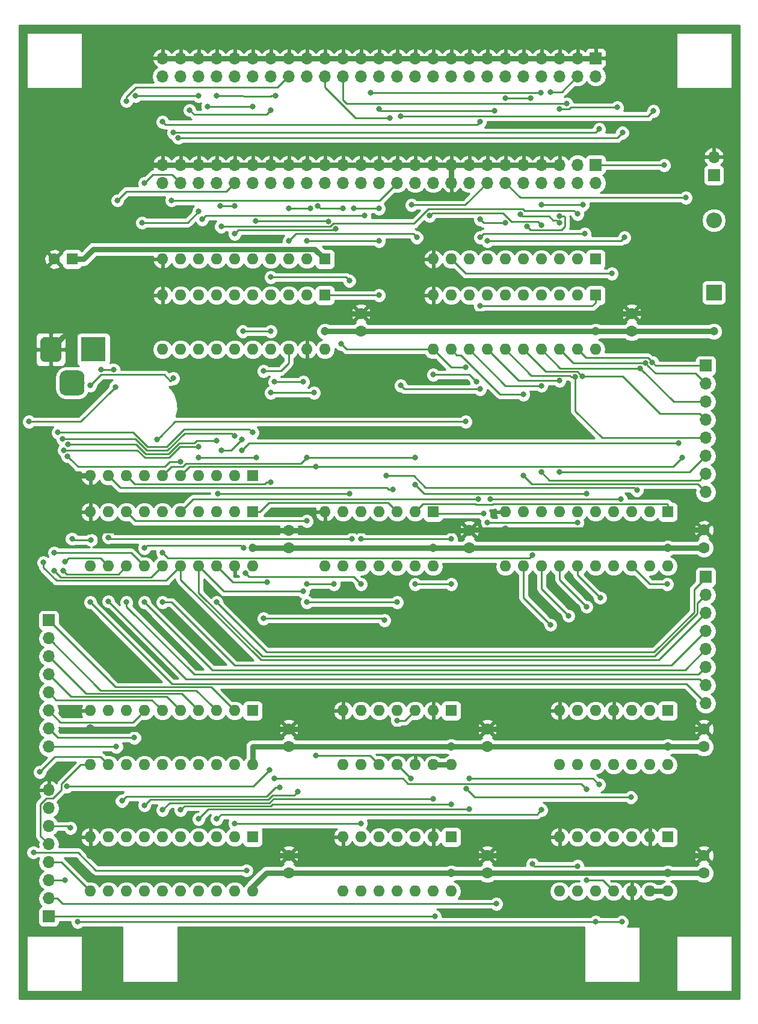
<source format=gbr>
%TF.GenerationSoftware,KiCad,Pcbnew,5.0.2-bee76a0~70~ubuntu16.04.1*%
%TF.CreationDate,2022-10-23T09:47:43+02:00*%
%TF.ProjectId,pertec,70657274-6563-42e6-9b69-6361645f7063,rev?*%
%TF.SameCoordinates,Original*%
%TF.FileFunction,Copper,L1,Top*%
%TF.FilePolarity,Positive*%
%FSLAX46Y46*%
G04 Gerber Fmt 4.6, Leading zero omitted, Abs format (unit mm)*
G04 Created by KiCad (PCBNEW 5.0.2-bee76a0~70~ubuntu16.04.1) date sön 23 okt 2022 09:47:43*
%MOMM*%
%LPD*%
G01*
G04 APERTURE LIST*
%TA.AperFunction,ComponentPad*%
%ADD10R,1.600000X1.600000*%
%TD*%
%TA.AperFunction,ComponentPad*%
%ADD11O,1.600000X1.600000*%
%TD*%
%TA.AperFunction,ComponentPad*%
%ADD12C,1.600000*%
%TD*%
%TA.AperFunction,ComponentPad*%
%ADD13R,1.700000X1.700000*%
%TD*%
%TA.AperFunction,ComponentPad*%
%ADD14O,1.700000X1.700000*%
%TD*%
%TA.AperFunction,ComponentPad*%
%ADD15R,3.500000X3.500000*%
%TD*%
%TA.AperFunction,Conductor*%
%ADD16C,0.100000*%
%TD*%
%TA.AperFunction,ComponentPad*%
%ADD17C,3.000000*%
%TD*%
%TA.AperFunction,ComponentPad*%
%ADD18C,3.500000*%
%TD*%
%TA.AperFunction,ComponentPad*%
%ADD19R,2.200000X2.200000*%
%TD*%
%TA.AperFunction,ComponentPad*%
%ADD20O,2.200000X2.200000*%
%TD*%
%TA.AperFunction,ViaPad*%
%ADD21C,1.200000*%
%TD*%
%TA.AperFunction,ViaPad*%
%ADD22C,0.800000*%
%TD*%
%TA.AperFunction,Conductor*%
%ADD23C,0.800000*%
%TD*%
%TA.AperFunction,Conductor*%
%ADD24C,0.250000*%
%TD*%
%TA.AperFunction,Conductor*%
%ADD25C,0.254000*%
%TD*%
G04 APERTURE END LIST*
D10*
%TO.P,U9,1*%
%TO.N,VCC*%
X86360000Y-129540000D03*
D11*
%TO.P,U9,8*%
%TO.N,N/C*%
X71120000Y-137160000D03*
%TO.P,U9,2*%
%TO.N,GND*%
X83820000Y-129540000D03*
%TO.P,U9,9*%
%TO.N,N/C*%
X73660000Y-137160000D03*
%TO.P,U9,3*%
%TO.N,NIGO*%
X81280000Y-129540000D03*
%TO.P,U9,10*%
%TO.N,N/C*%
X76200000Y-137160000D03*
%TO.P,U9,4*%
%TO.N,ICER*%
X78740000Y-129540000D03*
%TO.P,U9,11*%
%TO.N,N/C*%
X78740000Y-137160000D03*
%TO.P,U9,5*%
X76200000Y-129540000D03*
%TO.P,U9,12*%
X81280000Y-137160000D03*
%TO.P,U9,6*%
%TO.N,Net-(U7-Pad9)*%
X73660000Y-129540000D03*
%TO.P,U9,13*%
%TO.N,N/C*%
X83820000Y-137160000D03*
%TO.P,U9,7*%
%TO.N,GND*%
X71120000Y-129540000D03*
%TO.P,U9,14*%
%TO.N,VCC*%
X86360000Y-137160000D03*
%TD*%
D10*
%TO.P,U6,1*%
%TO.N,Net-(U3-Pad4)*%
X68580000Y-53340000D03*
D11*
%TO.P,U6,11*%
%TO.N,E15*%
X45720000Y-60960000D03*
%TO.P,U6,2*%
%TO.N,IRNZ*%
X66040000Y-53340000D03*
%TO.P,U6,12*%
%TO.N,E14*%
X48260000Y-60960000D03*
%TO.P,U6,3*%
%TO.N,IEOT*%
X63500000Y-53340000D03*
%TO.P,U6,13*%
%TO.N,E13*%
X50800000Y-60960000D03*
%TO.P,U6,4*%
%TO.N,IONL*%
X60960000Y-53340000D03*
%TO.P,U6,14*%
%TO.N,E12*%
X53340000Y-60960000D03*
%TO.P,U6,5*%
%TO.N,IFPT*%
X58420000Y-53340000D03*
%TO.P,U6,15*%
%TO.N,E11*%
X55880000Y-60960000D03*
%TO.P,U6,6*%
%TO.N,IRWD*%
X55880000Y-53340000D03*
%TO.P,U6,16*%
%TO.N,E10*%
X58420000Y-60960000D03*
%TO.P,U6,7*%
%TO.N,ILDP*%
X53340000Y-53340000D03*
%TO.P,U6,17*%
%TO.N,E09*%
X60960000Y-60960000D03*
%TO.P,U6,8*%
%TO.N,IRDY*%
X50800000Y-53340000D03*
%TO.P,U6,18*%
%TO.N,E08*%
X63500000Y-60960000D03*
%TO.P,U6,9*%
%TO.N,IFBY*%
X48260000Y-53340000D03*
%TO.P,U6,19*%
%TO.N,GND*%
X66040000Y-60960000D03*
%TO.P,U6,10*%
X45720000Y-53340000D03*
%TO.P,U6,20*%
%TO.N,VCC*%
X68580000Y-60960000D03*
%TD*%
D12*
%TO.P,C12,2*%
%TO.N,GND*%
X63500000Y-132120000D03*
%TO.P,C12,1*%
%TO.N,VCC*%
X63500000Y-134620000D03*
%TD*%
D10*
%TO.P,C1,1*%
%TO.N,VCC*%
X33020000Y-48260000D03*
D12*
%TO.P,C1,2*%
%TO.N,GND*%
X30520000Y-48260000D03*
%TD*%
%TO.P,C2,2*%
%TO.N,GND*%
X91440000Y-132120000D03*
%TO.P,C2,1*%
%TO.N,VCC*%
X91440000Y-134620000D03*
%TD*%
%TO.P,C3,1*%
%TO.N,VCC*%
X63500000Y-88900000D03*
%TO.P,C3,2*%
%TO.N,GND*%
X63500000Y-86400000D03*
%TD*%
%TO.P,C4,1*%
%TO.N,VCC*%
X121920000Y-116840000D03*
%TO.P,C4,2*%
%TO.N,GND*%
X121920000Y-114340000D03*
%TD*%
%TO.P,C5,2*%
%TO.N,GND*%
X121920000Y-86360000D03*
%TO.P,C5,1*%
%TO.N,VCC*%
X121920000Y-88860000D03*
%TD*%
%TO.P,C6,1*%
%TO.N,VCC*%
X88900000Y-88900000D03*
%TO.P,C6,2*%
%TO.N,GND*%
X88900000Y-86400000D03*
%TD*%
%TO.P,C7,2*%
%TO.N,GND*%
X111760000Y-55920000D03*
%TO.P,C7,1*%
%TO.N,VCC*%
X111760000Y-58420000D03*
%TD*%
%TO.P,C8,1*%
%TO.N,VCC*%
X91440000Y-116840000D03*
%TO.P,C8,2*%
%TO.N,GND*%
X91440000Y-114340000D03*
%TD*%
%TO.P,C9,2*%
%TO.N,GND*%
X63500000Y-114340000D03*
%TO.P,C9,1*%
%TO.N,VCC*%
X63500000Y-116840000D03*
%TD*%
%TO.P,C10,1*%
%TO.N,VCC*%
X121920000Y-134620000D03*
%TO.P,C10,2*%
%TO.N,GND*%
X121920000Y-132120000D03*
%TD*%
%TO.P,C11,2*%
%TO.N,GND*%
X73660000Y-55920000D03*
%TO.P,C11,1*%
%TO.N,VCC*%
X73660000Y-58420000D03*
%TD*%
D13*
%TO.P,J1,1*%
%TO.N,GND*%
X106680000Y-20000000D03*
D14*
%TO.P,J1,2*%
%TO.N,IFBY*%
X106680000Y-22540000D03*
%TO.P,J1,3*%
%TO.N,GND*%
X104140000Y-20000000D03*
%TO.P,J1,4*%
%TO.N,ILWD*%
X104140000Y-22540000D03*
%TO.P,J1,5*%
%TO.N,GND*%
X101600000Y-20000000D03*
%TO.P,J1,6*%
%TO.N,IW4*%
X101600000Y-22540000D03*
%TO.P,J1,7*%
%TO.N,GND*%
X99060000Y-20000000D03*
%TO.P,J1,8*%
%TO.N,IGO*%
X99060000Y-22540000D03*
%TO.P,J1,9*%
%TO.N,GND*%
X96520000Y-20000000D03*
%TO.P,J1,10*%
%TO.N,IW0*%
X96520000Y-22540000D03*
%TO.P,J1,11*%
%TO.N,GND*%
X93980000Y-20000000D03*
%TO.P,J1,12*%
%TO.N,IW1*%
X93980000Y-22540000D03*
%TO.P,J1,13*%
%TO.N,GND*%
X91440000Y-20000000D03*
%TO.P,J1,14*%
%TO.N,N/C*%
X91440000Y-22540000D03*
%TO.P,J1,15*%
%TO.N,GND*%
X88900000Y-20000000D03*
%TO.P,J1,16*%
%TO.N,ILOL*%
X88900000Y-22540000D03*
%TO.P,J1,17*%
%TO.N,GND*%
X86360000Y-20000000D03*
%TO.P,J1,18*%
%TO.N,IREV*%
X86360000Y-22540000D03*
%TO.P,J1,19*%
%TO.N,GND*%
X83820000Y-20000000D03*
%TO.P,J1,20*%
%TO.N,IREW*%
X83820000Y-22540000D03*
%TO.P,J1,21*%
%TO.N,GND*%
X81280000Y-20000000D03*
%TO.P,J1,22*%
%TO.N,IWP*%
X81280000Y-22540000D03*
%TO.P,J1,23*%
%TO.N,GND*%
X78740000Y-20000000D03*
%TO.P,J1,24*%
%TO.N,IW7*%
X78740000Y-22540000D03*
%TO.P,J1,25*%
%TO.N,GND*%
X76200000Y-20000000D03*
%TO.P,J1,26*%
%TO.N,IW3*%
X76200000Y-22540000D03*
%TO.P,J1,27*%
%TO.N,GND*%
X73660000Y-20000000D03*
%TO.P,J1,28*%
%TO.N,IW6*%
X73660000Y-22540000D03*
%TO.P,J1,29*%
%TO.N,GND*%
X71120000Y-20000000D03*
%TO.P,J1,30*%
%TO.N,IW2*%
X71120000Y-22540000D03*
%TO.P,J1,31*%
%TO.N,GND*%
X68580000Y-20000000D03*
%TO.P,J1,32*%
%TO.N,IW5*%
X68580000Y-22540000D03*
%TO.P,J1,33*%
%TO.N,GND*%
X66040000Y-20000000D03*
%TO.P,J1,34*%
%TO.N,IWRT*%
X66040000Y-22540000D03*
%TO.P,J1,35*%
%TO.N,GND*%
X63500000Y-20000000D03*
%TO.P,J1,36*%
%TO.N,IRTH2*%
X63500000Y-22540000D03*
%TO.P,J1,37*%
%TO.N,GND*%
X60960000Y-20000000D03*
%TO.P,J1,38*%
%TO.N,IEDIT*%
X60960000Y-22540000D03*
%TO.P,J1,39*%
%TO.N,GND*%
X58420000Y-20000000D03*
%TO.P,J1,40*%
%TO.N,IERASE*%
X58420000Y-22540000D03*
%TO.P,J1,41*%
%TO.N,GND*%
X55880000Y-20000000D03*
%TO.P,J1,42*%
%TO.N,IWFM*%
X55880000Y-22540000D03*
%TO.P,J1,43*%
%TO.N,GND*%
X53340000Y-20000000D03*
%TO.P,J1,44*%
%TO.N,IRTH1*%
X53340000Y-22540000D03*
%TO.P,J1,45*%
%TO.N,GND*%
X50800000Y-20000000D03*
%TO.P,J1,46*%
%TO.N,ITAD0*%
X50800000Y-22540000D03*
%TO.P,J1,47*%
%TO.N,GND*%
X48260000Y-20000000D03*
%TO.P,J1,48*%
%TO.N,IR2*%
X48260000Y-22540000D03*
%TO.P,J1,49*%
%TO.N,GND*%
X45720000Y-20000000D03*
%TO.P,J1,50*%
%TO.N,IR3*%
X45720000Y-22540000D03*
%TD*%
%TO.P,J2,50*%
%TO.N,IHSP*%
X45720000Y-37540000D03*
%TO.P,J2,49*%
%TO.N,GND*%
X45720000Y-35000000D03*
%TO.P,J2,48*%
%TO.N,IFAD*%
X48260000Y-37540000D03*
%TO.P,J2,47*%
%TO.N,GND*%
X48260000Y-35000000D03*
%TO.P,J2,46*%
%TO.N,ITAD1*%
X50800000Y-37540000D03*
%TO.P,J2,45*%
%TO.N,GND*%
X50800000Y-35000000D03*
%TO.P,J2,44*%
%TO.N,IONL*%
X53340000Y-37540000D03*
%TO.P,J2,43*%
%TO.N,GND*%
X53340000Y-35000000D03*
%TO.P,J2,42*%
%TO.N,ICER*%
X55880000Y-37540000D03*
%TO.P,J2,41*%
%TO.N,GND*%
X55880000Y-35000000D03*
%TO.P,J2,40*%
%TO.N,ISPEED*%
X58420000Y-37540000D03*
%TO.P,J2,39*%
%TO.N,GND*%
X58420000Y-35000000D03*
%TO.P,J2,38*%
%TO.N,IDBY*%
X60960000Y-37540000D03*
%TO.P,J2,37*%
%TO.N,GND*%
X60960000Y-35000000D03*
%TO.P,J2,36*%
%TO.N,IWSTR*%
X63500000Y-37540000D03*
%TO.P,J2,35*%
%TO.N,GND*%
X63500000Y-35000000D03*
%TO.P,J2,34*%
%TO.N,IRSTR*%
X66040000Y-37540000D03*
%TO.P,J2,33*%
%TO.N,GND*%
X66040000Y-35000000D03*
%TO.P,J2,32*%
%TO.N,IFPT*%
X68580000Y-37540000D03*
%TO.P,J2,31*%
%TO.N,GND*%
X68580000Y-35000000D03*
%TO.P,J2,30*%
%TO.N,IRWD*%
X71120000Y-37540000D03*
%TO.P,J2,29*%
%TO.N,GND*%
X71120000Y-35000000D03*
%TO.P,J2,28*%
%TO.N,IRDY*%
X73660000Y-37540000D03*
%TO.P,J2,27*%
%TO.N,GND*%
X73660000Y-35000000D03*
%TO.P,J2,26*%
%TO.N,IRNZ*%
X76200000Y-37540000D03*
%TO.P,J2,25*%
%TO.N,GND*%
X76200000Y-35000000D03*
%TO.P,J2,24*%
%TO.N,IRWU*%
X78740000Y-37540000D03*
%TO.P,J2,23*%
%TO.N,GND*%
X78740000Y-35000000D03*
%TO.P,J2,22*%
%TO.N,IEOT*%
X81280000Y-37540000D03*
%TO.P,J2,21*%
%TO.N,GND*%
X81280000Y-35000000D03*
%TO.P,J2,20*%
%TO.N,IR5*%
X83820000Y-37540000D03*
%TO.P,J2,19*%
%TO.N,GND*%
X83820000Y-35000000D03*
%TO.P,J2,18*%
X86360000Y-37540000D03*
%TO.P,J2,17*%
X86360000Y-35000000D03*
%TO.P,J2,16*%
%TO.N,N/C*%
X88900000Y-37540000D03*
%TO.P,J2,15*%
%TO.N,GND*%
X88900000Y-35000000D03*
%TO.P,J2,14*%
%TO.N,IFMK*%
X91440000Y-37540000D03*
%TO.P,J2,13*%
%TO.N,GND*%
X91440000Y-35000000D03*
%TO.P,J2,12*%
%TO.N,IHER*%
X93980000Y-37540000D03*
%TO.P,J2,11*%
%TO.N,GND*%
X93980000Y-35000000D03*
%TO.P,J2,10*%
%TO.N,IR6*%
X96520000Y-37540000D03*
%TO.P,J2,9*%
%TO.N,GND*%
X96520000Y-35000000D03*
%TO.P,J2,8*%
%TO.N,IR7*%
X99060000Y-37540000D03*
%TO.P,J2,7*%
%TO.N,GND*%
X99060000Y-35000000D03*
%TO.P,J2,6*%
%TO.N,IR4*%
X101600000Y-37540000D03*
%TO.P,J2,5*%
%TO.N,GND*%
X101600000Y-35000000D03*
%TO.P,J2,4*%
%TO.N,ILDP*%
X104140000Y-37540000D03*
%TO.P,J2,3*%
%TO.N,IR1*%
X104140000Y-35000000D03*
%TO.P,J2,2*%
%TO.N,IR0*%
X106680000Y-37540000D03*
D13*
%TO.P,J2,1*%
%TO.N,IRP*%
X106680000Y-35000000D03*
%TD*%
D15*
%TO.P,J3,1*%
%TO.N,VCC*%
X36000000Y-60960000D03*
D16*
%TD*%
%TO.N,GND*%
%TO.C,J3*%
G36*
X30823513Y-59213611D02*
X30896318Y-59224411D01*
X30967714Y-59242295D01*
X31037013Y-59267090D01*
X31103548Y-59298559D01*
X31166678Y-59336398D01*
X31225795Y-59380242D01*
X31280330Y-59429670D01*
X31329758Y-59484205D01*
X31373602Y-59543322D01*
X31411441Y-59606452D01*
X31442910Y-59672987D01*
X31467705Y-59742286D01*
X31485589Y-59813682D01*
X31496389Y-59886487D01*
X31500000Y-59960000D01*
X31500000Y-61960000D01*
X31496389Y-62033513D01*
X31485589Y-62106318D01*
X31467705Y-62177714D01*
X31442910Y-62247013D01*
X31411441Y-62313548D01*
X31373602Y-62376678D01*
X31329758Y-62435795D01*
X31280330Y-62490330D01*
X31225795Y-62539758D01*
X31166678Y-62583602D01*
X31103548Y-62621441D01*
X31037013Y-62652910D01*
X30967714Y-62677705D01*
X30896318Y-62695589D01*
X30823513Y-62706389D01*
X30750000Y-62710000D01*
X29250000Y-62710000D01*
X29176487Y-62706389D01*
X29103682Y-62695589D01*
X29032286Y-62677705D01*
X28962987Y-62652910D01*
X28896452Y-62621441D01*
X28833322Y-62583602D01*
X28774205Y-62539758D01*
X28719670Y-62490330D01*
X28670242Y-62435795D01*
X28626398Y-62376678D01*
X28588559Y-62313548D01*
X28557090Y-62247013D01*
X28532295Y-62177714D01*
X28514411Y-62106318D01*
X28503611Y-62033513D01*
X28500000Y-61960000D01*
X28500000Y-59960000D01*
X28503611Y-59886487D01*
X28514411Y-59813682D01*
X28532295Y-59742286D01*
X28557090Y-59672987D01*
X28588559Y-59606452D01*
X28626398Y-59543322D01*
X28670242Y-59484205D01*
X28719670Y-59429670D01*
X28774205Y-59380242D01*
X28833322Y-59336398D01*
X28896452Y-59298559D01*
X28962987Y-59267090D01*
X29032286Y-59242295D01*
X29103682Y-59224411D01*
X29176487Y-59213611D01*
X29250000Y-59210000D01*
X30750000Y-59210000D01*
X30823513Y-59213611D01*
X30823513Y-59213611D01*
G37*
D17*
%TO.P,J3,2*%
%TO.N,GND*%
X30000000Y-60960000D03*
D16*
%TD*%
%TO.N,N/C*%
%TO.C,J3*%
G36*
X33960765Y-63914213D02*
X34045704Y-63926813D01*
X34128999Y-63947677D01*
X34209848Y-63976605D01*
X34287472Y-64013319D01*
X34361124Y-64057464D01*
X34430094Y-64108616D01*
X34493718Y-64166282D01*
X34551384Y-64229906D01*
X34602536Y-64298876D01*
X34646681Y-64372528D01*
X34683395Y-64450152D01*
X34712323Y-64531001D01*
X34733187Y-64614296D01*
X34745787Y-64699235D01*
X34750000Y-64785000D01*
X34750000Y-66535000D01*
X34745787Y-66620765D01*
X34733187Y-66705704D01*
X34712323Y-66788999D01*
X34683395Y-66869848D01*
X34646681Y-66947472D01*
X34602536Y-67021124D01*
X34551384Y-67090094D01*
X34493718Y-67153718D01*
X34430094Y-67211384D01*
X34361124Y-67262536D01*
X34287472Y-67306681D01*
X34209848Y-67343395D01*
X34128999Y-67372323D01*
X34045704Y-67393187D01*
X33960765Y-67405787D01*
X33875000Y-67410000D01*
X32125000Y-67410000D01*
X32039235Y-67405787D01*
X31954296Y-67393187D01*
X31871001Y-67372323D01*
X31790152Y-67343395D01*
X31712528Y-67306681D01*
X31638876Y-67262536D01*
X31569906Y-67211384D01*
X31506282Y-67153718D01*
X31448616Y-67090094D01*
X31397464Y-67021124D01*
X31353319Y-66947472D01*
X31316605Y-66869848D01*
X31287677Y-66788999D01*
X31266813Y-66705704D01*
X31254213Y-66620765D01*
X31250000Y-66535000D01*
X31250000Y-64785000D01*
X31254213Y-64699235D01*
X31266813Y-64614296D01*
X31287677Y-64531001D01*
X31316605Y-64450152D01*
X31353319Y-64372528D01*
X31397464Y-64298876D01*
X31448616Y-64229906D01*
X31506282Y-64166282D01*
X31569906Y-64108616D01*
X31638876Y-64057464D01*
X31712528Y-64013319D01*
X31790152Y-63976605D01*
X31871001Y-63947677D01*
X31954296Y-63926813D01*
X32039235Y-63914213D01*
X32125000Y-63910000D01*
X33875000Y-63910000D01*
X33960765Y-63914213D01*
X33960765Y-63914213D01*
G37*
D18*
%TO.P,J3,3*%
%TO.N,N/C*%
X33000000Y-65660000D03*
%TD*%
D14*
%TO.P,J4,8*%
%TO.N,E07*%
X122174000Y-81026000D03*
%TO.P,J4,7*%
%TO.N,E06*%
X122174000Y-78486000D03*
%TO.P,J4,6*%
%TO.N,E05*%
X122174000Y-75946000D03*
%TO.P,J4,5*%
%TO.N,E04*%
X122174000Y-73406000D03*
%TO.P,J4,4*%
%TO.N,E03*%
X122174000Y-70866000D03*
%TO.P,J4,3*%
%TO.N,E02*%
X122174000Y-68326000D03*
%TO.P,J4,2*%
%TO.N,E01*%
X122174000Y-65786000D03*
D13*
%TO.P,J4,1*%
%TO.N,E00*%
X122174000Y-63246000D03*
%TD*%
%TO.P,J5,1*%
%TO.N,E08*%
X122174000Y-92964000D03*
D14*
%TO.P,J5,2*%
%TO.N,E09*%
X122174000Y-95504000D03*
%TO.P,J5,3*%
%TO.N,E10*%
X122174000Y-98044000D03*
%TO.P,J5,4*%
%TO.N,E11*%
X122174000Y-100584000D03*
%TO.P,J5,5*%
%TO.N,E12*%
X122174000Y-103124000D03*
%TO.P,J5,6*%
%TO.N,E13*%
X122174000Y-105664000D03*
%TO.P,J5,7*%
%TO.N,E14*%
X122174000Y-108204000D03*
%TO.P,J5,8*%
%TO.N,E15*%
X122174000Y-110744000D03*
%TD*%
%TO.P,J6,8*%
%TO.N,C07*%
X29718000Y-116840000D03*
%TO.P,J6,7*%
%TO.N,C06*%
X29718000Y-114300000D03*
%TO.P,J6,6*%
%TO.N,C05*%
X29718000Y-111760000D03*
%TO.P,J6,5*%
%TO.N,C04*%
X29718000Y-109220000D03*
%TO.P,J6,4*%
%TO.N,C03*%
X29718000Y-106680000D03*
%TO.P,J6,3*%
%TO.N,C02*%
X29718000Y-104140000D03*
%TO.P,J6,2*%
%TO.N,C01*%
X29718000Y-101600000D03*
D13*
%TO.P,J6,1*%
%TO.N,C00*%
X29718000Y-99060000D03*
%TD*%
%TO.P,J7,1*%
%TO.N,DDIR*%
X29718000Y-140716000D03*
D14*
%TO.P,J7,2*%
%TO.N,LDBUF*%
X29718000Y-138176000D03*
%TO.P,J7,3*%
%TO.N,SSEL*%
X29718000Y-135636000D03*
%TO.P,J7,4*%
%TO.N,CMDSEL0*%
X29718000Y-133096000D03*
%TO.P,J7,5*%
%TO.N,CMDSEL1*%
X29718000Y-130556000D03*
%TO.P,J7,6*%
%TO.N,TACK*%
X29718000Y-128016000D03*
%TO.P,J7,7*%
%TO.N,CMDENA*%
X29718000Y-125476000D03*
%TO.P,J7,8*%
%TO.N,GND*%
X29718000Y-122936000D03*
%TD*%
D10*
%TO.P,RN3,1*%
%TO.N,VCC*%
X58420000Y-78740000D03*
D11*
%TO.P,RN3,2*%
%TO.N,IRP*%
X55880000Y-78740000D03*
%TO.P,RN3,3*%
%TO.N,IONL*%
X53340000Y-78740000D03*
%TO.P,RN3,4*%
%TO.N,ISPEED*%
X50800000Y-78740000D03*
%TO.P,RN3,5*%
%TO.N,IHER*%
X48260000Y-78740000D03*
%TO.P,RN3,6*%
%TO.N,IFMK*%
X45720000Y-78740000D03*
%TO.P,RN3,7*%
%TO.N,IRSTR*%
X43180000Y-78740000D03*
%TO.P,RN3,8*%
%TO.N,IWSTR*%
X40640000Y-78740000D03*
%TO.P,RN3,9*%
%TO.N,ICER*%
X38100000Y-78740000D03*
%TO.P,RN3,10*%
%TO.N,GND*%
X35560000Y-78740000D03*
%TD*%
%TO.P,RN2,10*%
%TO.N,GND*%
X45720000Y-48260000D03*
%TO.P,RN2,9*%
%TO.N,IFBY*%
X48260000Y-48260000D03*
%TO.P,RN2,8*%
%TO.N,IRDY*%
X50800000Y-48260000D03*
%TO.P,RN2,7*%
%TO.N,ILDP*%
X53340000Y-48260000D03*
%TO.P,RN2,6*%
%TO.N,IRWD*%
X55880000Y-48260000D03*
%TO.P,RN2,5*%
%TO.N,IFPT*%
X58420000Y-48260000D03*
%TO.P,RN2,4*%
%TO.N,IDBY*%
X60960000Y-48260000D03*
%TO.P,RN2,3*%
%TO.N,IEOT*%
X63500000Y-48260000D03*
%TO.P,RN2,2*%
%TO.N,IRNZ*%
X66040000Y-48260000D03*
D10*
%TO.P,RN2,1*%
%TO.N,VCC*%
X68580000Y-48260000D03*
%TD*%
%TO.P,RN1,1*%
%TO.N,VCC*%
X106680000Y-48260000D03*
D11*
%TO.P,RN1,2*%
%TO.N,IR7*%
X104140000Y-48260000D03*
%TO.P,RN1,3*%
%TO.N,IR6*%
X101600000Y-48260000D03*
%TO.P,RN1,4*%
%TO.N,IR5*%
X99060000Y-48260000D03*
%TO.P,RN1,5*%
%TO.N,IR4*%
X96520000Y-48260000D03*
%TO.P,RN1,6*%
%TO.N,IR3*%
X93980000Y-48260000D03*
%TO.P,RN1,7*%
%TO.N,IR2*%
X91440000Y-48260000D03*
%TO.P,RN1,8*%
%TO.N,IR1*%
X88900000Y-48260000D03*
%TO.P,RN1,9*%
%TO.N,IR0*%
X86360000Y-48260000D03*
%TO.P,RN1,10*%
%TO.N,GND*%
X83820000Y-48260000D03*
%TD*%
D10*
%TO.P,U1,1*%
%TO.N,DDIR*%
X106680000Y-53340000D03*
D11*
%TO.P,U1,11*%
%TO.N,IRSTR*%
X83820000Y-60960000D03*
%TO.P,U1,2*%
%TO.N,IR7*%
X104140000Y-53340000D03*
%TO.P,U1,12*%
%TO.N,E07*%
X86360000Y-60960000D03*
%TO.P,U1,3*%
%TO.N,IR6*%
X101600000Y-53340000D03*
%TO.P,U1,13*%
%TO.N,E06*%
X88900000Y-60960000D03*
%TO.P,U1,4*%
%TO.N,IR5*%
X99060000Y-53340000D03*
%TO.P,U1,14*%
%TO.N,E05*%
X91440000Y-60960000D03*
%TO.P,U1,5*%
%TO.N,IR4*%
X96520000Y-53340000D03*
%TO.P,U1,15*%
%TO.N,E04*%
X93980000Y-60960000D03*
%TO.P,U1,6*%
%TO.N,IR3*%
X93980000Y-53340000D03*
%TO.P,U1,16*%
%TO.N,E03*%
X96520000Y-60960000D03*
%TO.P,U1,7*%
%TO.N,IR2*%
X91440000Y-53340000D03*
%TO.P,U1,17*%
%TO.N,E02*%
X99060000Y-60960000D03*
%TO.P,U1,8*%
%TO.N,IR1*%
X88900000Y-53340000D03*
%TO.P,U1,18*%
%TO.N,E01*%
X101600000Y-60960000D03*
%TO.P,U1,9*%
%TO.N,IR0*%
X86360000Y-53340000D03*
%TO.P,U1,19*%
%TO.N,E00*%
X104140000Y-60960000D03*
%TO.P,U1,10*%
%TO.N,GND*%
X83820000Y-53340000D03*
%TO.P,U1,20*%
%TO.N,VCC*%
X106680000Y-60960000D03*
%TD*%
%TO.P,U2,20*%
%TO.N,VCC*%
X116840000Y-91440000D03*
%TO.P,U2,10*%
%TO.N,GND*%
X93980000Y-83820000D03*
%TO.P,U2,19*%
%TO.N,IW7*%
X114300000Y-91440000D03*
%TO.P,U2,9*%
%TO.N,E07*%
X96520000Y-83820000D03*
%TO.P,U2,18*%
%TO.N,IW6*%
X111760000Y-91440000D03*
%TO.P,U2,8*%
%TO.N,E06*%
X99060000Y-83820000D03*
%TO.P,U2,17*%
%TO.N,IW5*%
X109220000Y-91440000D03*
%TO.P,U2,7*%
%TO.N,E05*%
X101600000Y-83820000D03*
%TO.P,U2,16*%
%TO.N,IW4*%
X106680000Y-91440000D03*
%TO.P,U2,6*%
%TO.N,E04*%
X104140000Y-83820000D03*
%TO.P,U2,15*%
%TO.N,IW3*%
X104140000Y-91440000D03*
%TO.P,U2,5*%
%TO.N,E03*%
X106680000Y-83820000D03*
%TO.P,U2,14*%
%TO.N,IW2*%
X101600000Y-91440000D03*
%TO.P,U2,4*%
%TO.N,E02*%
X109220000Y-83820000D03*
%TO.P,U2,13*%
%TO.N,IW1*%
X99060000Y-91440000D03*
%TO.P,U2,3*%
%TO.N,E01*%
X111760000Y-83820000D03*
%TO.P,U2,12*%
%TO.N,IW0*%
X96520000Y-91440000D03*
%TO.P,U2,2*%
%TO.N,E00*%
X114300000Y-83820000D03*
%TO.P,U2,11*%
%TO.N,LDBUF*%
X93980000Y-91440000D03*
D10*
%TO.P,U2,1*%
%TO.N,Net-(U2-Pad1)*%
X116840000Y-83820000D03*
%TD*%
%TO.P,U3,1*%
%TO.N,DDIR*%
X83820000Y-83820000D03*
D11*
%TO.P,U3,8*%
%TO.N,N/C*%
X68580000Y-91440000D03*
%TO.P,U3,2*%
%TO.N,Net-(U2-Pad1)*%
X81280000Y-83820000D03*
%TO.P,U3,9*%
%TO.N,N/C*%
X71120000Y-91440000D03*
%TO.P,U3,3*%
%TO.N,SSEL*%
X78740000Y-83820000D03*
%TO.P,U3,10*%
%TO.N,N/C*%
X73660000Y-91440000D03*
%TO.P,U3,4*%
%TO.N,Net-(U3-Pad4)*%
X76200000Y-83820000D03*
%TO.P,U3,11*%
%TO.N,N/C*%
X76200000Y-91440000D03*
%TO.P,U3,5*%
%TO.N,IGO*%
X73660000Y-83820000D03*
%TO.P,U3,12*%
%TO.N,N/C*%
X78740000Y-91440000D03*
%TO.P,U3,6*%
%TO.N,NIGO*%
X71120000Y-83820000D03*
%TO.P,U3,13*%
%TO.N,N/C*%
X81280000Y-91440000D03*
%TO.P,U3,7*%
%TO.N,GND*%
X68580000Y-83820000D03*
%TO.P,U3,14*%
%TO.N,VCC*%
X83820000Y-91440000D03*
%TD*%
D10*
%TO.P,U4,1*%
%TO.N,VCC*%
X116840000Y-129540000D03*
D11*
%TO.P,U4,8*%
%TO.N,N/C*%
X101600000Y-137160000D03*
%TO.P,U4,2*%
%TO.N,GND*%
X114300000Y-129540000D03*
%TO.P,U4,9*%
%TO.N,WDEMPTY*%
X104140000Y-137160000D03*
%TO.P,U4,3*%
%TO.N,IRSTR*%
X111760000Y-129540000D03*
%TO.P,U4,10*%
%TO.N,TACK*%
X106680000Y-137160000D03*
%TO.P,U4,4*%
X109220000Y-129540000D03*
%TO.P,U4,11*%
%TO.N,IWSTR*%
X109220000Y-137160000D03*
%TO.P,U4,5*%
%TO.N,RDAVAIL*%
X106680000Y-129540000D03*
%TO.P,U4,12*%
%TO.N,GND*%
X111760000Y-137160000D03*
%TO.P,U4,6*%
%TO.N,N/C*%
X104140000Y-129540000D03*
%TO.P,U4,13*%
%TO.N,VCC*%
X114300000Y-137160000D03*
%TO.P,U4,7*%
%TO.N,GND*%
X101600000Y-129540000D03*
%TO.P,U4,14*%
%TO.N,VCC*%
X116840000Y-137160000D03*
%TD*%
%TO.P,U5,14*%
%TO.N,VCC*%
X116840000Y-119380000D03*
%TO.P,U5,7*%
%TO.N,GND*%
X101600000Y-111760000D03*
%TO.P,U5,13*%
%TO.N,IW5*%
X114300000Y-119380000D03*
%TO.P,U5,6*%
%TO.N,IWP*%
X104140000Y-111760000D03*
%TO.P,U5,12*%
%TO.N,IW4*%
X111760000Y-119380000D03*
%TO.P,U5,5*%
%TO.N,N/C*%
X106680000Y-111760000D03*
%TO.P,U5,11*%
%TO.N,IW3*%
X109220000Y-119380000D03*
%TO.P,U5,4*%
%TO.N,GND*%
X109220000Y-111760000D03*
%TO.P,U5,10*%
%TO.N,IW2*%
X106680000Y-119380000D03*
%TO.P,U5,3*%
%TO.N,N/C*%
X111760000Y-111760000D03*
%TO.P,U5,9*%
%TO.N,IW1*%
X104140000Y-119380000D03*
%TO.P,U5,2*%
%TO.N,IW7*%
X114300000Y-111760000D03*
%TO.P,U5,8*%
%TO.N,IW0*%
X101600000Y-119380000D03*
D10*
%TO.P,U5,1*%
%TO.N,IW6*%
X116840000Y-111760000D03*
%TD*%
D11*
%TO.P,U7,20*%
%TO.N,VCC*%
X58420000Y-91440000D03*
%TO.P,U7,10*%
%TO.N,GND*%
X35560000Y-83820000D03*
%TO.P,U7,19*%
X55880000Y-91440000D03*
%TO.P,U7,9*%
%TO.N,Net-(U7-Pad9)*%
X38100000Y-83820000D03*
%TO.P,U7,18*%
%TO.N,E08*%
X53340000Y-91440000D03*
%TO.P,U7,8*%
%TO.N,Net-(U7-Pad8)*%
X40640000Y-83820000D03*
%TO.P,U7,17*%
%TO.N,E09*%
X50800000Y-91440000D03*
%TO.P,U7,7*%
%TO.N,Net-(U7-Pad7)*%
X43180000Y-83820000D03*
%TO.P,U7,16*%
%TO.N,E10*%
X48260000Y-91440000D03*
%TO.P,U7,6*%
%TO.N,WDEMPTY*%
X45720000Y-83820000D03*
%TO.P,U7,15*%
%TO.N,E11*%
X45720000Y-91440000D03*
%TO.P,U7,5*%
%TO.N,RDAVAIL*%
X48260000Y-83820000D03*
%TO.P,U7,14*%
%TO.N,E12*%
X43180000Y-91440000D03*
%TO.P,U7,4*%
%TO.N,ISPEED*%
X50800000Y-83820000D03*
%TO.P,U7,13*%
%TO.N,E13*%
X40640000Y-91440000D03*
%TO.P,U7,3*%
%TO.N,IDBY*%
X53340000Y-83820000D03*
%TO.P,U7,12*%
%TO.N,E14*%
X38100000Y-91440000D03*
%TO.P,U7,2*%
%TO.N,IRP*%
X55880000Y-83820000D03*
%TO.P,U7,11*%
%TO.N,E15*%
X35560000Y-91440000D03*
D10*
%TO.P,U7,1*%
%TO.N,SSEL*%
X58420000Y-83820000D03*
%TD*%
D11*
%TO.P,U8,14*%
%TO.N,VCC*%
X86360000Y-119380000D03*
%TO.P,U8,7*%
%TO.N,GND*%
X71120000Y-111760000D03*
%TO.P,U8,13*%
%TO.N,VCC*%
X83820000Y-119380000D03*
%TO.P,U8,6*%
%TO.N,Net-(U7-Pad7)*%
X73660000Y-111760000D03*
%TO.P,U8,12*%
%TO.N,GND*%
X81280000Y-119380000D03*
%TO.P,U8,5*%
%TO.N,N/C*%
X76200000Y-111760000D03*
%TO.P,U8,11*%
%TO.N,NIGO*%
X78740000Y-119380000D03*
%TO.P,U8,4*%
%TO.N,IFMK*%
X78740000Y-111760000D03*
%TO.P,U8,10*%
%TO.N,IHER*%
X76200000Y-119380000D03*
%TO.P,U8,3*%
%TO.N,NIGO*%
X81280000Y-111760000D03*
%TO.P,U8,9*%
%TO.N,N/C*%
X73660000Y-119380000D03*
%TO.P,U8,2*%
%TO.N,GND*%
X83820000Y-111760000D03*
%TO.P,U8,8*%
%TO.N,Net-(U7-Pad8)*%
X71120000Y-119380000D03*
D10*
%TO.P,U8,1*%
%TO.N,VCC*%
X86360000Y-111760000D03*
%TD*%
%TO.P,U10,1*%
%TO.N,CMDENA*%
X58420000Y-129540000D03*
D11*
%TO.P,U10,11*%
%TO.N,CMDSEL0*%
X35560000Y-137160000D03*
%TO.P,U10,2*%
%TO.N,C00*%
X55880000Y-129540000D03*
%TO.P,U10,12*%
%TO.N,IRTH2*%
X38100000Y-137160000D03*
%TO.P,U10,3*%
%TO.N,C01*%
X53340000Y-129540000D03*
%TO.P,U10,13*%
%TO.N,IRTH1*%
X40640000Y-137160000D03*
%TO.P,U10,4*%
%TO.N,C02*%
X50800000Y-129540000D03*
%TO.P,U10,14*%
%TO.N,IWRT*%
X43180000Y-137160000D03*
%TO.P,U10,5*%
%TO.N,C03*%
X48260000Y-129540000D03*
%TO.P,U10,15*%
%TO.N,IREW*%
X45720000Y-137160000D03*
%TO.P,U10,6*%
%TO.N,C04*%
X45720000Y-129540000D03*
%TO.P,U10,16*%
%TO.N,IREV*%
X48260000Y-137160000D03*
%TO.P,U10,7*%
%TO.N,C05*%
X43180000Y-129540000D03*
%TO.P,U10,17*%
%TO.N,ILOL*%
X50800000Y-137160000D03*
%TO.P,U10,8*%
%TO.N,C06*%
X40640000Y-129540000D03*
%TO.P,U10,18*%
%TO.N,ILWD*%
X53340000Y-137160000D03*
%TO.P,U10,9*%
%TO.N,C07*%
X38100000Y-129540000D03*
%TO.P,U10,19*%
%TO.N,IGO*%
X55880000Y-137160000D03*
%TO.P,U10,10*%
%TO.N,GND*%
X35560000Y-129540000D03*
%TO.P,U10,20*%
%TO.N,VCC*%
X58420000Y-137160000D03*
%TD*%
%TO.P,U11,20*%
%TO.N,VCC*%
X58420000Y-119380000D03*
%TO.P,U11,10*%
%TO.N,GND*%
X35560000Y-111760000D03*
%TO.P,U11,19*%
%TO.N,IWFM*%
X55880000Y-119380000D03*
%TO.P,U11,9*%
%TO.N,C07*%
X38100000Y-111760000D03*
%TO.P,U11,18*%
%TO.N,IERASE*%
X53340000Y-119380000D03*
%TO.P,U11,8*%
%TO.N,C06*%
X40640000Y-111760000D03*
%TO.P,U11,17*%
%TO.N,IEDIT*%
X50800000Y-119380000D03*
%TO.P,U11,7*%
%TO.N,C05*%
X43180000Y-111760000D03*
%TO.P,U11,16*%
%TO.N,IRWU*%
X48260000Y-119380000D03*
%TO.P,U11,6*%
%TO.N,C04*%
X45720000Y-111760000D03*
%TO.P,U11,15*%
%TO.N,IHSP*%
X45720000Y-119380000D03*
%TO.P,U11,5*%
%TO.N,C03*%
X48260000Y-111760000D03*
%TO.P,U11,14*%
%TO.N,ITAD1*%
X43180000Y-119380000D03*
%TO.P,U11,4*%
%TO.N,C02*%
X50800000Y-111760000D03*
%TO.P,U11,13*%
%TO.N,ITAD0*%
X40640000Y-119380000D03*
%TO.P,U11,3*%
%TO.N,C01*%
X53340000Y-111760000D03*
%TO.P,U11,12*%
%TO.N,IFAD*%
X38100000Y-119380000D03*
%TO.P,U11,2*%
%TO.N,C00*%
X55880000Y-111760000D03*
%TO.P,U11,11*%
%TO.N,CMDSEL1*%
X35560000Y-119380000D03*
D10*
%TO.P,U11,1*%
%TO.N,CMDENA*%
X58420000Y-111760000D03*
%TD*%
D19*
%TO.P,D1,1*%
%TO.N,VCC*%
X123317000Y-52959000D03*
D20*
%TO.P,D1,2*%
%TO.N,Net-(D1-Pad2)*%
X123317000Y-42799000D03*
%TD*%
D13*
%TO.P,J8,1*%
%TO.N,Net-(D1-Pad2)*%
X123317000Y-36449000D03*
D14*
%TO.P,J8,2*%
%TO.N,GND*%
X123317000Y-33909000D03*
%TD*%
D21*
%TO.N,VCC*%
X68580000Y-58420000D03*
X58420000Y-88900000D03*
X106680000Y-58420000D03*
X86360000Y-116840000D03*
X116840000Y-116840000D03*
X116840000Y-134620000D03*
X86360000Y-134620000D03*
X116840000Y-88900000D03*
X83820000Y-88900000D03*
X123320001Y-58420000D03*
%TO.N,GND*%
X45760000Y-55920000D03*
X83820000Y-55880000D03*
X35600000Y-86400000D03*
X35560000Y-114300000D03*
X71120000Y-114300000D03*
X101600000Y-114340000D03*
X35560000Y-132080000D03*
X71120000Y-132080000D03*
X101600000Y-132080000D03*
X55880000Y-86360000D03*
X109220000Y-114300000D03*
X58420000Y-132080000D03*
X111760000Y-132080000D03*
X114300000Y-132080000D03*
X83820000Y-132080000D03*
X81280000Y-114300000D03*
D22*
X83820000Y-114300000D03*
D21*
X68580000Y-86400000D03*
X93980000Y-86360000D03*
X27940016Y-76835000D03*
X66040000Y-55920000D03*
X30480000Y-35439999D03*
X120650000Y-55880000D03*
D22*
%TO.N,IFBY*%
X47244000Y-30480000D03*
X107188000Y-29972000D03*
%TO.N,ILWD*%
X53340000Y-127000000D03*
X100330000Y-24765000D03*
X99060000Y-125730000D03*
X104140000Y-22540006D03*
%TO.N,IW4*%
X109728000Y-26924000D03*
X101600000Y-27141000D03*
%TO.N,IGO*%
X55880000Y-127635000D03*
X73660000Y-127635000D03*
X75024999Y-24859999D03*
X98965001Y-24859999D03*
%TO.N,IW0*%
X100330000Y-99695000D03*
%TO.N,IW1*%
X97536000Y-25584999D03*
X93980000Y-25584999D03*
X102870000Y-98425000D03*
%TO.N,ILOL*%
X50800000Y-127000000D03*
X88900000Y-125640000D03*
%TO.N,IREV*%
X48260000Y-125730000D03*
X86360000Y-124915000D03*
%TO.N,IREW*%
X45720000Y-125730000D03*
X83820000Y-124190000D03*
%TO.N,IWP*%
X105410000Y-81280000D03*
X81280000Y-80010000D03*
%TO.N,IW7*%
X114808000Y-27432000D03*
X79248000Y-28157000D03*
%TO.N,IW3*%
X104140000Y-85344000D03*
X91440000Y-85344000D03*
X92456000Y-27432000D03*
X76200000Y-27141000D03*
X107314998Y-95885000D03*
%TO.N,IW6*%
X112485000Y-80772000D03*
X77216000Y-78740000D03*
X72644000Y-41148000D03*
X76200001Y-41148001D03*
X116728990Y-93980000D03*
%TO.N,IW2*%
X102616000Y-26416000D03*
X105410000Y-97155000D03*
X101600000Y-91439978D03*
%TO.N,IW5*%
X110236000Y-81969999D03*
X90424000Y-66548000D03*
X79248000Y-66040000D03*
X77724000Y-28448000D03*
X91890001Y-82005010D03*
%TO.N,IWRT*%
X43180000Y-125095006D03*
X64770000Y-123190000D03*
%TO.N,IRTH2*%
X40640000Y-26035000D03*
X38825000Y-63790990D03*
X37086815Y-63790990D03*
%TO.N,IEDIT*%
X49530000Y-27305000D03*
X60960000Y-27305000D03*
%TO.N,IERASE*%
X52070000Y-26760000D03*
X58420000Y-26760000D03*
%TO.N,IRTH1*%
X61595000Y-25310000D03*
X53340000Y-25310000D03*
X40005000Y-124460010D03*
X62230000Y-122555000D03*
%TO.N,ITAD0*%
X41910000Y-25310000D03*
X50800000Y-25310000D03*
%TO.N,IR2*%
X110744000Y-45212000D03*
X110453000Y-30480000D03*
X47951108Y-31205000D03*
X91440000Y-45720016D03*
%TO.N,IR3*%
X90424000Y-28956000D03*
X45720000Y-28956000D03*
X90424000Y-42672000D03*
X93980000Y-43180000D03*
%TO.N,IFAD*%
X28448000Y-120396000D03*
X26940016Y-71120000D03*
X43180000Y-37592000D03*
X39097461Y-66235521D03*
%TO.N,ITAD1*%
X42850000Y-43130000D03*
X50810000Y-41560000D03*
%TO.N,IONL*%
X53979999Y-75184000D03*
X55880000Y-40730000D03*
X53848000Y-40730000D03*
X56896000Y-73660000D03*
X60960000Y-58420000D03*
X57023000Y-58420000D03*
%TO.N,ICER*%
X39370000Y-40005000D03*
X78105000Y-80645000D03*
%TO.N,IDBY*%
X60960000Y-50800000D03*
X72009000Y-51308000D03*
X72009000Y-81280010D03*
X53467000Y-81280000D03*
%TO.N,IWSTR*%
X61505000Y-121285000D03*
X60960000Y-67056000D03*
X67056000Y-67056000D03*
X66548000Y-41148000D03*
X63500000Y-41148000D03*
X105410000Y-135636000D03*
X105410000Y-122809000D03*
X60960000Y-79665990D03*
%TO.N,IRSTR*%
X88449999Y-122735007D03*
X88355010Y-63500000D03*
X88392000Y-71120000D03*
X71120000Y-41148000D03*
X67564000Y-40730000D03*
X44958000Y-73659988D03*
X111633000Y-123952000D03*
X70866000Y-60198000D03*
%TO.N,IFPT*%
X58820001Y-42889000D03*
X69054838Y-42929828D03*
%TO.N,IRWD*%
X55880000Y-44704000D03*
X70104000Y-43978990D03*
%TO.N,IRDY*%
X51308000Y-42672000D03*
X74168000Y-42164000D03*
%TO.N,IRWU*%
X46990000Y-40005000D03*
%TO.N,IEOT*%
X63500000Y-45720000D03*
X81497000Y-45212000D03*
%TO.N,IR5*%
X83312000Y-42164000D03*
X99060000Y-43470990D03*
%TO.N,IFMK*%
X78740000Y-96520000D03*
X66040000Y-96520000D03*
X66040000Y-76200000D03*
X81280000Y-76200000D03*
X80772000Y-40639998D03*
%TO.N,IHER*%
X67310000Y-118110000D03*
X67310000Y-77470000D03*
X118872000Y-76200000D03*
X119380000Y-39624000D03*
%TO.N,IR6*%
X96091986Y-41946990D03*
X101600000Y-43180000D03*
%TO.N,IR7*%
X104865000Y-40640000D03*
X99060000Y-40640000D03*
%TO.N,IR4*%
X101609089Y-42180030D03*
X97028000Y-43688000D03*
%TO.N,ILDP*%
X53979999Y-43688000D03*
X104140000Y-41910000D03*
%TO.N,IR1*%
X90424000Y-45212000D03*
X105156000Y-44704000D03*
%TO.N,IR0*%
X108966000Y-50292000D03*
%TO.N,IRP*%
X56896000Y-75184000D03*
X118364000Y-74168000D03*
X116332000Y-35052000D03*
%TO.N,E07*%
X96520000Y-67310000D03*
X96520000Y-78740000D03*
%TO.N,E06*%
X99060000Y-66081070D03*
X99060000Y-78232000D03*
%TO.N,E05*%
X101600000Y-65356070D03*
X101600000Y-78195000D03*
%TO.N,E04*%
X103819801Y-64813750D03*
%TO.N,E03*%
X104818766Y-64767996D03*
%TO.N,E02*%
X112957130Y-63590000D03*
%TO.N,E01*%
X113665000Y-62865000D03*
%TO.N,E00*%
X114659852Y-62763541D03*
%TO.N,E08*%
X60452000Y-93689000D03*
X59944000Y-64008000D03*
X53340000Y-96520000D03*
%TO.N,E09*%
X65532000Y-94996000D03*
X65532000Y-65532000D03*
X61468000Y-65532000D03*
X50800000Y-91439968D03*
%TO.N,E10*%
X28956000Y-90932000D03*
X30988000Y-72644000D03*
X58420000Y-72644000D03*
X48260000Y-91440024D03*
%TO.N,E11*%
X30480000Y-92075000D03*
X31677129Y-73569997D03*
X55880000Y-73152000D03*
X45720000Y-96520000D03*
%TO.N,E12*%
X30480000Y-89535000D03*
X32385003Y-74294997D03*
X53340000Y-73819042D03*
X43180000Y-96520000D03*
%TO.N,E13*%
X31750000Y-92075000D03*
X31860188Y-75146233D03*
X50800000Y-74676000D03*
X40640000Y-96520000D03*
%TO.N,E14*%
X32020000Y-90805000D03*
X48260000Y-76740021D03*
X32379707Y-76000706D03*
X38100000Y-96393000D03*
%TO.N,E15*%
X35665584Y-87748630D03*
X32987893Y-87597893D03*
X35560000Y-66040000D03*
X47244000Y-65024000D03*
X35560000Y-96520000D03*
%TO.N,C07*%
X39225001Y-116840000D03*
%TO.N,C06*%
X41765001Y-115570000D03*
%TO.N,DDIR*%
X83820000Y-64516000D03*
X89916000Y-65532000D03*
X90424000Y-54864000D03*
X84074000Y-140716000D03*
X90932000Y-84074000D03*
%TO.N,LDBUF*%
X92710000Y-138938000D03*
%TO.N,SSEL*%
X32004000Y-135636000D03*
X32258000Y-122428000D03*
X60780000Y-120142000D03*
X59944000Y-98806000D03*
X76962000Y-99060000D03*
%TO.N,TACK*%
X32766000Y-128270000D03*
X33782000Y-141478000D03*
X110363000Y-141478000D03*
X106680000Y-141478000D03*
%TO.N,Net-(U3-Pad4)*%
X76200000Y-53340000D03*
%TO.N,NIGO*%
X80645000Y-121285006D03*
X78740000Y-113160003D03*
X81280000Y-93980000D03*
X86360000Y-93980000D03*
X86360000Y-87630000D03*
X73660000Y-87630000D03*
%TO.N,WDEMPTY*%
X97790000Y-89860000D03*
X45720000Y-89535000D03*
X104140000Y-133620000D03*
X97790000Y-133350000D03*
%TO.N,RDAVAIL*%
X88900000Y-121285000D03*
X90170000Y-82005010D03*
X107188000Y-122174000D03*
%TO.N,ISPEED*%
X50800000Y-76200000D03*
X58928000Y-76200000D03*
%TO.N,IRNZ*%
X66040000Y-45720000D03*
X76200000Y-45720000D03*
%TO.N,Net-(U7-Pad9)*%
X72390000Y-87630000D03*
X38100000Y-87400000D03*
%TO.N,Net-(U7-Pad8)*%
X69850000Y-93980000D03*
X66040000Y-93980000D03*
X66040000Y-85090000D03*
%TO.N,Net-(U7-Pad7)*%
X73660000Y-93980000D03*
X57150000Y-88900000D03*
X43180000Y-88900000D03*
X57404000Y-92456000D03*
%TO.N,CMDENA*%
X57531000Y-134239000D03*
X27559000Y-131699000D03*
%TD*%
D23*
%TO.N,VCC*%
X73660000Y-58420000D02*
X68580000Y-58420000D01*
X88940000Y-88860000D02*
X88900000Y-88900000D01*
X121920000Y-88860000D02*
X88940000Y-88860000D01*
X88900000Y-88900000D02*
X63500000Y-88900000D01*
X63500000Y-88900000D02*
X58420000Y-88900000D01*
X106680000Y-58420000D02*
X73660000Y-58420000D01*
X111760000Y-58420000D02*
X106680000Y-58420000D01*
X123320001Y-58420000D02*
X111760000Y-58420000D01*
X116840000Y-137160000D02*
X114300000Y-137160000D01*
X83820000Y-119380000D02*
X86360000Y-119380000D01*
X36020001Y-46859999D02*
X34620000Y-48260000D01*
X34620000Y-48260000D02*
X33020000Y-48260000D01*
X67179999Y-46859999D02*
X36020001Y-46859999D01*
X68580000Y-48260000D02*
X67179999Y-46859999D01*
X60325000Y-134620000D02*
X121920000Y-134620000D01*
X58420000Y-136525000D02*
X60325000Y-134620000D01*
X58420000Y-137160000D02*
X58420000Y-136525000D01*
X121920000Y-116840000D02*
X58420000Y-116840000D01*
X58420000Y-116840000D02*
X58420000Y-119380000D01*
%TO.N,GND*%
X83820000Y-55920000D02*
X73700000Y-55920000D01*
X111760000Y-55920000D02*
X83820000Y-55920000D01*
X83820000Y-55920000D02*
X83820000Y-55880000D01*
X88940000Y-86360000D02*
X88900000Y-86400000D01*
X121920000Y-86360000D02*
X88940000Y-86360000D01*
X63500000Y-86400000D02*
X35600000Y-86400000D01*
X35600000Y-86400000D02*
X35560000Y-86360000D01*
X35600000Y-114340000D02*
X35560000Y-114300000D01*
X71120000Y-114340000D02*
X71120000Y-114300000D01*
X121920000Y-114340000D02*
X101600000Y-114340000D01*
X101600000Y-114340000D02*
X71120000Y-114340000D01*
X121920000Y-132120000D02*
X35600000Y-132120000D01*
X35600000Y-132120000D02*
X35560000Y-132080000D01*
X35040000Y-55920000D02*
X30000000Y-60960000D01*
X45760000Y-55920000D02*
X35040000Y-55920000D01*
X45720000Y-20000000D02*
X106680000Y-20000000D01*
X45720000Y-35000000D02*
X101600000Y-35000000D01*
X86360000Y-37540000D02*
X86360000Y-35000000D01*
X68580000Y-86400000D02*
X63500000Y-86400000D01*
X88900000Y-86400000D02*
X68580000Y-86400000D01*
X29845016Y-78740000D02*
X28540015Y-77434999D01*
X35560000Y-78740000D02*
X29845016Y-78740000D01*
X28540015Y-77434999D02*
X27940016Y-76835000D01*
X66040000Y-55920000D02*
X45760000Y-55920000D01*
X73660000Y-55920000D02*
X66040000Y-55920000D01*
X58420000Y-114340000D02*
X35600000Y-114340000D01*
X71120000Y-114340000D02*
X58420000Y-114340000D01*
X30919999Y-35000000D02*
X30480000Y-35439999D01*
X45720000Y-35000000D02*
X30919999Y-35000000D01*
X111800000Y-55880000D02*
X111760000Y-55920000D01*
X120650000Y-55880000D02*
X111800000Y-55880000D01*
D24*
%TO.N,IFBY*%
X106680000Y-30480000D02*
X107188000Y-29972000D01*
X47244000Y-30480000D02*
X106680000Y-30480000D01*
%TO.N,ILWD*%
X98424986Y-126365014D02*
X98660001Y-126129999D01*
X98660001Y-126129999D02*
X99060000Y-125730000D01*
X53974986Y-126365014D02*
X98424986Y-126365014D01*
X53340000Y-127000000D02*
X53974986Y-126365014D01*
X103740001Y-22940005D02*
X104140000Y-22540006D01*
X101915006Y-24765000D02*
X103740001Y-22940005D01*
X100330000Y-24765000D02*
X101915006Y-24765000D01*
%TO.N,IW4*%
X102964002Y-27141000D02*
X101600000Y-27141000D01*
X103181002Y-26924000D02*
X102964002Y-27141000D01*
X109728000Y-26924000D02*
X103181002Y-26924000D01*
%TO.N,IGO*%
X55880000Y-127635000D02*
X73660000Y-127635000D01*
X75024999Y-24859999D02*
X98965001Y-24859999D01*
%TO.N,IW0*%
X96520000Y-95885000D02*
X96520000Y-92005693D01*
X96520000Y-92005693D02*
X96520000Y-91440008D01*
X100330000Y-99695000D02*
X96520000Y-95885000D01*
%TO.N,IW1*%
X97536000Y-25584999D02*
X93980000Y-25584999D01*
X99060000Y-92005677D02*
X99060000Y-91439992D01*
X99060000Y-94615000D02*
X99060000Y-92005677D01*
X102870000Y-98425000D02*
X99060000Y-94615000D01*
%TO.N,ILOL*%
X52160000Y-125640000D02*
X88900000Y-125640000D01*
X50800000Y-127000000D02*
X52160000Y-125640000D01*
%TO.N,IREV*%
X85794315Y-124915000D02*
X86360000Y-124915000D01*
X61213548Y-124915000D02*
X85794315Y-124915000D01*
X48814967Y-125175033D02*
X60953515Y-125175033D01*
X60953515Y-125175033D02*
X61213548Y-124915000D01*
X48260000Y-125730000D02*
X48814967Y-125175033D01*
%TO.N,IREW*%
X61302137Y-124190000D02*
X83254315Y-124190000D01*
X45720000Y-125730000D02*
X46724978Y-124725022D01*
X60767115Y-124725022D02*
X61302137Y-124190000D01*
X46724978Y-124725022D02*
X60767115Y-124725022D01*
X83254315Y-124190000D02*
X83820000Y-124190000D01*
%TO.N,IWP*%
X82550000Y-81280000D02*
X81280000Y-80010000D01*
X105410000Y-81280000D02*
X82550000Y-81280000D01*
%TO.N,IW7*%
X114083000Y-28157000D02*
X79248000Y-28157000D01*
X114808000Y-27432000D02*
X114083000Y-28157000D01*
%TO.N,IW3*%
X104140000Y-85344000D02*
X91440000Y-85344000D01*
X76491000Y-27432000D02*
X76200000Y-27141000D01*
X92456000Y-27432000D02*
X76491000Y-27432000D01*
X104140000Y-92005695D02*
X104140000Y-91440010D01*
X104140000Y-92710000D02*
X104140000Y-92005695D01*
X107314998Y-95885000D02*
X104140000Y-92710000D01*
%TO.N,IW6*%
X112485000Y-80772000D02*
X112085001Y-80372001D01*
X112085001Y-80372001D02*
X82715003Y-80372001D01*
X82715003Y-80372001D02*
X81083002Y-78740000D01*
X81083002Y-78740000D02*
X77216000Y-78740000D01*
X76200000Y-41148000D02*
X76200001Y-41148001D01*
X72644000Y-41148000D02*
X76200000Y-41148000D01*
X114299988Y-93980000D02*
X112159999Y-91840011D01*
X116728990Y-93980000D02*
X114299988Y-93980000D01*
X112159999Y-91840011D02*
X111760000Y-91440012D01*
%TO.N,IW2*%
X71120000Y-25908000D02*
X71120000Y-22540000D01*
X71628000Y-26416000D02*
X71120000Y-25908000D01*
X102616000Y-26416000D02*
X71628000Y-26416000D01*
X101600000Y-93345000D02*
X101600000Y-92005663D01*
X105410000Y-97155000D02*
X101600000Y-93345000D01*
X101600000Y-92005663D02*
X101600000Y-91439978D01*
%TO.N,IW5*%
X79756000Y-66548000D02*
X79248000Y-66040000D01*
X90424000Y-66548000D02*
X79756000Y-66548000D01*
X92455686Y-82005010D02*
X91890001Y-82005010D01*
X109635304Y-82005010D02*
X92455686Y-82005010D01*
X109670315Y-81969999D02*
X109635304Y-82005010D01*
X110236000Y-81969999D02*
X109670315Y-81969999D01*
X68579992Y-24129992D02*
X68579992Y-23105693D01*
X68579992Y-23105693D02*
X68579992Y-22540008D01*
X72898000Y-28448000D02*
X68579992Y-24129992D01*
X77724000Y-28448000D02*
X72898000Y-28448000D01*
%TO.N,IWRT*%
X61215714Y-123640011D02*
X64319989Y-123640011D01*
X64370001Y-123589999D02*
X64770000Y-123190000D01*
X43999995Y-124275011D02*
X60580715Y-124275011D01*
X43180000Y-125095006D02*
X43999995Y-124275011D01*
X60580715Y-124275011D02*
X61215714Y-123640011D01*
X64319989Y-123640011D02*
X64370001Y-123589999D01*
%TO.N,IRTH2*%
X37086815Y-63790990D02*
X38825000Y-63790990D01*
X41979315Y-24130000D02*
X61909988Y-24130000D01*
X40640000Y-25469315D02*
X41979315Y-24130000D01*
X63100001Y-22939987D02*
X63500000Y-22539988D01*
X40640000Y-26035000D02*
X40640000Y-25469315D01*
X61909988Y-24130000D02*
X63100001Y-22939987D01*
%TO.N,IEDIT*%
X60325000Y-27940000D02*
X60960000Y-27305000D01*
X50165000Y-27940000D02*
X60325000Y-27940000D01*
X49530000Y-27305000D02*
X50165000Y-27940000D01*
%TO.N,IERASE*%
X52070000Y-26760000D02*
X58420000Y-26760000D01*
%TO.N,IRTH1*%
X61029315Y-25310000D02*
X60939315Y-25400000D01*
X61595000Y-25310000D02*
X61029315Y-25310000D01*
X53340000Y-25400000D02*
X53340000Y-25310000D01*
X60939315Y-25400000D02*
X53340000Y-25310000D01*
X61664315Y-122555000D02*
X62230000Y-122555000D01*
X40640010Y-123825000D02*
X60394315Y-123825000D01*
X40005000Y-124460010D02*
X40640010Y-123825000D01*
X60394315Y-123825000D02*
X61664315Y-122555000D01*
%TO.N,ITAD0*%
X41910000Y-25310000D02*
X50800000Y-25310000D01*
%TO.N,IR2*%
X109728000Y-31205000D02*
X47951108Y-31205000D01*
X110453000Y-30480000D02*
X109728000Y-31205000D01*
X92005685Y-45720016D02*
X91440000Y-45720016D01*
X110235984Y-45720016D02*
X92005685Y-45720016D01*
X110744000Y-45212000D02*
X110235984Y-45720016D01*
%TO.N,IR3*%
X90024001Y-29355999D02*
X46119999Y-29355999D01*
X46119999Y-29355999D02*
X45720000Y-28956000D01*
X90424000Y-28956000D02*
X90024001Y-29355999D01*
X93414315Y-43180000D02*
X93980000Y-43180000D01*
X90424000Y-42672000D02*
X90932000Y-43180000D01*
X90932000Y-43180000D02*
X93414315Y-43180000D01*
%TO.N,IFAD*%
X30589001Y-118254999D02*
X28448000Y-120396000D01*
X36974999Y-118254999D02*
X30589001Y-118254999D01*
X38100000Y-119380000D02*
X36974999Y-118254999D01*
X47410001Y-36690001D02*
X48260000Y-37540000D01*
X44407001Y-36364999D02*
X47084999Y-36364999D01*
X47084999Y-36364999D02*
X47410001Y-36690001D01*
X43180000Y-37592000D02*
X44407001Y-36364999D01*
X26940016Y-71120000D02*
X34212982Y-71120000D01*
X38697462Y-66635520D02*
X39097461Y-66235521D01*
X34212982Y-71120000D02*
X38697462Y-66635520D01*
%TO.N,ITAD1*%
X49240000Y-43130000D02*
X50810000Y-41560000D01*
X42850000Y-43130000D02*
X49240000Y-43130000D01*
%TO.N,IONL*%
X55880000Y-40730000D02*
X53848000Y-40730000D01*
X53979999Y-75184000D02*
X55372000Y-75184000D01*
X56496001Y-74059999D02*
X56896000Y-73660000D01*
X55372000Y-75184000D02*
X56496001Y-74059999D01*
X60960000Y-58420000D02*
X57150000Y-58420000D01*
%TO.N,ICER*%
X55030001Y-38389999D02*
X55880000Y-37540000D01*
X54704999Y-38715001D02*
X55030001Y-38389999D01*
X40659999Y-38715001D02*
X54704999Y-38715001D01*
X39370000Y-40005000D02*
X40659999Y-38715001D01*
X77539315Y-80645000D02*
X78105000Y-80645000D01*
X77285315Y-80391000D02*
X77539315Y-80645000D01*
X39751000Y-80391000D02*
X77285315Y-80391000D01*
X38100000Y-78740000D02*
X39751000Y-80391000D01*
%TO.N,IDBY*%
X71501000Y-50800000D02*
X72009000Y-51308000D01*
X60960000Y-50800000D02*
X71501000Y-50800000D01*
X53467010Y-81280010D02*
X53467000Y-81280000D01*
X72009000Y-81280010D02*
X53467010Y-81280010D01*
%TO.N,IWSTR*%
X60960000Y-67056000D02*
X67056000Y-67056000D01*
X66548000Y-41148000D02*
X63500000Y-41148000D01*
X107696000Y-135636000D02*
X109220000Y-137160000D01*
X105410000Y-135636000D02*
X107696000Y-135636000D01*
X80296999Y-122010007D02*
X104611007Y-122010007D01*
X105010001Y-122409001D02*
X105410000Y-122809000D01*
X79571992Y-121285000D02*
X80296999Y-122010007D01*
X104611007Y-122010007D02*
X105010001Y-122409001D01*
X61505000Y-121285000D02*
X79571992Y-121285000D01*
X60140305Y-79920000D02*
X60394315Y-79665990D01*
X41820000Y-79920000D02*
X60140305Y-79920000D01*
X40640000Y-78740000D02*
X41820000Y-79920000D01*
X60394315Y-79665990D02*
X60960000Y-79665990D01*
%TO.N,IRSTR*%
X83820000Y-60960000D02*
X86360000Y-63500000D01*
X86360000Y-63500000D02*
X87789325Y-63500000D01*
X87789325Y-63500000D02*
X88355010Y-63500000D01*
X67982000Y-41148000D02*
X67564000Y-40730000D01*
X71120000Y-41148000D02*
X67982000Y-41148000D01*
X45357999Y-73259989D02*
X44958000Y-73659988D01*
X47497988Y-71120000D02*
X45357999Y-73259989D01*
X88392000Y-71120000D02*
X47497988Y-71120000D01*
X89666992Y-123952000D02*
X111067315Y-123952000D01*
X111067315Y-123952000D02*
X111633000Y-123952000D01*
X88449999Y-122735007D02*
X89666992Y-123952000D01*
X83820000Y-60960000D02*
X71628000Y-60960000D01*
X71265999Y-60597999D02*
X70866000Y-60198000D01*
X71628000Y-60960000D02*
X71265999Y-60597999D01*
%TO.N,IFPT*%
X69014010Y-42889000D02*
X69054838Y-42929828D01*
X58820001Y-42889000D02*
X69014010Y-42889000D01*
%TO.N,IRWD*%
X56388000Y-44196000D02*
X69886990Y-44196000D01*
X69886990Y-44196000D02*
X70104000Y-43978990D01*
X55880000Y-44704000D02*
X56388000Y-44196000D01*
%TO.N,IRDY*%
X51816000Y-42164000D02*
X74168000Y-42164000D01*
X51308000Y-42672000D02*
X51816000Y-42164000D01*
%TO.N,IRWU*%
X78340001Y-37940011D02*
X78740000Y-37540012D01*
X76275012Y-40005000D02*
X78340001Y-37940011D01*
X46990000Y-40005000D02*
X76275012Y-40005000D01*
%TO.N,IEOT*%
X64516000Y-44704000D02*
X80989000Y-44704000D01*
X80989000Y-44704000D02*
X81497000Y-45212000D01*
X63500000Y-45720000D02*
X64516000Y-44704000D01*
%TO.N,IR5*%
X83312000Y-42164000D02*
X83711999Y-41764001D01*
X94836001Y-42962999D02*
X98552009Y-42962999D01*
X93637003Y-41764001D02*
X94836001Y-42962999D01*
X83711999Y-41764001D02*
X93637003Y-41764001D01*
X98552009Y-42962999D02*
X98660001Y-43070991D01*
X98660001Y-43070991D02*
X99060000Y-43470990D01*
%TO.N,IFMK*%
X78740000Y-96520000D02*
X66040000Y-96520000D01*
X48608002Y-77465023D02*
X46994977Y-77465023D01*
X49058013Y-77015012D02*
X48608002Y-77465023D01*
X46994977Y-77465023D02*
X46519999Y-77940001D01*
X65224988Y-77015012D02*
X49058013Y-77015012D01*
X46519999Y-77940001D02*
X45720000Y-78740000D01*
X66040000Y-76200000D02*
X65224988Y-77015012D01*
X66040000Y-76200000D02*
X81280000Y-76200000D01*
X91440000Y-37540000D02*
X88340002Y-40639998D01*
X88340002Y-40639998D02*
X81337685Y-40639998D01*
X81337685Y-40639998D02*
X80772000Y-40639998D01*
%TO.N,IHER*%
X74930000Y-118110000D02*
X67310000Y-118110000D01*
X76200000Y-119380000D02*
X74930000Y-118110000D01*
X49530000Y-77470000D02*
X48260000Y-78740000D01*
X67310000Y-77470000D02*
X49530000Y-77470000D01*
X117602000Y-77470000D02*
X118872000Y-76200000D01*
X67310000Y-77470000D02*
X117602000Y-77470000D01*
X96064000Y-39624000D02*
X93980000Y-37540000D01*
X119380000Y-39624000D02*
X96064000Y-39624000D01*
%TO.N,IR6*%
X96091986Y-41946990D02*
X96366985Y-42221989D01*
X101200001Y-42780001D02*
X101600000Y-43180000D01*
X100692001Y-42780001D02*
X101200001Y-42780001D01*
X100133989Y-42221989D02*
X100692001Y-42780001D01*
X96366985Y-42221989D02*
X100133989Y-42221989D01*
%TO.N,IR7*%
X104865000Y-40640000D02*
X99060000Y-40640000D01*
%TO.N,IR4*%
X97427999Y-44087999D02*
X97028000Y-43688000D01*
X102325001Y-42330257D02*
X102325001Y-43688000D01*
X101609089Y-42180030D02*
X102174774Y-42180030D01*
X101817001Y-44196000D02*
X97536000Y-44196000D01*
X102325001Y-43688000D02*
X101817001Y-44196000D01*
X102174774Y-42180030D02*
X102325001Y-42330257D01*
X97536000Y-44196000D02*
X97427999Y-44087999D01*
%TO.N,ILDP*%
X103685029Y-41455029D02*
X103740001Y-41510001D01*
X83181008Y-41221988D02*
X96439988Y-41221988D01*
X96673029Y-41455029D02*
X103685029Y-41455029D01*
X103740001Y-41510001D02*
X104140000Y-41910000D01*
X53979999Y-43688000D02*
X69321986Y-43688000D01*
X81149008Y-43253988D02*
X83181008Y-41221988D01*
X69321986Y-43688000D02*
X69755998Y-43253988D01*
X96439988Y-41221988D02*
X96673029Y-41455029D01*
X69755998Y-43253988D02*
X81149008Y-43253988D01*
%TO.N,IR1*%
X90932000Y-44704000D02*
X105156000Y-44704000D01*
X90424000Y-45212000D02*
X90932000Y-44704000D01*
%TO.N,IR0*%
X89266998Y-50292000D02*
X108966000Y-50292000D01*
X88392000Y-50292000D02*
X89266998Y-50292000D01*
X86360000Y-48260000D02*
X88392000Y-50292000D01*
%TO.N,IRP*%
X57912000Y-74168000D02*
X118364000Y-74168000D01*
X56896000Y-75184000D02*
X57912000Y-74168000D01*
X106732000Y-35052000D02*
X106680000Y-35000000D01*
X116332000Y-35052000D02*
X106732000Y-35052000D01*
%TO.N,E07*%
X93238014Y-67310000D02*
X87688013Y-61759999D01*
X87688013Y-61759999D02*
X87159999Y-61759999D01*
X87159999Y-61759999D02*
X86360000Y-60960000D01*
X96520000Y-67310000D02*
X93238014Y-67310000D01*
X97701991Y-79921991D02*
X96520000Y-78740000D01*
X121069991Y-79921991D02*
X97701991Y-79921991D01*
X122174000Y-81026000D02*
X121069991Y-79921991D01*
%TO.N,E06*%
X94021070Y-66081070D02*
X88900000Y-60960000D01*
X99060000Y-66081070D02*
X94021070Y-66081070D01*
X100163999Y-79335999D02*
X99060000Y-78232000D01*
X121324001Y-79335999D02*
X100163999Y-79335999D01*
X122174000Y-78486000D02*
X121324001Y-79335999D01*
%TO.N,E05*%
X95836070Y-65356070D02*
X101034315Y-65356070D01*
X91440000Y-60960000D02*
X95836070Y-65356070D01*
X101034315Y-65356070D02*
X101600000Y-65356070D01*
X122174000Y-75946000D02*
X119925000Y-78195000D01*
X119925000Y-78195000D02*
X101600000Y-78195000D01*
%TO.N,E04*%
X103254116Y-64813750D02*
X103819801Y-64813750D01*
X93980000Y-60960000D02*
X97651069Y-64631069D01*
X103071435Y-64631069D02*
X103254116Y-64813750D01*
X97651069Y-64631069D02*
X103071435Y-64631069D01*
X103819801Y-65379435D02*
X103819801Y-64813750D01*
X103819801Y-69608437D02*
X103819801Y-65379435D01*
X107617364Y-73406000D02*
X103819801Y-69608437D01*
X122174000Y-73406000D02*
X107617364Y-73406000D01*
%TO.N,E03*%
X104418767Y-64367997D02*
X104818766Y-64767996D01*
X104139519Y-64088749D02*
X104418767Y-64367997D01*
X99648749Y-64088749D02*
X104139519Y-64088749D01*
X96520000Y-60960000D02*
X99648749Y-64088749D01*
X105384451Y-64767996D02*
X104818766Y-64767996D01*
X110503132Y-64767996D02*
X105384451Y-64767996D01*
X121324001Y-70016001D02*
X115751137Y-70016001D01*
X115751137Y-70016001D02*
X110503132Y-64767996D01*
X122174000Y-70866000D02*
X121324001Y-70016001D01*
%TO.N,E02*%
X101690000Y-63590000D02*
X99060000Y-60960000D01*
X112957130Y-63590000D02*
X101690000Y-63590000D01*
X117693130Y-68326000D02*
X112957130Y-63590000D01*
X122174000Y-68326000D02*
X117693130Y-68326000D01*
%TO.N,E01*%
X103505000Y-62865000D02*
X113099315Y-62865000D01*
X101600000Y-60960000D02*
X103505000Y-62865000D01*
X113099315Y-62865000D02*
X113665000Y-62865000D01*
X114064999Y-63264999D02*
X113665000Y-62865000D01*
X115115001Y-64315001D02*
X114064999Y-63264999D01*
X120703001Y-64315001D02*
X115115001Y-64315001D01*
X122174000Y-65786000D02*
X120703001Y-64315001D01*
%TO.N,E00*%
X114036309Y-62139998D02*
X114259853Y-62363542D01*
X104140000Y-60960000D02*
X105319998Y-62139998D01*
X105319998Y-62139998D02*
X114036309Y-62139998D01*
X114259853Y-62363542D02*
X114659852Y-62763541D01*
X115142311Y-63246000D02*
X122174000Y-63246000D01*
X114659852Y-62763541D02*
X115142311Y-63246000D01*
%TO.N,E08*%
X55589000Y-93689000D02*
X60452000Y-93689000D01*
X53340000Y-91440000D02*
X55589000Y-93689000D01*
X60325000Y-103505000D02*
X53340000Y-96520000D01*
X114933590Y-103505000D02*
X60325000Y-103505000D01*
X122174000Y-92964000D02*
X122174000Y-93091000D01*
X122174000Y-93091000D02*
X120548989Y-94716011D01*
X120548989Y-94716011D02*
X120548989Y-97889601D01*
X120548989Y-97889601D02*
X114933590Y-103505000D01*
X62357000Y-64008000D02*
X63500000Y-62865000D01*
X63500000Y-62865000D02*
X63500000Y-60959960D01*
X59944000Y-64008000D02*
X62357000Y-64008000D01*
%TO.N,E09*%
X55230998Y-94996000D02*
X65532000Y-94996000D01*
X54356000Y-94996000D02*
X55230998Y-94996000D01*
X50800000Y-91440000D02*
X54356000Y-94996000D01*
X65532000Y-65532000D02*
X61468000Y-65532000D01*
X50800000Y-95180685D02*
X50800000Y-92005653D01*
X122174000Y-95504000D02*
X120998999Y-96679001D01*
X114935000Y-104140000D02*
X59759315Y-104140000D01*
X59759315Y-104140000D02*
X50800000Y-95180685D01*
X120998999Y-96679001D02*
X120998999Y-98076001D01*
X50800000Y-92005653D02*
X50800000Y-91439968D01*
X120998999Y-98076001D02*
X114935000Y-104140000D01*
%TO.N,E10*%
X48260000Y-91440000D02*
X46234981Y-93465019D01*
X46234981Y-93465019D02*
X30797017Y-93465019D01*
X30797017Y-93465019D02*
X28956000Y-91624002D01*
X28956000Y-91624002D02*
X28956000Y-90932000D01*
X58020001Y-72244001D02*
X58420000Y-72644000D01*
X57969989Y-72193989D02*
X58020001Y-72244001D01*
X48767013Y-72193989D02*
X57969989Y-72193989D01*
X30988000Y-72644000D02*
X41598998Y-72644000D01*
X41598998Y-72644000D02*
X43630998Y-74676000D01*
X46285002Y-74676000D02*
X48767013Y-72193989D01*
X43630998Y-74676000D02*
X46285002Y-74676000D01*
X122174000Y-98044000D02*
X115570000Y-104648000D01*
X48260000Y-92005709D02*
X48260000Y-91440024D01*
X59563000Y-104648000D02*
X48260000Y-93345000D01*
X115570000Y-104648000D02*
X59563000Y-104648000D01*
X48260000Y-93345000D02*
X48260000Y-92005709D01*
%TO.N,E11*%
X44144990Y-93015010D02*
X31420010Y-93015010D01*
X31420010Y-93015010D02*
X30480000Y-92075000D01*
X45720000Y-91440000D02*
X44144990Y-93015010D01*
X55480001Y-72752001D02*
X55880000Y-73152000D01*
X48845412Y-72752001D02*
X55480001Y-72752001D01*
X31677129Y-73569997D02*
X41888584Y-73569997D01*
X41888584Y-73569997D02*
X43502587Y-75184000D01*
X43502587Y-75184000D02*
X46413413Y-75184000D01*
X46413413Y-75184000D02*
X48845412Y-72752001D01*
X46990000Y-96520000D02*
X45720000Y-96520000D01*
X55880000Y-105410000D02*
X46990000Y-96520000D01*
X117348000Y-105410000D02*
X55880000Y-105410000D01*
X122174000Y-100584000D02*
X117348000Y-105410000D01*
%TO.N,E12*%
X40400002Y-89535000D02*
X30480000Y-89535000D01*
X41275000Y-89535000D02*
X40400002Y-89535000D01*
X43180000Y-91440000D02*
X41275000Y-89535000D01*
X52774315Y-73819042D02*
X53340000Y-73819042D01*
X50583954Y-73819042D02*
X52774315Y-73819042D01*
X50234996Y-74168000D02*
X50583954Y-73819042D01*
X48065824Y-74168000D02*
X50234996Y-74168000D01*
X41977173Y-74294997D02*
X43374176Y-75692000D01*
X43374176Y-75692000D02*
X46541824Y-75692000D01*
X32385003Y-74294997D02*
X41977173Y-74294997D01*
X46541824Y-75692000D02*
X48065824Y-74168000D01*
X52705000Y-106045000D02*
X43180000Y-96520000D01*
X119253000Y-106045000D02*
X52705000Y-106045000D01*
X122174000Y-103124000D02*
X119253000Y-106045000D01*
%TO.N,E13*%
X32240001Y-92565001D02*
X31750000Y-92075000D01*
X39514999Y-92565001D02*
X32240001Y-92565001D01*
X40640000Y-91440000D02*
X39514999Y-92565001D01*
X50234315Y-74676000D02*
X50800000Y-74676000D01*
X31860188Y-75146233D02*
X42191998Y-75146233D01*
X42191998Y-75146233D02*
X43245765Y-76200000D01*
X48194235Y-74676000D02*
X50234315Y-74676000D01*
X43245765Y-76200000D02*
X46670235Y-76200000D01*
X46670235Y-76200000D02*
X48194235Y-74676000D01*
X40640000Y-97155000D02*
X40640000Y-96520000D01*
X50165000Y-106680000D02*
X40640000Y-97155000D01*
X121158000Y-106680000D02*
X50165000Y-106680000D01*
X122174000Y-105664000D02*
X121158000Y-106680000D01*
%TO.N,E14*%
X32510001Y-90314999D02*
X32020000Y-90805000D01*
X36974999Y-90314999D02*
X32510001Y-90314999D01*
X38100000Y-91440000D02*
X36974999Y-90314999D01*
X32779706Y-76400705D02*
X32379707Y-76000706D01*
X48260000Y-76740021D02*
X46766624Y-76740021D01*
X33834046Y-77455045D02*
X32779706Y-76400705D01*
X46766624Y-76740021D02*
X46051601Y-77455045D01*
X46051601Y-77455045D02*
X33834046Y-77455045D01*
X49061001Y-107354001D02*
X38100000Y-96393000D01*
X121324001Y-107354001D02*
X49061001Y-107354001D01*
X122174000Y-108204000D02*
X121324001Y-107354001D01*
%TO.N,E15*%
X33138630Y-87748630D02*
X32987893Y-87597893D01*
X35665584Y-87748630D02*
X33138630Y-87748630D01*
X35560000Y-66040000D02*
X37084000Y-64516000D01*
X37084000Y-64516000D02*
X45936002Y-64516000D01*
X45936002Y-64516000D02*
X46844001Y-65423999D01*
X46844001Y-65423999D02*
X47244000Y-65024000D01*
X47047990Y-108007990D02*
X35560000Y-96520000D01*
X119437990Y-108007990D02*
X47047990Y-108007990D01*
X122174000Y-110744000D02*
X119437990Y-108007990D01*
%TO.N,C07*%
X29718000Y-116840000D02*
X39225001Y-116840000D01*
%TO.N,C06*%
X35460998Y-115570000D02*
X41765001Y-115570000D01*
X30988000Y-115570000D02*
X35460998Y-115570000D01*
X29718000Y-114300000D02*
X30988000Y-115570000D01*
%TO.N,C05*%
X42380001Y-112559999D02*
X43180000Y-111760000D01*
X41565001Y-113374999D02*
X42380001Y-112559999D01*
X31332999Y-113374999D02*
X41565001Y-113374999D01*
X29718000Y-111760000D02*
X31332999Y-113374999D01*
%TO.N,C04*%
X44218044Y-110258044D02*
X44920001Y-110960001D01*
X30756044Y-110258044D02*
X44218044Y-110258044D01*
X44920001Y-110960001D02*
X45720000Y-111760000D01*
X29718000Y-109220000D02*
X30756044Y-110258044D01*
%TO.N,C03*%
X29718000Y-106680000D02*
X32846033Y-109808033D01*
X46308033Y-109808033D02*
X47460001Y-110960001D01*
X32846033Y-109808033D02*
X46308033Y-109808033D01*
X47460001Y-110960001D02*
X48260000Y-111760000D01*
%TO.N,C02*%
X29718000Y-104140000D02*
X34936022Y-109358022D01*
X50000001Y-110960001D02*
X50800000Y-111760000D01*
X48398022Y-109358022D02*
X50000001Y-110960001D01*
X34936022Y-109358022D02*
X48398022Y-109358022D01*
%TO.N,C01*%
X29718000Y-101600000D02*
X37026011Y-108908011D01*
X37026011Y-108908011D02*
X50488011Y-108908011D01*
X50488011Y-108908011D02*
X52540001Y-110960001D01*
X52540001Y-110960001D02*
X53340000Y-111760000D01*
%TO.N,C00*%
X39116000Y-108458000D02*
X52578000Y-108458000D01*
X29718000Y-99060000D02*
X39116000Y-108458000D01*
X52578000Y-108458000D02*
X55880000Y-111760000D01*
%TO.N,DDIR*%
X88900000Y-64516000D02*
X89916000Y-65532000D01*
X83820000Y-64516000D02*
X88900000Y-64516000D01*
X106680000Y-54390000D02*
X106680000Y-53340000D01*
X106206000Y-54864000D02*
X106680000Y-54390000D01*
X90424000Y-54864000D02*
X106206000Y-54864000D01*
X29718000Y-140716000D02*
X84074000Y-140716000D01*
X84074000Y-84074000D02*
X83820000Y-83820000D01*
X90932000Y-84074000D02*
X84074000Y-84074000D01*
%TO.N,LDBUF*%
X29718000Y-138176000D02*
X30920081Y-138176000D01*
X31682081Y-138938000D02*
X92710000Y-138938000D01*
X30920081Y-138176000D02*
X31682081Y-138938000D01*
%TO.N,SSEL*%
X59470000Y-83820000D02*
X58420000Y-83820000D01*
X60740000Y-82550000D02*
X59470000Y-83820000D01*
X77470000Y-82550000D02*
X60740000Y-82550000D01*
X78740000Y-83820000D02*
X77470000Y-82550000D01*
X29718000Y-135636000D02*
X32004000Y-135636000D01*
X58494000Y-122428000D02*
X60780000Y-120142000D01*
X32258000Y-122428000D02*
X58494000Y-122428000D01*
X76708000Y-98806000D02*
X76962000Y-99060000D01*
X59944000Y-98806000D02*
X76708000Y-98806000D01*
%TO.N,CMDSEL0*%
X31496000Y-133096000D02*
X29718000Y-133096000D01*
X35560000Y-137160000D02*
X31496000Y-133096000D01*
%TO.N,CMDSEL1*%
X34232998Y-119380000D02*
X34428630Y-119380000D01*
X31532999Y-122079999D02*
X34232998Y-119380000D01*
X31532999Y-122860003D02*
X31532999Y-122079999D01*
X29343997Y-124111001D02*
X30282001Y-124111001D01*
X28542999Y-124911999D02*
X29343997Y-124111001D01*
X34428630Y-119380000D02*
X35560000Y-119380000D01*
X30282001Y-124111001D02*
X31532999Y-122860003D01*
X28542999Y-129380999D02*
X28542999Y-124911999D01*
X29718000Y-130556000D02*
X28542999Y-129380999D01*
%TO.N,TACK*%
X32512000Y-128016000D02*
X32766000Y-128270000D01*
X29718000Y-128016000D02*
X32512000Y-128016000D01*
X33782000Y-141478000D02*
X104902000Y-141478000D01*
X104902000Y-141478000D02*
X110363000Y-141478000D01*
%TO.N,Net-(U2-Pad1)*%
X92238003Y-82730012D02*
X92273016Y-82694999D01*
X89786987Y-82694999D02*
X89822000Y-82730012D01*
X81280000Y-83820000D02*
X82405001Y-82694999D01*
X116764999Y-82694999D02*
X116840000Y-82770000D01*
X92273016Y-82694999D02*
X116764999Y-82694999D01*
X89822000Y-82730012D02*
X92238003Y-82730012D01*
X82405001Y-82694999D02*
X89786987Y-82694999D01*
X116840000Y-82770000D02*
X116840000Y-83820000D01*
%TO.N,Net-(U3-Pad4)*%
X76200000Y-53340000D02*
X68580000Y-53340000D01*
%TO.N,NIGO*%
X80645000Y-121285000D02*
X80645000Y-121285006D01*
X78740000Y-119380000D02*
X80645000Y-121285000D01*
X79879997Y-113160003D02*
X81280000Y-111760000D01*
X78740000Y-113160003D02*
X79879997Y-113160003D01*
X81280000Y-93980000D02*
X86360000Y-93980000D01*
X86360000Y-87630000D02*
X73660000Y-87630000D01*
%TO.N,WDEMPTY*%
X46444999Y-90259999D02*
X45720000Y-89535000D01*
X97390001Y-90259999D02*
X46444999Y-90259999D01*
X97790000Y-89860000D02*
X97390001Y-90259999D01*
X98060000Y-133620000D02*
X97790000Y-133350000D01*
X104140000Y-133620000D02*
X98060000Y-133620000D01*
%TO.N,RDAVAIL*%
X50074990Y-82005010D02*
X89604315Y-82005010D01*
X48260000Y-83820000D02*
X50074990Y-82005010D01*
X89604315Y-82005010D02*
X90170000Y-82005010D01*
X88900000Y-121285000D02*
X106299000Y-121285000D01*
X106299000Y-121285000D02*
X106788001Y-121774001D01*
X106788001Y-121774001D02*
X107188000Y-122174000D01*
%TO.N,ISPEED*%
X50800000Y-76200000D02*
X58928000Y-76200000D01*
%TO.N,IRNZ*%
X66040000Y-45720000D02*
X76200000Y-45720000D01*
%TO.N,Net-(U7-Pad9)*%
X38330000Y-87630000D02*
X38100000Y-87400000D01*
X72390000Y-87630000D02*
X38330000Y-87630000D01*
%TO.N,Net-(U7-Pad8)*%
X69850000Y-93980000D02*
X66040000Y-93980000D01*
X41910000Y-85090000D02*
X40640000Y-83820000D01*
X66040000Y-85090000D02*
X41910000Y-85090000D01*
%TO.N,Net-(U7-Pad7)*%
X43579999Y-88500001D02*
X43180000Y-88900000D01*
X56750001Y-88500001D02*
X43579999Y-88500001D01*
X57150000Y-88900000D02*
X56750001Y-88500001D01*
X57803999Y-92855999D02*
X57404000Y-92456000D01*
X57912000Y-92964000D02*
X57803999Y-92855999D01*
X72644000Y-92964000D02*
X57912000Y-92964000D01*
X73660000Y-93980000D02*
X72644000Y-92964000D01*
%TO.N,CMDENA*%
X57531000Y-134239000D02*
X36349998Y-134239000D01*
X33841999Y-131731001D02*
X27591001Y-131731001D01*
X36349998Y-134239000D02*
X33841999Y-131731001D01*
X27591001Y-131731001D02*
X27559000Y-131699000D01*
%TD*%
D25*
%TO.N,GND*%
G36*
X126873000Y-152273000D02*
X25527000Y-152273000D01*
X25527000Y-143510000D01*
X26543000Y-143510000D01*
X26543000Y-151130000D01*
X26552667Y-151178601D01*
X26580197Y-151219803D01*
X26621399Y-151247333D01*
X26670000Y-151257000D01*
X34290000Y-151257000D01*
X34338601Y-151247333D01*
X34379803Y-151219803D01*
X34407333Y-151178601D01*
X34417000Y-151130000D01*
X34417000Y-143510000D01*
X34407333Y-143461399D01*
X34379803Y-143420197D01*
X34338601Y-143392667D01*
X34290000Y-143383000D01*
X26670000Y-143383000D01*
X26621399Y-143392667D01*
X26580197Y-143420197D01*
X26552667Y-143461399D01*
X26543000Y-143510000D01*
X25527000Y-143510000D01*
X25527000Y-122579110D01*
X28276524Y-122579110D01*
X28397845Y-122809000D01*
X29591000Y-122809000D01*
X29591000Y-121615181D01*
X29361108Y-121494514D01*
X28836642Y-121740817D01*
X28446355Y-122169076D01*
X28276524Y-122579110D01*
X25527000Y-122579110D01*
X25527000Y-84169041D01*
X34168086Y-84169041D01*
X34407611Y-84675134D01*
X34822577Y-85051041D01*
X35210961Y-85211904D01*
X35433000Y-85089915D01*
X35433000Y-83947000D01*
X34289371Y-83947000D01*
X34168086Y-84169041D01*
X25527000Y-84169041D01*
X25527000Y-83470959D01*
X34168086Y-83470959D01*
X34289371Y-83693000D01*
X35433000Y-83693000D01*
X35433000Y-82550085D01*
X35210961Y-82428096D01*
X34822577Y-82588959D01*
X34407611Y-82964866D01*
X34168086Y-83470959D01*
X25527000Y-83470959D01*
X25527000Y-79089039D01*
X34168096Y-79089039D01*
X34328959Y-79477423D01*
X34704866Y-79892389D01*
X35210959Y-80131914D01*
X35433000Y-80010629D01*
X35433000Y-78867000D01*
X34290085Y-78867000D01*
X34168096Y-79089039D01*
X25527000Y-79089039D01*
X25527000Y-70914126D01*
X25905016Y-70914126D01*
X25905016Y-71325874D01*
X26062585Y-71706280D01*
X26353736Y-71997431D01*
X26734142Y-72155000D01*
X27145890Y-72155000D01*
X27526296Y-71997431D01*
X27643727Y-71880000D01*
X30288289Y-71880000D01*
X30110569Y-72057720D01*
X29953000Y-72438126D01*
X29953000Y-72849874D01*
X30110569Y-73230280D01*
X30401720Y-73521431D01*
X30642129Y-73621011D01*
X30642129Y-73775871D01*
X30799698Y-74156277D01*
X31090849Y-74447428D01*
X31093984Y-74448726D01*
X30982757Y-74559953D01*
X30825188Y-74940359D01*
X30825188Y-75352107D01*
X30982757Y-75732513D01*
X31273908Y-76023664D01*
X31344707Y-76052990D01*
X31344707Y-76206580D01*
X31502276Y-76586986D01*
X31793427Y-76878137D01*
X32173833Y-77035706D01*
X32339906Y-77035706D01*
X33243717Y-77939518D01*
X33286117Y-78002974D01*
X33537509Y-78170949D01*
X33759194Y-78215045D01*
X33759199Y-78215045D01*
X33834046Y-78229933D01*
X33908893Y-78215045D01*
X34240958Y-78215045D01*
X34168096Y-78390961D01*
X34290085Y-78613000D01*
X35433000Y-78613000D01*
X35433000Y-78593000D01*
X35687000Y-78593000D01*
X35687000Y-78613000D01*
X35707000Y-78613000D01*
X35707000Y-78867000D01*
X35687000Y-78867000D01*
X35687000Y-80010629D01*
X35909041Y-80131914D01*
X36415134Y-79892389D01*
X36791041Y-79477423D01*
X36820059Y-79407363D01*
X37065423Y-79774577D01*
X37540091Y-80091740D01*
X37958667Y-80175000D01*
X38241333Y-80175000D01*
X38423886Y-80138688D01*
X39160670Y-80875472D01*
X39203071Y-80938929D01*
X39454463Y-81106904D01*
X39676148Y-81151000D01*
X39676152Y-81151000D01*
X39751000Y-81165888D01*
X39825848Y-81151000D01*
X52432000Y-81151000D01*
X52432000Y-81245010D01*
X50149836Y-81245010D01*
X50074989Y-81230122D01*
X50000142Y-81245010D01*
X50000138Y-81245010D01*
X49778453Y-81289106D01*
X49778451Y-81289107D01*
X49778452Y-81289107D01*
X49590516Y-81414681D01*
X49590514Y-81414683D01*
X49527061Y-81457081D01*
X49484663Y-81520534D01*
X48583886Y-82421312D01*
X48401333Y-82385000D01*
X48118667Y-82385000D01*
X47700091Y-82468260D01*
X47225423Y-82785423D01*
X46990000Y-83137758D01*
X46754577Y-82785423D01*
X46279909Y-82468260D01*
X45861333Y-82385000D01*
X45578667Y-82385000D01*
X45160091Y-82468260D01*
X44685423Y-82785423D01*
X44450000Y-83137758D01*
X44214577Y-82785423D01*
X43739909Y-82468260D01*
X43321333Y-82385000D01*
X43038667Y-82385000D01*
X42620091Y-82468260D01*
X42145423Y-82785423D01*
X41910000Y-83137758D01*
X41674577Y-82785423D01*
X41199909Y-82468260D01*
X40781333Y-82385000D01*
X40498667Y-82385000D01*
X40080091Y-82468260D01*
X39605423Y-82785423D01*
X39370000Y-83137758D01*
X39134577Y-82785423D01*
X38659909Y-82468260D01*
X38241333Y-82385000D01*
X37958667Y-82385000D01*
X37540091Y-82468260D01*
X37065423Y-82785423D01*
X36809053Y-83169108D01*
X36712389Y-82964866D01*
X36297423Y-82588959D01*
X35909039Y-82428096D01*
X35687000Y-82550085D01*
X35687000Y-83693000D01*
X35707000Y-83693000D01*
X35707000Y-83947000D01*
X35687000Y-83947000D01*
X35687000Y-85089915D01*
X35909039Y-85211904D01*
X36297423Y-85051041D01*
X36712389Y-84675134D01*
X36809053Y-84470892D01*
X37065423Y-84854577D01*
X37540091Y-85171740D01*
X37958667Y-85255000D01*
X38241333Y-85255000D01*
X38659909Y-85171740D01*
X39134577Y-84854577D01*
X39370000Y-84502242D01*
X39605423Y-84854577D01*
X40080091Y-85171740D01*
X40498667Y-85255000D01*
X40781333Y-85255000D01*
X40963886Y-85218688D01*
X41319671Y-85574473D01*
X41362071Y-85637929D01*
X41613463Y-85805904D01*
X41835148Y-85850000D01*
X41835152Y-85850000D01*
X41909999Y-85864888D01*
X41984846Y-85850000D01*
X62172809Y-85850000D01*
X62053035Y-86183223D01*
X62080222Y-86753454D01*
X62128497Y-86870000D01*
X39000743Y-86870000D01*
X38977431Y-86813720D01*
X38686280Y-86522569D01*
X38305874Y-86365000D01*
X37894126Y-86365000D01*
X37513720Y-86522569D01*
X37222569Y-86813720D01*
X37065000Y-87194126D01*
X37065000Y-87605874D01*
X37222569Y-87986280D01*
X37513720Y-88277431D01*
X37894126Y-88435000D01*
X38305874Y-88435000D01*
X38414514Y-88390000D01*
X42270973Y-88390000D01*
X42145000Y-88694126D01*
X42145000Y-89105874D01*
X42302569Y-89486280D01*
X42593720Y-89777431D01*
X42974126Y-89935000D01*
X43385874Y-89935000D01*
X43766280Y-89777431D01*
X44057431Y-89486280D01*
X44151159Y-89260001D01*
X44713632Y-89260001D01*
X44685000Y-89329126D01*
X44685000Y-89740874D01*
X44842569Y-90121280D01*
X44949956Y-90228667D01*
X44685423Y-90405423D01*
X44450000Y-90757758D01*
X44214577Y-90405423D01*
X43739909Y-90088260D01*
X43321333Y-90005000D01*
X43038667Y-90005000D01*
X42856114Y-90041312D01*
X41865331Y-89050530D01*
X41822929Y-88987071D01*
X41571537Y-88819096D01*
X41349852Y-88775000D01*
X41349847Y-88775000D01*
X41275000Y-88760112D01*
X41200153Y-88775000D01*
X35892293Y-88775000D01*
X36251864Y-88626061D01*
X36543015Y-88334910D01*
X36700584Y-87954504D01*
X36700584Y-87542756D01*
X36543015Y-87162350D01*
X36251864Y-86871199D01*
X35871458Y-86713630D01*
X35459710Y-86713630D01*
X35079304Y-86871199D01*
X34961873Y-86988630D01*
X33842341Y-86988630D01*
X33574173Y-86720462D01*
X33193767Y-86562893D01*
X32782019Y-86562893D01*
X32401613Y-86720462D01*
X32110462Y-87011613D01*
X31952893Y-87392019D01*
X31952893Y-87803767D01*
X32110462Y-88184173D01*
X32401613Y-88475324D01*
X32782019Y-88632893D01*
X33193767Y-88632893D01*
X33493765Y-88508630D01*
X34961873Y-88508630D01*
X35079304Y-88626061D01*
X35438875Y-88775000D01*
X31183711Y-88775000D01*
X31066280Y-88657569D01*
X30685874Y-88500000D01*
X30274126Y-88500000D01*
X29893720Y-88657569D01*
X29602569Y-88948720D01*
X29445000Y-89329126D01*
X29445000Y-89740874D01*
X29598028Y-90110317D01*
X29542280Y-90054569D01*
X29161874Y-89897000D01*
X28750126Y-89897000D01*
X28369720Y-90054569D01*
X28078569Y-90345720D01*
X27921000Y-90726126D01*
X27921000Y-91137874D01*
X28078569Y-91518280D01*
X28181639Y-91621350D01*
X28181112Y-91624002D01*
X28196000Y-91698849D01*
X28196000Y-91698853D01*
X28240096Y-91920538D01*
X28408071Y-92171931D01*
X28471530Y-92214333D01*
X30206688Y-93949492D01*
X30249088Y-94012948D01*
X30500480Y-94180923D01*
X30722165Y-94225019D01*
X30722169Y-94225019D01*
X30797016Y-94239907D01*
X30871863Y-94225019D01*
X46160134Y-94225019D01*
X46234981Y-94239907D01*
X46309828Y-94225019D01*
X46309833Y-94225019D01*
X46531518Y-94180923D01*
X46782910Y-94012948D01*
X46825312Y-93949489D01*
X47498846Y-93275956D01*
X47485112Y-93345000D01*
X47500000Y-93419847D01*
X47500000Y-93419851D01*
X47544096Y-93641536D01*
X47712071Y-93892929D01*
X47775530Y-93935331D01*
X58490198Y-104650000D01*
X56194802Y-104650000D01*
X47580331Y-96035530D01*
X47537929Y-95972071D01*
X47286537Y-95804096D01*
X47064852Y-95760000D01*
X47064847Y-95760000D01*
X46990000Y-95745112D01*
X46915153Y-95760000D01*
X46423711Y-95760000D01*
X46306280Y-95642569D01*
X45925874Y-95485000D01*
X45514126Y-95485000D01*
X45133720Y-95642569D01*
X44842569Y-95933720D01*
X44685000Y-96314126D01*
X44685000Y-96725874D01*
X44842569Y-97106280D01*
X45133720Y-97397431D01*
X45514126Y-97555000D01*
X45925874Y-97555000D01*
X46306280Y-97397431D01*
X46423711Y-97280000D01*
X46675199Y-97280000D01*
X54680198Y-105285000D01*
X53019802Y-105285000D01*
X44215000Y-96480199D01*
X44215000Y-96314126D01*
X44057431Y-95933720D01*
X43766280Y-95642569D01*
X43385874Y-95485000D01*
X42974126Y-95485000D01*
X42593720Y-95642569D01*
X42302569Y-95933720D01*
X42145000Y-96314126D01*
X42145000Y-96725874D01*
X42302569Y-97106280D01*
X42593720Y-97397431D01*
X42974126Y-97555000D01*
X43140199Y-97555000D01*
X51505198Y-105920000D01*
X50479802Y-105920000D01*
X41560970Y-97001168D01*
X41675000Y-96725874D01*
X41675000Y-96314126D01*
X41517431Y-95933720D01*
X41226280Y-95642569D01*
X40845874Y-95485000D01*
X40434126Y-95485000D01*
X40053720Y-95642569D01*
X39762569Y-95933720D01*
X39605000Y-96314126D01*
X39605000Y-96725874D01*
X39673819Y-96892018D01*
X39135000Y-96353199D01*
X39135000Y-96187126D01*
X38977431Y-95806720D01*
X38686280Y-95515569D01*
X38305874Y-95358000D01*
X37894126Y-95358000D01*
X37513720Y-95515569D01*
X37222569Y-95806720D01*
X37065000Y-96187126D01*
X37065000Y-96598874D01*
X37222569Y-96979280D01*
X37513720Y-97270431D01*
X37894126Y-97428000D01*
X38060199Y-97428000D01*
X47880188Y-107247990D01*
X47362792Y-107247990D01*
X36595000Y-96480199D01*
X36595000Y-96314126D01*
X36437431Y-95933720D01*
X36146280Y-95642569D01*
X35765874Y-95485000D01*
X35354126Y-95485000D01*
X34973720Y-95642569D01*
X34682569Y-95933720D01*
X34525000Y-96314126D01*
X34525000Y-96725874D01*
X34682569Y-97106280D01*
X34973720Y-97397431D01*
X35354126Y-97555000D01*
X35520199Y-97555000D01*
X45663198Y-107698000D01*
X39430802Y-107698000D01*
X31215440Y-99482639D01*
X31215440Y-98210000D01*
X31166157Y-97962235D01*
X31025809Y-97752191D01*
X30815765Y-97611843D01*
X30568000Y-97562560D01*
X28868000Y-97562560D01*
X28620235Y-97611843D01*
X28410191Y-97752191D01*
X28269843Y-97962235D01*
X28220560Y-98210000D01*
X28220560Y-99910000D01*
X28269843Y-100157765D01*
X28410191Y-100367809D01*
X28620235Y-100508157D01*
X28665619Y-100517184D01*
X28647375Y-100529375D01*
X28319161Y-101020582D01*
X28203908Y-101600000D01*
X28319161Y-102179418D01*
X28647375Y-102670625D01*
X28945761Y-102870000D01*
X28647375Y-103069375D01*
X28319161Y-103560582D01*
X28203908Y-104140000D01*
X28319161Y-104719418D01*
X28647375Y-105210625D01*
X28945761Y-105410000D01*
X28647375Y-105609375D01*
X28319161Y-106100582D01*
X28203908Y-106680000D01*
X28319161Y-107259418D01*
X28647375Y-107750625D01*
X28945761Y-107950000D01*
X28647375Y-108149375D01*
X28319161Y-108640582D01*
X28203908Y-109220000D01*
X28319161Y-109799418D01*
X28647375Y-110290625D01*
X28945761Y-110490000D01*
X28647375Y-110689375D01*
X28319161Y-111180582D01*
X28203908Y-111760000D01*
X28319161Y-112339418D01*
X28647375Y-112830625D01*
X28945761Y-113030000D01*
X28647375Y-113229375D01*
X28319161Y-113720582D01*
X28203908Y-114300000D01*
X28319161Y-114879418D01*
X28647375Y-115370625D01*
X28945761Y-115570000D01*
X28647375Y-115769375D01*
X28319161Y-116260582D01*
X28203908Y-116840000D01*
X28319161Y-117419418D01*
X28647375Y-117910625D01*
X29138582Y-118238839D01*
X29465359Y-118303839D01*
X28408199Y-119361000D01*
X28242126Y-119361000D01*
X27861720Y-119518569D01*
X27570569Y-119809720D01*
X27413000Y-120190126D01*
X27413000Y-120601874D01*
X27570569Y-120982280D01*
X27861720Y-121273431D01*
X28242126Y-121431000D01*
X28653874Y-121431000D01*
X29034280Y-121273431D01*
X29325431Y-120982280D01*
X29483000Y-120601874D01*
X29483000Y-120435801D01*
X30903803Y-119014999D01*
X33523197Y-119014999D01*
X31048527Y-121489670D01*
X30985071Y-121532070D01*
X30942671Y-121595526D01*
X30942670Y-121595527D01*
X30826444Y-121769472D01*
X30817096Y-121783462D01*
X30785048Y-121944573D01*
X30599358Y-121740817D01*
X30074892Y-121494514D01*
X29845000Y-121615181D01*
X29845000Y-122809000D01*
X29865000Y-122809000D01*
X29865000Y-123063000D01*
X29845000Y-123063000D01*
X29845000Y-123083000D01*
X29591000Y-123083000D01*
X29591000Y-123063000D01*
X28397845Y-123063000D01*
X28276524Y-123292890D01*
X28446355Y-123702924D01*
X28556458Y-123823739D01*
X28058527Y-124321670D01*
X27995071Y-124364070D01*
X27952671Y-124427526D01*
X27952670Y-124427527D01*
X27827096Y-124615462D01*
X27768111Y-124911999D01*
X27783000Y-124986851D01*
X27782999Y-129306152D01*
X27768111Y-129380999D01*
X27782999Y-129455846D01*
X27782999Y-129455850D01*
X27827095Y-129677535D01*
X27995070Y-129928928D01*
X28058529Y-129971330D01*
X28276791Y-130189592D01*
X28203908Y-130556000D01*
X28284407Y-130960696D01*
X28145280Y-130821569D01*
X27764874Y-130664000D01*
X27353126Y-130664000D01*
X26972720Y-130821569D01*
X26681569Y-131112720D01*
X26524000Y-131493126D01*
X26524000Y-131904874D01*
X26681569Y-132285280D01*
X26972720Y-132576431D01*
X27353126Y-132734000D01*
X27764874Y-132734000D01*
X28145280Y-132576431D01*
X28230710Y-132491001D01*
X28336254Y-132491001D01*
X28319161Y-132516582D01*
X28203908Y-133096000D01*
X28319161Y-133675418D01*
X28647375Y-134166625D01*
X28945761Y-134366000D01*
X28647375Y-134565375D01*
X28319161Y-135056582D01*
X28203908Y-135636000D01*
X28319161Y-136215418D01*
X28647375Y-136706625D01*
X28945761Y-136906000D01*
X28647375Y-137105375D01*
X28319161Y-137596582D01*
X28203908Y-138176000D01*
X28319161Y-138755418D01*
X28647375Y-139246625D01*
X28665619Y-139258816D01*
X28620235Y-139267843D01*
X28410191Y-139408191D01*
X28269843Y-139618235D01*
X28220560Y-139866000D01*
X28220560Y-141566000D01*
X28269843Y-141813765D01*
X28410191Y-142023809D01*
X28620235Y-142164157D01*
X28868000Y-142213440D01*
X30568000Y-142213440D01*
X30815765Y-142164157D01*
X31025809Y-142023809D01*
X31166157Y-141813765D01*
X31215440Y-141566000D01*
X31215440Y-141476000D01*
X32747000Y-141476000D01*
X32747000Y-141683874D01*
X32904569Y-142064280D01*
X33195720Y-142355431D01*
X33576126Y-142513000D01*
X33987874Y-142513000D01*
X34368280Y-142355431D01*
X34485711Y-142238000D01*
X40005398Y-142238000D01*
X40005000Y-142240000D01*
X40005000Y-149860000D01*
X40014667Y-149908601D01*
X40042197Y-149949803D01*
X40083399Y-149977333D01*
X40132000Y-149987000D01*
X47752000Y-149987000D01*
X47800601Y-149977333D01*
X47841803Y-149949803D01*
X47869333Y-149908601D01*
X47879000Y-149860000D01*
X47879000Y-142240000D01*
X47878602Y-142238000D01*
X105029398Y-142238000D01*
X105029000Y-142240000D01*
X105029000Y-149860000D01*
X105038667Y-149908601D01*
X105066197Y-149949803D01*
X105107399Y-149977333D01*
X105156000Y-149987000D01*
X112776000Y-149987000D01*
X112824601Y-149977333D01*
X112865803Y-149949803D01*
X112893333Y-149908601D01*
X112903000Y-149860000D01*
X112903000Y-143510000D01*
X117983000Y-143510000D01*
X117983000Y-151130000D01*
X117992667Y-151178601D01*
X118020197Y-151219803D01*
X118061399Y-151247333D01*
X118110000Y-151257000D01*
X125730000Y-151257000D01*
X125778601Y-151247333D01*
X125819803Y-151219803D01*
X125847333Y-151178601D01*
X125857000Y-151130000D01*
X125857000Y-143510000D01*
X125847333Y-143461399D01*
X125819803Y-143420197D01*
X125778601Y-143392667D01*
X125730000Y-143383000D01*
X118110000Y-143383000D01*
X118061399Y-143392667D01*
X118020197Y-143420197D01*
X117992667Y-143461399D01*
X117983000Y-143510000D01*
X112903000Y-143510000D01*
X112903000Y-142240000D01*
X112893333Y-142191399D01*
X112865803Y-142150197D01*
X112824601Y-142122667D01*
X112776000Y-142113000D01*
X111191711Y-142113000D01*
X111240431Y-142064280D01*
X111398000Y-141683874D01*
X111398000Y-141272126D01*
X111240431Y-140891720D01*
X110949280Y-140600569D01*
X110568874Y-140443000D01*
X110157126Y-140443000D01*
X109776720Y-140600569D01*
X109659289Y-140718000D01*
X107383711Y-140718000D01*
X107266280Y-140600569D01*
X106885874Y-140443000D01*
X106474126Y-140443000D01*
X106093720Y-140600569D01*
X105976289Y-140718000D01*
X85109000Y-140718000D01*
X85109000Y-140510126D01*
X84951431Y-140129720D01*
X84660280Y-139838569D01*
X84320916Y-139698000D01*
X92006289Y-139698000D01*
X92123720Y-139815431D01*
X92504126Y-139973000D01*
X92915874Y-139973000D01*
X93296280Y-139815431D01*
X93587431Y-139524280D01*
X93745000Y-139143874D01*
X93745000Y-138732126D01*
X93587431Y-138351720D01*
X93296280Y-138060569D01*
X92915874Y-137903000D01*
X92504126Y-137903000D01*
X92123720Y-138060569D01*
X92006289Y-138178000D01*
X87405653Y-138178000D01*
X87711740Y-137719909D01*
X87823113Y-137160000D01*
X87711740Y-136600091D01*
X87394577Y-136125423D01*
X86919909Y-135808260D01*
X86783840Y-135781194D01*
X87059571Y-135666982D01*
X87071553Y-135655000D01*
X90445604Y-135655000D01*
X90627138Y-135836534D01*
X91154561Y-136055000D01*
X91725439Y-136055000D01*
X92252862Y-135836534D01*
X92434396Y-135655000D01*
X104375000Y-135655000D01*
X104375000Y-135743632D01*
X104281333Y-135725000D01*
X103998667Y-135725000D01*
X103580091Y-135808260D01*
X103105423Y-136125423D01*
X102870000Y-136477758D01*
X102634577Y-136125423D01*
X102159909Y-135808260D01*
X101741333Y-135725000D01*
X101458667Y-135725000D01*
X101040091Y-135808260D01*
X100565423Y-136125423D01*
X100248260Y-136600091D01*
X100136887Y-137160000D01*
X100248260Y-137719909D01*
X100565423Y-138194577D01*
X101040091Y-138511740D01*
X101458667Y-138595000D01*
X101741333Y-138595000D01*
X102159909Y-138511740D01*
X102634577Y-138194577D01*
X102870000Y-137842242D01*
X103105423Y-138194577D01*
X103580091Y-138511740D01*
X103998667Y-138595000D01*
X104281333Y-138595000D01*
X104699909Y-138511740D01*
X105174577Y-138194577D01*
X105410000Y-137842242D01*
X105645423Y-138194577D01*
X106120091Y-138511740D01*
X106538667Y-138595000D01*
X106821333Y-138595000D01*
X107239909Y-138511740D01*
X107714577Y-138194577D01*
X107950000Y-137842242D01*
X108185423Y-138194577D01*
X108660091Y-138511740D01*
X109078667Y-138595000D01*
X109361333Y-138595000D01*
X109779909Y-138511740D01*
X110254577Y-138194577D01*
X110510947Y-137810892D01*
X110607611Y-138015134D01*
X111022577Y-138391041D01*
X111410961Y-138551904D01*
X111633000Y-138429915D01*
X111633000Y-137287000D01*
X111613000Y-137287000D01*
X111613000Y-137033000D01*
X111633000Y-137033000D01*
X111633000Y-135890085D01*
X111410961Y-135768096D01*
X111022577Y-135928959D01*
X110607611Y-136304866D01*
X110510947Y-136509108D01*
X110254577Y-136125423D01*
X109779909Y-135808260D01*
X109361333Y-135725000D01*
X109078667Y-135725000D01*
X108896114Y-135761312D01*
X108789802Y-135655000D01*
X116128447Y-135655000D01*
X116140429Y-135666982D01*
X116416160Y-135781194D01*
X116280091Y-135808260D01*
X115806056Y-136125000D01*
X115333944Y-136125000D01*
X114859909Y-135808260D01*
X114441333Y-135725000D01*
X114158667Y-135725000D01*
X113740091Y-135808260D01*
X113265423Y-136125423D01*
X113009053Y-136509108D01*
X112912389Y-136304866D01*
X112497423Y-135928959D01*
X112109039Y-135768096D01*
X111887000Y-135890085D01*
X111887000Y-137033000D01*
X111907000Y-137033000D01*
X111907000Y-137287000D01*
X111887000Y-137287000D01*
X111887000Y-138429915D01*
X112109039Y-138551904D01*
X112497423Y-138391041D01*
X112912389Y-138015134D01*
X113009053Y-137810892D01*
X113265423Y-138194577D01*
X113740091Y-138511740D01*
X114158667Y-138595000D01*
X114441333Y-138595000D01*
X114859909Y-138511740D01*
X115333944Y-138195000D01*
X115806056Y-138195000D01*
X116280091Y-138511740D01*
X116698667Y-138595000D01*
X116981333Y-138595000D01*
X117399909Y-138511740D01*
X117874577Y-138194577D01*
X118191740Y-137719909D01*
X118303113Y-137160000D01*
X118191740Y-136600091D01*
X117874577Y-136125423D01*
X117399909Y-135808260D01*
X117263840Y-135781194D01*
X117539571Y-135666982D01*
X117551553Y-135655000D01*
X120925604Y-135655000D01*
X121107138Y-135836534D01*
X121634561Y-136055000D01*
X122205439Y-136055000D01*
X122732862Y-135836534D01*
X123136534Y-135432862D01*
X123355000Y-134905439D01*
X123355000Y-134334561D01*
X123136534Y-133807138D01*
X122732862Y-133403466D01*
X122667701Y-133376475D01*
X122674005Y-133373864D01*
X122748139Y-133127745D01*
X121920000Y-132299605D01*
X121091861Y-133127745D01*
X121165995Y-133373864D01*
X121172746Y-133376290D01*
X121107138Y-133403466D01*
X120925604Y-133585000D01*
X117551553Y-133585000D01*
X117539571Y-133573018D01*
X117085657Y-133385000D01*
X116594343Y-133385000D01*
X116140429Y-133573018D01*
X116128447Y-133585000D01*
X105175000Y-133585000D01*
X105175000Y-133414126D01*
X105017431Y-133033720D01*
X104726280Y-132742569D01*
X104345874Y-132585000D01*
X103934126Y-132585000D01*
X103553720Y-132742569D01*
X103436289Y-132860000D01*
X98707311Y-132860000D01*
X98667431Y-132763720D01*
X98376280Y-132472569D01*
X97995874Y-132315000D01*
X97584126Y-132315000D01*
X97203720Y-132472569D01*
X96912569Y-132763720D01*
X96755000Y-133144126D01*
X96755000Y-133555874D01*
X96767064Y-133585000D01*
X92434396Y-133585000D01*
X92252862Y-133403466D01*
X92187701Y-133376475D01*
X92194005Y-133373864D01*
X92268139Y-133127745D01*
X91440000Y-132299605D01*
X90611861Y-133127745D01*
X90685995Y-133373864D01*
X90692746Y-133376290D01*
X90627138Y-133403466D01*
X90445604Y-133585000D01*
X87071553Y-133585000D01*
X87059571Y-133573018D01*
X86605657Y-133385000D01*
X86114343Y-133385000D01*
X85660429Y-133573018D01*
X85648447Y-133585000D01*
X64494396Y-133585000D01*
X64312862Y-133403466D01*
X64247701Y-133376475D01*
X64254005Y-133373864D01*
X64328139Y-133127745D01*
X63500000Y-132299605D01*
X62671861Y-133127745D01*
X62745995Y-133373864D01*
X62752746Y-133376290D01*
X62687138Y-133403466D01*
X62505604Y-133585000D01*
X60426934Y-133585000D01*
X60325000Y-133564724D01*
X60223065Y-133585000D01*
X59921163Y-133645052D01*
X59578807Y-133873807D01*
X59521065Y-133960224D01*
X57760225Y-135721065D01*
X57673808Y-135778807D01*
X57616066Y-135865224D01*
X57488006Y-136056879D01*
X57385423Y-136125423D01*
X57150000Y-136477758D01*
X56914577Y-136125423D01*
X56439909Y-135808260D01*
X56021333Y-135725000D01*
X55738667Y-135725000D01*
X55320091Y-135808260D01*
X54845423Y-136125423D01*
X54610000Y-136477758D01*
X54374577Y-136125423D01*
X53899909Y-135808260D01*
X53481333Y-135725000D01*
X53198667Y-135725000D01*
X52780091Y-135808260D01*
X52305423Y-136125423D01*
X52070000Y-136477758D01*
X51834577Y-136125423D01*
X51359909Y-135808260D01*
X50941333Y-135725000D01*
X50658667Y-135725000D01*
X50240091Y-135808260D01*
X49765423Y-136125423D01*
X49530000Y-136477758D01*
X49294577Y-136125423D01*
X48819909Y-135808260D01*
X48401333Y-135725000D01*
X48118667Y-135725000D01*
X47700091Y-135808260D01*
X47225423Y-136125423D01*
X46990000Y-136477758D01*
X46754577Y-136125423D01*
X46279909Y-135808260D01*
X45861333Y-135725000D01*
X45578667Y-135725000D01*
X45160091Y-135808260D01*
X44685423Y-136125423D01*
X44450000Y-136477758D01*
X44214577Y-136125423D01*
X43739909Y-135808260D01*
X43321333Y-135725000D01*
X43038667Y-135725000D01*
X42620091Y-135808260D01*
X42145423Y-136125423D01*
X41910000Y-136477758D01*
X41674577Y-136125423D01*
X41199909Y-135808260D01*
X40781333Y-135725000D01*
X40498667Y-135725000D01*
X40080091Y-135808260D01*
X39605423Y-136125423D01*
X39370000Y-136477758D01*
X39134577Y-136125423D01*
X38659909Y-135808260D01*
X38241333Y-135725000D01*
X37958667Y-135725000D01*
X37540091Y-135808260D01*
X37065423Y-136125423D01*
X36830000Y-136477758D01*
X36594577Y-136125423D01*
X36119909Y-135808260D01*
X35701333Y-135725000D01*
X35418667Y-135725000D01*
X35236114Y-135761312D01*
X32086331Y-132611530D01*
X32043929Y-132548071D01*
X31958518Y-132491001D01*
X33527198Y-132491001D01*
X35759669Y-134723473D01*
X35802069Y-134786929D01*
X36053461Y-134954904D01*
X36275146Y-134999000D01*
X36275150Y-134999000D01*
X36349997Y-135013888D01*
X36424844Y-134999000D01*
X56827289Y-134999000D01*
X56944720Y-135116431D01*
X57325126Y-135274000D01*
X57736874Y-135274000D01*
X58117280Y-135116431D01*
X58408431Y-134825280D01*
X58566000Y-134444874D01*
X58566000Y-134033126D01*
X58408431Y-133652720D01*
X58117280Y-133361569D01*
X57736874Y-133204000D01*
X57325126Y-133204000D01*
X56944720Y-133361569D01*
X56827289Y-133479000D01*
X36664800Y-133479000D01*
X35089023Y-131903223D01*
X62053035Y-131903223D01*
X62080222Y-132473454D01*
X62246136Y-132874005D01*
X62492255Y-132948139D01*
X63320395Y-132120000D01*
X63679605Y-132120000D01*
X64507745Y-132948139D01*
X64753864Y-132874005D01*
X64946965Y-132336777D01*
X64926295Y-131903223D01*
X89993035Y-131903223D01*
X90020222Y-132473454D01*
X90186136Y-132874005D01*
X90432255Y-132948139D01*
X91260395Y-132120000D01*
X91619605Y-132120000D01*
X92447745Y-132948139D01*
X92693864Y-132874005D01*
X92886965Y-132336777D01*
X92866295Y-131903223D01*
X120473035Y-131903223D01*
X120500222Y-132473454D01*
X120666136Y-132874005D01*
X120912255Y-132948139D01*
X121740395Y-132120000D01*
X122099605Y-132120000D01*
X122927745Y-132948139D01*
X123173864Y-132874005D01*
X123366965Y-132336777D01*
X123339778Y-131766546D01*
X123173864Y-131365995D01*
X122927745Y-131291861D01*
X122099605Y-132120000D01*
X121740395Y-132120000D01*
X120912255Y-131291861D01*
X120666136Y-131365995D01*
X120473035Y-131903223D01*
X92866295Y-131903223D01*
X92859778Y-131766546D01*
X92693864Y-131365995D01*
X92447745Y-131291861D01*
X91619605Y-132120000D01*
X91260395Y-132120000D01*
X90432255Y-131291861D01*
X90186136Y-131365995D01*
X89993035Y-131903223D01*
X64926295Y-131903223D01*
X64919778Y-131766546D01*
X64753864Y-131365995D01*
X64507745Y-131291861D01*
X63679605Y-132120000D01*
X63320395Y-132120000D01*
X62492255Y-131291861D01*
X62246136Y-131365995D01*
X62053035Y-131903223D01*
X35089023Y-131903223D01*
X34432330Y-131246531D01*
X34389928Y-131183072D01*
X34283944Y-131112255D01*
X62671861Y-131112255D01*
X63500000Y-131940395D01*
X64328139Y-131112255D01*
X90611861Y-131112255D01*
X91440000Y-131940395D01*
X92268139Y-131112255D01*
X121091861Y-131112255D01*
X121920000Y-131940395D01*
X122748139Y-131112255D01*
X122674005Y-130866136D01*
X122136777Y-130673035D01*
X121566546Y-130700222D01*
X121165995Y-130866136D01*
X121091861Y-131112255D01*
X92268139Y-131112255D01*
X92194005Y-130866136D01*
X91656777Y-130673035D01*
X91086546Y-130700222D01*
X90685995Y-130866136D01*
X90611861Y-131112255D01*
X64328139Y-131112255D01*
X64254005Y-130866136D01*
X63716777Y-130673035D01*
X63146546Y-130700222D01*
X62745995Y-130866136D01*
X62671861Y-131112255D01*
X34283944Y-131112255D01*
X34138536Y-131015097D01*
X33916851Y-130971001D01*
X33916846Y-130971001D01*
X33841999Y-130956113D01*
X33767152Y-130971001D01*
X31149543Y-130971001D01*
X31232092Y-130556000D01*
X31116839Y-129976582D01*
X31058346Y-129889041D01*
X34168086Y-129889041D01*
X34407611Y-130395134D01*
X34822577Y-130771041D01*
X35210961Y-130931904D01*
X35433000Y-130809915D01*
X35433000Y-129667000D01*
X34289371Y-129667000D01*
X34168086Y-129889041D01*
X31058346Y-129889041D01*
X30788625Y-129485375D01*
X30490239Y-129286000D01*
X30788625Y-129086625D01*
X30996178Y-128776000D01*
X31855316Y-128776000D01*
X31888569Y-128856280D01*
X32179720Y-129147431D01*
X32560126Y-129305000D01*
X32971874Y-129305000D01*
X33247193Y-129190959D01*
X34168086Y-129190959D01*
X34289371Y-129413000D01*
X35433000Y-129413000D01*
X35433000Y-128270085D01*
X35210961Y-128148096D01*
X34822577Y-128308959D01*
X34407611Y-128684866D01*
X34168086Y-129190959D01*
X33247193Y-129190959D01*
X33352280Y-129147431D01*
X33643431Y-128856280D01*
X33801000Y-128475874D01*
X33801000Y-128064126D01*
X33643431Y-127683720D01*
X33352280Y-127392569D01*
X32971874Y-127235000D01*
X32560126Y-127235000D01*
X32534544Y-127245596D01*
X32512000Y-127241112D01*
X32437153Y-127256000D01*
X30996178Y-127256000D01*
X30788625Y-126945375D01*
X30490239Y-126746000D01*
X30788625Y-126546625D01*
X31116839Y-126055418D01*
X31232092Y-125476000D01*
X31116839Y-124896582D01*
X30898295Y-124569508D01*
X32017475Y-123450330D01*
X32019030Y-123449291D01*
X32052126Y-123463000D01*
X32463874Y-123463000D01*
X32844280Y-123305431D01*
X32961711Y-123188000D01*
X40225385Y-123188000D01*
X40193956Y-123209000D01*
X40092081Y-123277071D01*
X40049681Y-123340527D01*
X39965198Y-123425010D01*
X39799126Y-123425010D01*
X39418720Y-123582579D01*
X39127569Y-123873730D01*
X38970000Y-124254136D01*
X38970000Y-124665884D01*
X39127569Y-125046290D01*
X39418720Y-125337441D01*
X39799126Y-125495010D01*
X40210874Y-125495010D01*
X40591280Y-125337441D01*
X40882431Y-125046290D01*
X41040000Y-124665884D01*
X41040000Y-124585000D01*
X42270975Y-124585000D01*
X42145000Y-124889132D01*
X42145000Y-125300880D01*
X42302569Y-125681286D01*
X42593720Y-125972437D01*
X42974126Y-126130006D01*
X43385874Y-126130006D01*
X43766280Y-125972437D01*
X44057431Y-125681286D01*
X44215000Y-125300880D01*
X44215000Y-125134808D01*
X44314797Y-125035011D01*
X44951278Y-125035011D01*
X44842569Y-125143720D01*
X44685000Y-125524126D01*
X44685000Y-125935874D01*
X44842569Y-126316280D01*
X45133720Y-126607431D01*
X45514126Y-126765000D01*
X45925874Y-126765000D01*
X46306280Y-126607431D01*
X46597431Y-126316280D01*
X46755000Y-125935874D01*
X46755000Y-125769801D01*
X47039780Y-125485022D01*
X47241197Y-125485022D01*
X47225000Y-125524126D01*
X47225000Y-125935874D01*
X47382569Y-126316280D01*
X47673720Y-126607431D01*
X48054126Y-126765000D01*
X48465874Y-126765000D01*
X48846280Y-126607431D01*
X49137431Y-126316280D01*
X49295000Y-125935874D01*
X49295000Y-125935033D01*
X50790165Y-125935033D01*
X50760198Y-125965000D01*
X50594126Y-125965000D01*
X50213720Y-126122569D01*
X49922569Y-126413720D01*
X49765000Y-126794126D01*
X49765000Y-127205874D01*
X49922569Y-127586280D01*
X50213720Y-127877431D01*
X50594126Y-128035000D01*
X51005874Y-128035000D01*
X51386280Y-127877431D01*
X51677431Y-127586280D01*
X51835000Y-127205874D01*
X51835000Y-127039802D01*
X52474803Y-126400000D01*
X52476289Y-126400000D01*
X52462569Y-126413720D01*
X52305000Y-126794126D01*
X52305000Y-127205874D01*
X52462569Y-127586280D01*
X52753720Y-127877431D01*
X53134126Y-128035000D01*
X53545874Y-128035000D01*
X53926280Y-127877431D01*
X54217431Y-127586280D01*
X54375000Y-127205874D01*
X54375000Y-127125014D01*
X54970967Y-127125014D01*
X54845000Y-127429126D01*
X54845000Y-127840874D01*
X55002569Y-128221280D01*
X55109956Y-128328667D01*
X54845423Y-128505423D01*
X54610000Y-128857758D01*
X54374577Y-128505423D01*
X53899909Y-128188260D01*
X53481333Y-128105000D01*
X53198667Y-128105000D01*
X52780091Y-128188260D01*
X52305423Y-128505423D01*
X52070000Y-128857758D01*
X51834577Y-128505423D01*
X51359909Y-128188260D01*
X50941333Y-128105000D01*
X50658667Y-128105000D01*
X50240091Y-128188260D01*
X49765423Y-128505423D01*
X49530000Y-128857758D01*
X49294577Y-128505423D01*
X48819909Y-128188260D01*
X48401333Y-128105000D01*
X48118667Y-128105000D01*
X47700091Y-128188260D01*
X47225423Y-128505423D01*
X46990000Y-128857758D01*
X46754577Y-128505423D01*
X46279909Y-128188260D01*
X45861333Y-128105000D01*
X45578667Y-128105000D01*
X45160091Y-128188260D01*
X44685423Y-128505423D01*
X44450000Y-128857758D01*
X44214577Y-128505423D01*
X43739909Y-128188260D01*
X43321333Y-128105000D01*
X43038667Y-128105000D01*
X42620091Y-128188260D01*
X42145423Y-128505423D01*
X41910000Y-128857758D01*
X41674577Y-128505423D01*
X41199909Y-128188260D01*
X40781333Y-128105000D01*
X40498667Y-128105000D01*
X40080091Y-128188260D01*
X39605423Y-128505423D01*
X39370000Y-128857758D01*
X39134577Y-128505423D01*
X38659909Y-128188260D01*
X38241333Y-128105000D01*
X37958667Y-128105000D01*
X37540091Y-128188260D01*
X37065423Y-128505423D01*
X36809053Y-128889108D01*
X36712389Y-128684866D01*
X36297423Y-128308959D01*
X35909039Y-128148096D01*
X35687000Y-128270085D01*
X35687000Y-129413000D01*
X35707000Y-129413000D01*
X35707000Y-129667000D01*
X35687000Y-129667000D01*
X35687000Y-130809915D01*
X35909039Y-130931904D01*
X36297423Y-130771041D01*
X36712389Y-130395134D01*
X36809053Y-130190892D01*
X37065423Y-130574577D01*
X37540091Y-130891740D01*
X37958667Y-130975000D01*
X38241333Y-130975000D01*
X38659909Y-130891740D01*
X39134577Y-130574577D01*
X39370000Y-130222242D01*
X39605423Y-130574577D01*
X40080091Y-130891740D01*
X40498667Y-130975000D01*
X40781333Y-130975000D01*
X41199909Y-130891740D01*
X41674577Y-130574577D01*
X41910000Y-130222242D01*
X42145423Y-130574577D01*
X42620091Y-130891740D01*
X43038667Y-130975000D01*
X43321333Y-130975000D01*
X43739909Y-130891740D01*
X44214577Y-130574577D01*
X44450000Y-130222242D01*
X44685423Y-130574577D01*
X45160091Y-130891740D01*
X45578667Y-130975000D01*
X45861333Y-130975000D01*
X46279909Y-130891740D01*
X46754577Y-130574577D01*
X46990000Y-130222242D01*
X47225423Y-130574577D01*
X47700091Y-130891740D01*
X48118667Y-130975000D01*
X48401333Y-130975000D01*
X48819909Y-130891740D01*
X49294577Y-130574577D01*
X49530000Y-130222242D01*
X49765423Y-130574577D01*
X50240091Y-130891740D01*
X50658667Y-130975000D01*
X50941333Y-130975000D01*
X51359909Y-130891740D01*
X51834577Y-130574577D01*
X52070000Y-130222242D01*
X52305423Y-130574577D01*
X52780091Y-130891740D01*
X53198667Y-130975000D01*
X53481333Y-130975000D01*
X53899909Y-130891740D01*
X54374577Y-130574577D01*
X54610000Y-130222242D01*
X54845423Y-130574577D01*
X55320091Y-130891740D01*
X55738667Y-130975000D01*
X56021333Y-130975000D01*
X56439909Y-130891740D01*
X56914577Y-130574577D01*
X56995215Y-130453894D01*
X57021843Y-130587765D01*
X57162191Y-130797809D01*
X57372235Y-130938157D01*
X57620000Y-130987440D01*
X59220000Y-130987440D01*
X59467765Y-130938157D01*
X59677809Y-130797809D01*
X59818157Y-130587765D01*
X59867440Y-130340000D01*
X59867440Y-129889041D01*
X69728086Y-129889041D01*
X69967611Y-130395134D01*
X70382577Y-130771041D01*
X70770961Y-130931904D01*
X70993000Y-130809915D01*
X70993000Y-129667000D01*
X69849371Y-129667000D01*
X69728086Y-129889041D01*
X59867440Y-129889041D01*
X59867440Y-128740000D01*
X59818157Y-128492235D01*
X59753186Y-128395000D01*
X70287596Y-128395000D01*
X69967611Y-128684866D01*
X69728086Y-129190959D01*
X69849371Y-129413000D01*
X70993000Y-129413000D01*
X70993000Y-129393000D01*
X71247000Y-129393000D01*
X71247000Y-129413000D01*
X71267000Y-129413000D01*
X71267000Y-129667000D01*
X71247000Y-129667000D01*
X71247000Y-130809915D01*
X71469039Y-130931904D01*
X71857423Y-130771041D01*
X72272389Y-130395134D01*
X72369053Y-130190892D01*
X72625423Y-130574577D01*
X73100091Y-130891740D01*
X73518667Y-130975000D01*
X73801333Y-130975000D01*
X74219909Y-130891740D01*
X74694577Y-130574577D01*
X74930000Y-130222242D01*
X75165423Y-130574577D01*
X75640091Y-130891740D01*
X76058667Y-130975000D01*
X76341333Y-130975000D01*
X76759909Y-130891740D01*
X77234577Y-130574577D01*
X77470000Y-130222242D01*
X77705423Y-130574577D01*
X78180091Y-130891740D01*
X78598667Y-130975000D01*
X78881333Y-130975000D01*
X79299909Y-130891740D01*
X79774577Y-130574577D01*
X80010000Y-130222242D01*
X80245423Y-130574577D01*
X80720091Y-130891740D01*
X81138667Y-130975000D01*
X81421333Y-130975000D01*
X81839909Y-130891740D01*
X82314577Y-130574577D01*
X82570947Y-130190892D01*
X82667611Y-130395134D01*
X83082577Y-130771041D01*
X83470961Y-130931904D01*
X83693000Y-130809915D01*
X83693000Y-129667000D01*
X83673000Y-129667000D01*
X83673000Y-129413000D01*
X83693000Y-129413000D01*
X83693000Y-128270085D01*
X83947000Y-128270085D01*
X83947000Y-129413000D01*
X83967000Y-129413000D01*
X83967000Y-129667000D01*
X83947000Y-129667000D01*
X83947000Y-130809915D01*
X84169039Y-130931904D01*
X84557423Y-130771041D01*
X84930987Y-130432639D01*
X84961843Y-130587765D01*
X85102191Y-130797809D01*
X85312235Y-130938157D01*
X85560000Y-130987440D01*
X87160000Y-130987440D01*
X87407765Y-130938157D01*
X87617809Y-130797809D01*
X87758157Y-130587765D01*
X87807440Y-130340000D01*
X87807440Y-129889041D01*
X100208086Y-129889041D01*
X100447611Y-130395134D01*
X100862577Y-130771041D01*
X101250961Y-130931904D01*
X101473000Y-130809915D01*
X101473000Y-129667000D01*
X100329371Y-129667000D01*
X100208086Y-129889041D01*
X87807440Y-129889041D01*
X87807440Y-129190959D01*
X100208086Y-129190959D01*
X100329371Y-129413000D01*
X101473000Y-129413000D01*
X101473000Y-128270085D01*
X101727000Y-128270085D01*
X101727000Y-129413000D01*
X101747000Y-129413000D01*
X101747000Y-129667000D01*
X101727000Y-129667000D01*
X101727000Y-130809915D01*
X101949039Y-130931904D01*
X102337423Y-130771041D01*
X102752389Y-130395134D01*
X102849053Y-130190892D01*
X103105423Y-130574577D01*
X103580091Y-130891740D01*
X103998667Y-130975000D01*
X104281333Y-130975000D01*
X104699909Y-130891740D01*
X105174577Y-130574577D01*
X105410000Y-130222242D01*
X105645423Y-130574577D01*
X106120091Y-130891740D01*
X106538667Y-130975000D01*
X106821333Y-130975000D01*
X107239909Y-130891740D01*
X107714577Y-130574577D01*
X107950000Y-130222242D01*
X108185423Y-130574577D01*
X108660091Y-130891740D01*
X109078667Y-130975000D01*
X109361333Y-130975000D01*
X109779909Y-130891740D01*
X110254577Y-130574577D01*
X110490000Y-130222242D01*
X110725423Y-130574577D01*
X111200091Y-130891740D01*
X111618667Y-130975000D01*
X111901333Y-130975000D01*
X112319909Y-130891740D01*
X112794577Y-130574577D01*
X113050947Y-130190892D01*
X113147611Y-130395134D01*
X113562577Y-130771041D01*
X113950961Y-130931904D01*
X114173000Y-130809915D01*
X114173000Y-129667000D01*
X114153000Y-129667000D01*
X114153000Y-129413000D01*
X114173000Y-129413000D01*
X114173000Y-128270085D01*
X114427000Y-128270085D01*
X114427000Y-129413000D01*
X114447000Y-129413000D01*
X114447000Y-129667000D01*
X114427000Y-129667000D01*
X114427000Y-130809915D01*
X114649039Y-130931904D01*
X115037423Y-130771041D01*
X115410987Y-130432639D01*
X115441843Y-130587765D01*
X115582191Y-130797809D01*
X115792235Y-130938157D01*
X116040000Y-130987440D01*
X117640000Y-130987440D01*
X117887765Y-130938157D01*
X118097809Y-130797809D01*
X118238157Y-130587765D01*
X118287440Y-130340000D01*
X118287440Y-128740000D01*
X118238157Y-128492235D01*
X118097809Y-128282191D01*
X117887765Y-128141843D01*
X117640000Y-128092560D01*
X116040000Y-128092560D01*
X115792235Y-128141843D01*
X115582191Y-128282191D01*
X115441843Y-128492235D01*
X115410987Y-128647361D01*
X115037423Y-128308959D01*
X114649039Y-128148096D01*
X114427000Y-128270085D01*
X114173000Y-128270085D01*
X113950961Y-128148096D01*
X113562577Y-128308959D01*
X113147611Y-128684866D01*
X113050947Y-128889108D01*
X112794577Y-128505423D01*
X112319909Y-128188260D01*
X111901333Y-128105000D01*
X111618667Y-128105000D01*
X111200091Y-128188260D01*
X110725423Y-128505423D01*
X110490000Y-128857758D01*
X110254577Y-128505423D01*
X109779909Y-128188260D01*
X109361333Y-128105000D01*
X109078667Y-128105000D01*
X108660091Y-128188260D01*
X108185423Y-128505423D01*
X107950000Y-128857758D01*
X107714577Y-128505423D01*
X107239909Y-128188260D01*
X106821333Y-128105000D01*
X106538667Y-128105000D01*
X106120091Y-128188260D01*
X105645423Y-128505423D01*
X105410000Y-128857758D01*
X105174577Y-128505423D01*
X104699909Y-128188260D01*
X104281333Y-128105000D01*
X103998667Y-128105000D01*
X103580091Y-128188260D01*
X103105423Y-128505423D01*
X102849053Y-128889108D01*
X102752389Y-128684866D01*
X102337423Y-128308959D01*
X101949039Y-128148096D01*
X101727000Y-128270085D01*
X101473000Y-128270085D01*
X101250961Y-128148096D01*
X100862577Y-128308959D01*
X100447611Y-128684866D01*
X100208086Y-129190959D01*
X87807440Y-129190959D01*
X87807440Y-128740000D01*
X87758157Y-128492235D01*
X87617809Y-128282191D01*
X87407765Y-128141843D01*
X87160000Y-128092560D01*
X85560000Y-128092560D01*
X85312235Y-128141843D01*
X85102191Y-128282191D01*
X84961843Y-128492235D01*
X84930987Y-128647361D01*
X84557423Y-128308959D01*
X84169039Y-128148096D01*
X83947000Y-128270085D01*
X83693000Y-128270085D01*
X83470961Y-128148096D01*
X83082577Y-128308959D01*
X82667611Y-128684866D01*
X82570947Y-128889108D01*
X82314577Y-128505423D01*
X81839909Y-128188260D01*
X81421333Y-128105000D01*
X81138667Y-128105000D01*
X80720091Y-128188260D01*
X80245423Y-128505423D01*
X80010000Y-128857758D01*
X79774577Y-128505423D01*
X79299909Y-128188260D01*
X78881333Y-128105000D01*
X78598667Y-128105000D01*
X78180091Y-128188260D01*
X77705423Y-128505423D01*
X77470000Y-128857758D01*
X77234577Y-128505423D01*
X76759909Y-128188260D01*
X76341333Y-128105000D01*
X76058667Y-128105000D01*
X75640091Y-128188260D01*
X75165423Y-128505423D01*
X74930000Y-128857758D01*
X74694577Y-128505423D01*
X74430044Y-128328667D01*
X74537431Y-128221280D01*
X74695000Y-127840874D01*
X74695000Y-127429126D01*
X74569033Y-127125014D01*
X98350139Y-127125014D01*
X98424986Y-127139902D01*
X98499833Y-127125014D01*
X98499838Y-127125014D01*
X98721523Y-127080918D01*
X98972915Y-126912943D01*
X99015316Y-126849485D01*
X99099802Y-126765000D01*
X99265874Y-126765000D01*
X99646280Y-126607431D01*
X99937431Y-126316280D01*
X100095000Y-125935874D01*
X100095000Y-125524126D01*
X99937431Y-125143720D01*
X99646280Y-124852569D01*
X99306916Y-124712000D01*
X110929289Y-124712000D01*
X111046720Y-124829431D01*
X111427126Y-124987000D01*
X111838874Y-124987000D01*
X112219280Y-124829431D01*
X112510431Y-124538280D01*
X112668000Y-124157874D01*
X112668000Y-123746126D01*
X112510431Y-123365720D01*
X112219280Y-123074569D01*
X111838874Y-122917000D01*
X111427126Y-122917000D01*
X111046720Y-123074569D01*
X110929289Y-123192000D01*
X107434916Y-123192000D01*
X107774280Y-123051431D01*
X108065431Y-122760280D01*
X108223000Y-122379874D01*
X108223000Y-121968126D01*
X108065431Y-121587720D01*
X107774280Y-121296569D01*
X107393874Y-121139000D01*
X107227802Y-121139000D01*
X106890119Y-120801318D01*
X107239909Y-120731740D01*
X107714577Y-120414577D01*
X107950000Y-120062242D01*
X108185423Y-120414577D01*
X108660091Y-120731740D01*
X109078667Y-120815000D01*
X109361333Y-120815000D01*
X109779909Y-120731740D01*
X110254577Y-120414577D01*
X110490000Y-120062242D01*
X110725423Y-120414577D01*
X111200091Y-120731740D01*
X111618667Y-120815000D01*
X111901333Y-120815000D01*
X112319909Y-120731740D01*
X112794577Y-120414577D01*
X113030000Y-120062242D01*
X113265423Y-120414577D01*
X113740091Y-120731740D01*
X114158667Y-120815000D01*
X114441333Y-120815000D01*
X114859909Y-120731740D01*
X115334577Y-120414577D01*
X115570000Y-120062242D01*
X115805423Y-120414577D01*
X116280091Y-120731740D01*
X116698667Y-120815000D01*
X116981333Y-120815000D01*
X117399909Y-120731740D01*
X117874577Y-120414577D01*
X118191740Y-119939909D01*
X118303113Y-119380000D01*
X118191740Y-118820091D01*
X117874577Y-118345423D01*
X117399909Y-118028260D01*
X117263840Y-118001194D01*
X117539571Y-117886982D01*
X117551553Y-117875000D01*
X120925604Y-117875000D01*
X121107138Y-118056534D01*
X121634561Y-118275000D01*
X122205439Y-118275000D01*
X122732862Y-118056534D01*
X123136534Y-117652862D01*
X123355000Y-117125439D01*
X123355000Y-116554561D01*
X123136534Y-116027138D01*
X122732862Y-115623466D01*
X122667701Y-115596475D01*
X122674005Y-115593864D01*
X122748139Y-115347745D01*
X121920000Y-114519605D01*
X121091861Y-115347745D01*
X121165995Y-115593864D01*
X121172746Y-115596290D01*
X121107138Y-115623466D01*
X120925604Y-115805000D01*
X117551553Y-115805000D01*
X117539571Y-115793018D01*
X117085657Y-115605000D01*
X116594343Y-115605000D01*
X116140429Y-115793018D01*
X116128447Y-115805000D01*
X92434396Y-115805000D01*
X92252862Y-115623466D01*
X92187701Y-115596475D01*
X92194005Y-115593864D01*
X92268139Y-115347745D01*
X91440000Y-114519605D01*
X90611861Y-115347745D01*
X90685995Y-115593864D01*
X90692746Y-115596290D01*
X90627138Y-115623466D01*
X90445604Y-115805000D01*
X87071553Y-115805000D01*
X87059571Y-115793018D01*
X86605657Y-115605000D01*
X86114343Y-115605000D01*
X85660429Y-115793018D01*
X85648447Y-115805000D01*
X64494396Y-115805000D01*
X64312862Y-115623466D01*
X64247701Y-115596475D01*
X64254005Y-115593864D01*
X64328139Y-115347745D01*
X63500000Y-114519605D01*
X62671861Y-115347745D01*
X62745995Y-115593864D01*
X62752746Y-115596290D01*
X62687138Y-115623466D01*
X62505604Y-115805000D01*
X58521934Y-115805000D01*
X58420000Y-115784724D01*
X58318065Y-115805000D01*
X58016163Y-115865052D01*
X57673807Y-116093807D01*
X57445052Y-116436163D01*
X57364724Y-116840000D01*
X57385000Y-116941935D01*
X57385001Y-118346055D01*
X57150000Y-118697758D01*
X56914577Y-118345423D01*
X56439909Y-118028260D01*
X56021333Y-117945000D01*
X55738667Y-117945000D01*
X55320091Y-118028260D01*
X54845423Y-118345423D01*
X54610000Y-118697758D01*
X54374577Y-118345423D01*
X53899909Y-118028260D01*
X53481333Y-117945000D01*
X53198667Y-117945000D01*
X52780091Y-118028260D01*
X52305423Y-118345423D01*
X52070000Y-118697758D01*
X51834577Y-118345423D01*
X51359909Y-118028260D01*
X50941333Y-117945000D01*
X50658667Y-117945000D01*
X50240091Y-118028260D01*
X49765423Y-118345423D01*
X49530000Y-118697758D01*
X49294577Y-118345423D01*
X48819909Y-118028260D01*
X48401333Y-117945000D01*
X48118667Y-117945000D01*
X47700091Y-118028260D01*
X47225423Y-118345423D01*
X46990000Y-118697758D01*
X46754577Y-118345423D01*
X46279909Y-118028260D01*
X45861333Y-117945000D01*
X45578667Y-117945000D01*
X45160091Y-118028260D01*
X44685423Y-118345423D01*
X44450000Y-118697758D01*
X44214577Y-118345423D01*
X43739909Y-118028260D01*
X43321333Y-117945000D01*
X43038667Y-117945000D01*
X42620091Y-118028260D01*
X42145423Y-118345423D01*
X41910000Y-118697758D01*
X41674577Y-118345423D01*
X41199909Y-118028260D01*
X40781333Y-117945000D01*
X40498667Y-117945000D01*
X40080091Y-118028260D01*
X39605423Y-118345423D01*
X39370000Y-118697758D01*
X39134577Y-118345423D01*
X38659909Y-118028260D01*
X38241333Y-117945000D01*
X37958667Y-117945000D01*
X37776113Y-117981312D01*
X37565330Y-117770529D01*
X37522928Y-117707070D01*
X37362687Y-117600000D01*
X38521290Y-117600000D01*
X38638721Y-117717431D01*
X39019127Y-117875000D01*
X39430875Y-117875000D01*
X39811281Y-117717431D01*
X40102432Y-117426280D01*
X40260001Y-117045874D01*
X40260001Y-116634126D01*
X40134028Y-116330000D01*
X41061290Y-116330000D01*
X41178721Y-116447431D01*
X41559127Y-116605000D01*
X41970875Y-116605000D01*
X42351281Y-116447431D01*
X42642432Y-116156280D01*
X42800001Y-115775874D01*
X42800001Y-115364126D01*
X42642432Y-114983720D01*
X42351281Y-114692569D01*
X41970875Y-114535000D01*
X41559127Y-114535000D01*
X41178721Y-114692569D01*
X41061290Y-114810000D01*
X31302802Y-114810000D01*
X31159209Y-114666408D01*
X31232092Y-114300000D01*
X31196846Y-114122805D01*
X31258147Y-114134999D01*
X31258151Y-114134999D01*
X31332998Y-114149887D01*
X31407845Y-114134999D01*
X41490154Y-114134999D01*
X41565001Y-114149887D01*
X41639848Y-114134999D01*
X41639853Y-114134999D01*
X41699054Y-114123223D01*
X62053035Y-114123223D01*
X62080222Y-114693454D01*
X62246136Y-115094005D01*
X62492255Y-115168139D01*
X63320395Y-114340000D01*
X63679605Y-114340000D01*
X64507745Y-115168139D01*
X64753864Y-115094005D01*
X64946965Y-114556777D01*
X64919778Y-113986546D01*
X64753864Y-113585995D01*
X64507745Y-113511861D01*
X63679605Y-114340000D01*
X63320395Y-114340000D01*
X62492255Y-113511861D01*
X62246136Y-113585995D01*
X62053035Y-114123223D01*
X41699054Y-114123223D01*
X41861538Y-114090903D01*
X42112930Y-113922928D01*
X42155332Y-113859469D01*
X42682546Y-113332255D01*
X62671861Y-113332255D01*
X63500000Y-114160395D01*
X64328139Y-113332255D01*
X64254005Y-113086136D01*
X63716777Y-112893035D01*
X63146546Y-112920222D01*
X62745995Y-113086136D01*
X62671861Y-113332255D01*
X42682546Y-113332255D01*
X42856114Y-113158688D01*
X43038667Y-113195000D01*
X43321333Y-113195000D01*
X43739909Y-113111740D01*
X44214577Y-112794577D01*
X44450000Y-112442242D01*
X44685423Y-112794577D01*
X45160091Y-113111740D01*
X45578667Y-113195000D01*
X45861333Y-113195000D01*
X46279909Y-113111740D01*
X46754577Y-112794577D01*
X46990000Y-112442242D01*
X47225423Y-112794577D01*
X47700091Y-113111740D01*
X48118667Y-113195000D01*
X48401333Y-113195000D01*
X48819909Y-113111740D01*
X49294577Y-112794577D01*
X49530000Y-112442242D01*
X49765423Y-112794577D01*
X50240091Y-113111740D01*
X50658667Y-113195000D01*
X50941333Y-113195000D01*
X51359909Y-113111740D01*
X51834577Y-112794577D01*
X52070000Y-112442242D01*
X52305423Y-112794577D01*
X52780091Y-113111740D01*
X53198667Y-113195000D01*
X53481333Y-113195000D01*
X53899909Y-113111740D01*
X54374577Y-112794577D01*
X54610000Y-112442242D01*
X54845423Y-112794577D01*
X55320091Y-113111740D01*
X55738667Y-113195000D01*
X56021333Y-113195000D01*
X56439909Y-113111740D01*
X56914577Y-112794577D01*
X56995215Y-112673894D01*
X57021843Y-112807765D01*
X57162191Y-113017809D01*
X57372235Y-113158157D01*
X57620000Y-113207440D01*
X59220000Y-113207440D01*
X59467765Y-113158157D01*
X59677809Y-113017809D01*
X59818157Y-112807765D01*
X59867440Y-112560000D01*
X59867440Y-112109041D01*
X69728086Y-112109041D01*
X69967611Y-112615134D01*
X70382577Y-112991041D01*
X70770961Y-113151904D01*
X70993000Y-113029915D01*
X70993000Y-111887000D01*
X69849371Y-111887000D01*
X69728086Y-112109041D01*
X59867440Y-112109041D01*
X59867440Y-111410959D01*
X69728086Y-111410959D01*
X69849371Y-111633000D01*
X70993000Y-111633000D01*
X70993000Y-110490085D01*
X71247000Y-110490085D01*
X71247000Y-111633000D01*
X71267000Y-111633000D01*
X71267000Y-111887000D01*
X71247000Y-111887000D01*
X71247000Y-113029915D01*
X71469039Y-113151904D01*
X71857423Y-112991041D01*
X72272389Y-112615134D01*
X72369053Y-112410892D01*
X72625423Y-112794577D01*
X73100091Y-113111740D01*
X73518667Y-113195000D01*
X73801333Y-113195000D01*
X74219909Y-113111740D01*
X74694577Y-112794577D01*
X74930000Y-112442242D01*
X75165423Y-112794577D01*
X75640091Y-113111740D01*
X76058667Y-113195000D01*
X76341333Y-113195000D01*
X76759909Y-113111740D01*
X77234577Y-112794577D01*
X77470000Y-112442242D01*
X77705423Y-112794577D01*
X77756854Y-112828942D01*
X77705000Y-112954129D01*
X77705000Y-113365877D01*
X77862569Y-113746283D01*
X78153720Y-114037434D01*
X78534126Y-114195003D01*
X78945874Y-114195003D01*
X79119166Y-114123223D01*
X89993035Y-114123223D01*
X90020222Y-114693454D01*
X90186136Y-115094005D01*
X90432255Y-115168139D01*
X91260395Y-114340000D01*
X91619605Y-114340000D01*
X92447745Y-115168139D01*
X92693864Y-115094005D01*
X92886965Y-114556777D01*
X92866295Y-114123223D01*
X120473035Y-114123223D01*
X120500222Y-114693454D01*
X120666136Y-115094005D01*
X120912255Y-115168139D01*
X121740395Y-114340000D01*
X122099605Y-114340000D01*
X122927745Y-115168139D01*
X123173864Y-115094005D01*
X123366965Y-114556777D01*
X123339778Y-113986546D01*
X123173864Y-113585995D01*
X122927745Y-113511861D01*
X122099605Y-114340000D01*
X121740395Y-114340000D01*
X120912255Y-113511861D01*
X120666136Y-113585995D01*
X120473035Y-114123223D01*
X92866295Y-114123223D01*
X92859778Y-113986546D01*
X92693864Y-113585995D01*
X92447745Y-113511861D01*
X91619605Y-114340000D01*
X91260395Y-114340000D01*
X90432255Y-113511861D01*
X90186136Y-113585995D01*
X89993035Y-114123223D01*
X79119166Y-114123223D01*
X79326280Y-114037434D01*
X79443711Y-113920003D01*
X79805150Y-113920003D01*
X79879997Y-113934891D01*
X79954844Y-113920003D01*
X79954849Y-113920003D01*
X80176534Y-113875907D01*
X80427926Y-113707932D01*
X80470328Y-113644473D01*
X80782546Y-113332255D01*
X90611861Y-113332255D01*
X91440000Y-114160395D01*
X92268139Y-113332255D01*
X121091861Y-113332255D01*
X121920000Y-114160395D01*
X122748139Y-113332255D01*
X122674005Y-113086136D01*
X122136777Y-112893035D01*
X121566546Y-112920222D01*
X121165995Y-113086136D01*
X121091861Y-113332255D01*
X92268139Y-113332255D01*
X92194005Y-113086136D01*
X91656777Y-112893035D01*
X91086546Y-112920222D01*
X90685995Y-113086136D01*
X90611861Y-113332255D01*
X80782546Y-113332255D01*
X80956114Y-113158688D01*
X81138667Y-113195000D01*
X81421333Y-113195000D01*
X81839909Y-113111740D01*
X82314577Y-112794577D01*
X82570947Y-112410892D01*
X82667611Y-112615134D01*
X83082577Y-112991041D01*
X83470961Y-113151904D01*
X83693000Y-113029915D01*
X83693000Y-111887000D01*
X83673000Y-111887000D01*
X83673000Y-111633000D01*
X83693000Y-111633000D01*
X83693000Y-110490085D01*
X83947000Y-110490085D01*
X83947000Y-111633000D01*
X83967000Y-111633000D01*
X83967000Y-111887000D01*
X83947000Y-111887000D01*
X83947000Y-113029915D01*
X84169039Y-113151904D01*
X84557423Y-112991041D01*
X84930987Y-112652639D01*
X84961843Y-112807765D01*
X85102191Y-113017809D01*
X85312235Y-113158157D01*
X85560000Y-113207440D01*
X87160000Y-113207440D01*
X87407765Y-113158157D01*
X87617809Y-113017809D01*
X87758157Y-112807765D01*
X87807440Y-112560000D01*
X87807440Y-112109041D01*
X100208086Y-112109041D01*
X100447611Y-112615134D01*
X100862577Y-112991041D01*
X101250961Y-113151904D01*
X101473000Y-113029915D01*
X101473000Y-111887000D01*
X100329371Y-111887000D01*
X100208086Y-112109041D01*
X87807440Y-112109041D01*
X87807440Y-111410959D01*
X100208086Y-111410959D01*
X100329371Y-111633000D01*
X101473000Y-111633000D01*
X101473000Y-110490085D01*
X101727000Y-110490085D01*
X101727000Y-111633000D01*
X101747000Y-111633000D01*
X101747000Y-111887000D01*
X101727000Y-111887000D01*
X101727000Y-113029915D01*
X101949039Y-113151904D01*
X102337423Y-112991041D01*
X102752389Y-112615134D01*
X102849053Y-112410892D01*
X103105423Y-112794577D01*
X103580091Y-113111740D01*
X103998667Y-113195000D01*
X104281333Y-113195000D01*
X104699909Y-113111740D01*
X105174577Y-112794577D01*
X105410000Y-112442242D01*
X105645423Y-112794577D01*
X106120091Y-113111740D01*
X106538667Y-113195000D01*
X106821333Y-113195000D01*
X107239909Y-113111740D01*
X107714577Y-112794577D01*
X107970947Y-112410892D01*
X108067611Y-112615134D01*
X108482577Y-112991041D01*
X108870961Y-113151904D01*
X109093000Y-113029915D01*
X109093000Y-111887000D01*
X109073000Y-111887000D01*
X109073000Y-111633000D01*
X109093000Y-111633000D01*
X109093000Y-110490085D01*
X109347000Y-110490085D01*
X109347000Y-111633000D01*
X109367000Y-111633000D01*
X109367000Y-111887000D01*
X109347000Y-111887000D01*
X109347000Y-113029915D01*
X109569039Y-113151904D01*
X109957423Y-112991041D01*
X110372389Y-112615134D01*
X110469053Y-112410892D01*
X110725423Y-112794577D01*
X111200091Y-113111740D01*
X111618667Y-113195000D01*
X111901333Y-113195000D01*
X112319909Y-113111740D01*
X112794577Y-112794577D01*
X113030000Y-112442242D01*
X113265423Y-112794577D01*
X113740091Y-113111740D01*
X114158667Y-113195000D01*
X114441333Y-113195000D01*
X114859909Y-113111740D01*
X115334577Y-112794577D01*
X115415215Y-112673894D01*
X115441843Y-112807765D01*
X115582191Y-113017809D01*
X115792235Y-113158157D01*
X116040000Y-113207440D01*
X117640000Y-113207440D01*
X117887765Y-113158157D01*
X118097809Y-113017809D01*
X118238157Y-112807765D01*
X118287440Y-112560000D01*
X118287440Y-110960000D01*
X118238157Y-110712235D01*
X118097809Y-110502191D01*
X117887765Y-110361843D01*
X117640000Y-110312560D01*
X116040000Y-110312560D01*
X115792235Y-110361843D01*
X115582191Y-110502191D01*
X115441843Y-110712235D01*
X115415215Y-110846106D01*
X115334577Y-110725423D01*
X114859909Y-110408260D01*
X114441333Y-110325000D01*
X114158667Y-110325000D01*
X113740091Y-110408260D01*
X113265423Y-110725423D01*
X113030000Y-111077758D01*
X112794577Y-110725423D01*
X112319909Y-110408260D01*
X111901333Y-110325000D01*
X111618667Y-110325000D01*
X111200091Y-110408260D01*
X110725423Y-110725423D01*
X110469053Y-111109108D01*
X110372389Y-110904866D01*
X109957423Y-110528959D01*
X109569039Y-110368096D01*
X109347000Y-110490085D01*
X109093000Y-110490085D01*
X108870961Y-110368096D01*
X108482577Y-110528959D01*
X108067611Y-110904866D01*
X107970947Y-111109108D01*
X107714577Y-110725423D01*
X107239909Y-110408260D01*
X106821333Y-110325000D01*
X106538667Y-110325000D01*
X106120091Y-110408260D01*
X105645423Y-110725423D01*
X105410000Y-111077758D01*
X105174577Y-110725423D01*
X104699909Y-110408260D01*
X104281333Y-110325000D01*
X103998667Y-110325000D01*
X103580091Y-110408260D01*
X103105423Y-110725423D01*
X102849053Y-111109108D01*
X102752389Y-110904866D01*
X102337423Y-110528959D01*
X101949039Y-110368096D01*
X101727000Y-110490085D01*
X101473000Y-110490085D01*
X101250961Y-110368096D01*
X100862577Y-110528959D01*
X100447611Y-110904866D01*
X100208086Y-111410959D01*
X87807440Y-111410959D01*
X87807440Y-110960000D01*
X87758157Y-110712235D01*
X87617809Y-110502191D01*
X87407765Y-110361843D01*
X87160000Y-110312560D01*
X85560000Y-110312560D01*
X85312235Y-110361843D01*
X85102191Y-110502191D01*
X84961843Y-110712235D01*
X84930987Y-110867361D01*
X84557423Y-110528959D01*
X84169039Y-110368096D01*
X83947000Y-110490085D01*
X83693000Y-110490085D01*
X83470961Y-110368096D01*
X83082577Y-110528959D01*
X82667611Y-110904866D01*
X82570947Y-111109108D01*
X82314577Y-110725423D01*
X81839909Y-110408260D01*
X81421333Y-110325000D01*
X81138667Y-110325000D01*
X80720091Y-110408260D01*
X80245423Y-110725423D01*
X80010000Y-111077758D01*
X79774577Y-110725423D01*
X79299909Y-110408260D01*
X78881333Y-110325000D01*
X78598667Y-110325000D01*
X78180091Y-110408260D01*
X77705423Y-110725423D01*
X77470000Y-111077758D01*
X77234577Y-110725423D01*
X76759909Y-110408260D01*
X76341333Y-110325000D01*
X76058667Y-110325000D01*
X75640091Y-110408260D01*
X75165423Y-110725423D01*
X74930000Y-111077758D01*
X74694577Y-110725423D01*
X74219909Y-110408260D01*
X73801333Y-110325000D01*
X73518667Y-110325000D01*
X73100091Y-110408260D01*
X72625423Y-110725423D01*
X72369053Y-111109108D01*
X72272389Y-110904866D01*
X71857423Y-110528959D01*
X71469039Y-110368096D01*
X71247000Y-110490085D01*
X70993000Y-110490085D01*
X70770961Y-110368096D01*
X70382577Y-110528959D01*
X69967611Y-110904866D01*
X69728086Y-111410959D01*
X59867440Y-111410959D01*
X59867440Y-110960000D01*
X59818157Y-110712235D01*
X59677809Y-110502191D01*
X59467765Y-110361843D01*
X59220000Y-110312560D01*
X57620000Y-110312560D01*
X57372235Y-110361843D01*
X57162191Y-110502191D01*
X57021843Y-110712235D01*
X56995215Y-110846106D01*
X56914577Y-110725423D01*
X56439909Y-110408260D01*
X56021333Y-110325000D01*
X55738667Y-110325000D01*
X55556114Y-110361312D01*
X53962791Y-108767990D01*
X119123189Y-108767990D01*
X120732791Y-110377593D01*
X120659908Y-110744000D01*
X120775161Y-111323418D01*
X121103375Y-111814625D01*
X121594582Y-112142839D01*
X122027744Y-112229000D01*
X122320256Y-112229000D01*
X122753418Y-112142839D01*
X123244625Y-111814625D01*
X123572839Y-111323418D01*
X123688092Y-110744000D01*
X123572839Y-110164582D01*
X123244625Y-109673375D01*
X122946239Y-109474000D01*
X123244625Y-109274625D01*
X123572839Y-108783418D01*
X123688092Y-108204000D01*
X123572839Y-107624582D01*
X123244625Y-107133375D01*
X122946239Y-106934000D01*
X123244625Y-106734625D01*
X123572839Y-106243418D01*
X123688092Y-105664000D01*
X123572839Y-105084582D01*
X123244625Y-104593375D01*
X122946239Y-104394000D01*
X123244625Y-104194625D01*
X123572839Y-103703418D01*
X123688092Y-103124000D01*
X123572839Y-102544582D01*
X123244625Y-102053375D01*
X122946239Y-101854000D01*
X123244625Y-101654625D01*
X123572839Y-101163418D01*
X123688092Y-100584000D01*
X123572839Y-100004582D01*
X123244625Y-99513375D01*
X122946239Y-99314000D01*
X123244625Y-99114625D01*
X123572839Y-98623418D01*
X123688092Y-98044000D01*
X123572839Y-97464582D01*
X123244625Y-96973375D01*
X122946239Y-96774000D01*
X123244625Y-96574625D01*
X123572839Y-96083418D01*
X123688092Y-95504000D01*
X123572839Y-94924582D01*
X123244625Y-94433375D01*
X123226381Y-94421184D01*
X123271765Y-94412157D01*
X123481809Y-94271809D01*
X123622157Y-94061765D01*
X123671440Y-93814000D01*
X123671440Y-92114000D01*
X123622157Y-91866235D01*
X123481809Y-91656191D01*
X123271765Y-91515843D01*
X123024000Y-91466560D01*
X121324000Y-91466560D01*
X121076235Y-91515843D01*
X120866191Y-91656191D01*
X120725843Y-91866235D01*
X120676560Y-92114000D01*
X120676560Y-93513639D01*
X120064519Y-94125680D01*
X120001060Y-94168082D01*
X119833085Y-94419475D01*
X119788989Y-94641160D01*
X119788989Y-94641164D01*
X119774101Y-94716011D01*
X119788989Y-94790858D01*
X119788990Y-97574797D01*
X114618789Y-102745000D01*
X60639802Y-102745000D01*
X56494928Y-98600126D01*
X58909000Y-98600126D01*
X58909000Y-99011874D01*
X59066569Y-99392280D01*
X59357720Y-99683431D01*
X59738126Y-99841000D01*
X60149874Y-99841000D01*
X60530280Y-99683431D01*
X60647711Y-99566000D01*
X76051316Y-99566000D01*
X76084569Y-99646280D01*
X76375720Y-99937431D01*
X76756126Y-100095000D01*
X77167874Y-100095000D01*
X77548280Y-99937431D01*
X77839431Y-99646280D01*
X77997000Y-99265874D01*
X77997000Y-98854126D01*
X77839431Y-98473720D01*
X77548280Y-98182569D01*
X77167874Y-98025000D01*
X76756126Y-98025000D01*
X76730544Y-98035596D01*
X76708000Y-98031112D01*
X76633153Y-98046000D01*
X60647711Y-98046000D01*
X60530280Y-97928569D01*
X60149874Y-97771000D01*
X59738126Y-97771000D01*
X59357720Y-97928569D01*
X59066569Y-98219720D01*
X58909000Y-98600126D01*
X56494928Y-98600126D01*
X54375000Y-96480199D01*
X54375000Y-96314126D01*
X54217431Y-95933720D01*
X53926280Y-95642569D01*
X53545874Y-95485000D01*
X53134126Y-95485000D01*
X52753720Y-95642569D01*
X52545203Y-95851086D01*
X51560000Y-94865884D01*
X51560000Y-93274802D01*
X53765673Y-95480476D01*
X53808071Y-95543929D01*
X53871524Y-95586327D01*
X53871526Y-95586329D01*
X53955696Y-95642569D01*
X54059463Y-95711904D01*
X54281148Y-95756000D01*
X54281152Y-95756000D01*
X54355999Y-95770888D01*
X54430846Y-95756000D01*
X64828289Y-95756000D01*
X64945720Y-95873431D01*
X65152128Y-95958928D01*
X65005000Y-96314126D01*
X65005000Y-96725874D01*
X65162569Y-97106280D01*
X65453720Y-97397431D01*
X65834126Y-97555000D01*
X66245874Y-97555000D01*
X66626280Y-97397431D01*
X66743711Y-97280000D01*
X78036289Y-97280000D01*
X78153720Y-97397431D01*
X78534126Y-97555000D01*
X78945874Y-97555000D01*
X79326280Y-97397431D01*
X79617431Y-97106280D01*
X79775000Y-96725874D01*
X79775000Y-96314126D01*
X79617431Y-95933720D01*
X79326280Y-95642569D01*
X78945874Y-95485000D01*
X78534126Y-95485000D01*
X78153720Y-95642569D01*
X78036289Y-95760000D01*
X66743711Y-95760000D01*
X66626280Y-95642569D01*
X66419872Y-95557072D01*
X66567000Y-95201874D01*
X66567000Y-94881986D01*
X66626280Y-94857431D01*
X66743711Y-94740000D01*
X69146289Y-94740000D01*
X69263720Y-94857431D01*
X69644126Y-95015000D01*
X70055874Y-95015000D01*
X70436280Y-94857431D01*
X70727431Y-94566280D01*
X70885000Y-94185874D01*
X70885000Y-93774126D01*
X70864237Y-93724000D01*
X72329199Y-93724000D01*
X72625000Y-94019802D01*
X72625000Y-94185874D01*
X72782569Y-94566280D01*
X73073720Y-94857431D01*
X73454126Y-95015000D01*
X73865874Y-95015000D01*
X74246280Y-94857431D01*
X74537431Y-94566280D01*
X74695000Y-94185874D01*
X74695000Y-93774126D01*
X80245000Y-93774126D01*
X80245000Y-94185874D01*
X80402569Y-94566280D01*
X80693720Y-94857431D01*
X81074126Y-95015000D01*
X81485874Y-95015000D01*
X81866280Y-94857431D01*
X81983711Y-94740000D01*
X85656289Y-94740000D01*
X85773720Y-94857431D01*
X86154126Y-95015000D01*
X86565874Y-95015000D01*
X86946280Y-94857431D01*
X87237431Y-94566280D01*
X87395000Y-94185874D01*
X87395000Y-93774126D01*
X87237431Y-93393720D01*
X86946280Y-93102569D01*
X86565874Y-92945000D01*
X86154126Y-92945000D01*
X85773720Y-93102569D01*
X85656289Y-93220000D01*
X81983711Y-93220000D01*
X81866280Y-93102569D01*
X81485874Y-92945000D01*
X81074126Y-92945000D01*
X80693720Y-93102569D01*
X80402569Y-93393720D01*
X80245000Y-93774126D01*
X74695000Y-93774126D01*
X74537431Y-93393720D01*
X74246280Y-93102569D01*
X73865874Y-92945000D01*
X73699802Y-92945000D01*
X73629801Y-92875000D01*
X73801333Y-92875000D01*
X74219909Y-92791740D01*
X74694577Y-92474577D01*
X74930000Y-92122242D01*
X75165423Y-92474577D01*
X75640091Y-92791740D01*
X76058667Y-92875000D01*
X76341333Y-92875000D01*
X76759909Y-92791740D01*
X77234577Y-92474577D01*
X77470000Y-92122242D01*
X77705423Y-92474577D01*
X78180091Y-92791740D01*
X78598667Y-92875000D01*
X78881333Y-92875000D01*
X79299909Y-92791740D01*
X79774577Y-92474577D01*
X80010000Y-92122242D01*
X80245423Y-92474577D01*
X80720091Y-92791740D01*
X81138667Y-92875000D01*
X81421333Y-92875000D01*
X81839909Y-92791740D01*
X82314577Y-92474577D01*
X82550000Y-92122242D01*
X82785423Y-92474577D01*
X83260091Y-92791740D01*
X83678667Y-92875000D01*
X83961333Y-92875000D01*
X84379909Y-92791740D01*
X84854577Y-92474577D01*
X85171740Y-91999909D01*
X85283113Y-91440000D01*
X85199569Y-91019999D01*
X92600431Y-91019999D01*
X92516887Y-91440000D01*
X92628260Y-91999909D01*
X92945423Y-92474577D01*
X93420091Y-92791740D01*
X93838667Y-92875000D01*
X94121333Y-92875000D01*
X94539909Y-92791740D01*
X95014577Y-92474577D01*
X95250000Y-92122242D01*
X95485423Y-92474577D01*
X95760001Y-92658044D01*
X95760000Y-95810153D01*
X95745112Y-95885000D01*
X95760000Y-95959847D01*
X95760000Y-95959851D01*
X95804096Y-96181536D01*
X95972071Y-96432929D01*
X96035530Y-96475331D01*
X99295000Y-99734802D01*
X99295000Y-99900874D01*
X99452569Y-100281280D01*
X99743720Y-100572431D01*
X100124126Y-100730000D01*
X100535874Y-100730000D01*
X100916280Y-100572431D01*
X101207431Y-100281280D01*
X101365000Y-99900874D01*
X101365000Y-99489126D01*
X101207431Y-99108720D01*
X100916280Y-98817569D01*
X100535874Y-98660000D01*
X100369802Y-98660000D01*
X97280000Y-95570199D01*
X97280000Y-92658043D01*
X97554577Y-92474577D01*
X97790000Y-92122242D01*
X98025423Y-92474577D01*
X98300001Y-92658044D01*
X98300000Y-94540153D01*
X98285112Y-94615000D01*
X98300000Y-94689847D01*
X98300000Y-94689851D01*
X98344096Y-94911536D01*
X98512071Y-95162929D01*
X98575530Y-95205331D01*
X101835000Y-98464802D01*
X101835000Y-98630874D01*
X101992569Y-99011280D01*
X102283720Y-99302431D01*
X102664126Y-99460000D01*
X103075874Y-99460000D01*
X103456280Y-99302431D01*
X103747431Y-99011280D01*
X103905000Y-98630874D01*
X103905000Y-98219126D01*
X103747431Y-97838720D01*
X103456280Y-97547569D01*
X103075874Y-97390000D01*
X102909802Y-97390000D01*
X99820000Y-94300199D01*
X99820000Y-92658043D01*
X100094577Y-92474577D01*
X100330000Y-92122242D01*
X100565423Y-92474577D01*
X100840001Y-92658044D01*
X100840000Y-93270153D01*
X100825112Y-93345000D01*
X100840000Y-93419847D01*
X100840000Y-93419851D01*
X100884096Y-93641536D01*
X101052071Y-93892929D01*
X101115530Y-93935331D01*
X104375000Y-97194802D01*
X104375000Y-97360874D01*
X104532569Y-97741280D01*
X104823720Y-98032431D01*
X105204126Y-98190000D01*
X105615874Y-98190000D01*
X105996280Y-98032431D01*
X106287431Y-97741280D01*
X106445000Y-97360874D01*
X106445000Y-96949126D01*
X106287431Y-96568720D01*
X105996280Y-96277569D01*
X105615874Y-96120000D01*
X105449802Y-96120000D01*
X102360000Y-93030199D01*
X102360000Y-92658043D01*
X102634577Y-92474577D01*
X102870000Y-92122242D01*
X103105423Y-92474577D01*
X103375981Y-92655358D01*
X103365112Y-92710000D01*
X103380000Y-92784847D01*
X103380000Y-92784851D01*
X103424096Y-93006536D01*
X103592071Y-93257929D01*
X103655530Y-93300331D01*
X106279998Y-95924801D01*
X106279998Y-96090874D01*
X106437567Y-96471280D01*
X106728718Y-96762431D01*
X107109124Y-96920000D01*
X107520872Y-96920000D01*
X107901278Y-96762431D01*
X108192429Y-96471280D01*
X108349998Y-96090874D01*
X108349998Y-95679126D01*
X108192429Y-95298720D01*
X107901278Y-95007569D01*
X107520872Y-94850000D01*
X107354800Y-94850000D01*
X105057564Y-92552763D01*
X105174577Y-92474577D01*
X105410000Y-92122242D01*
X105645423Y-92474577D01*
X106120091Y-92791740D01*
X106538667Y-92875000D01*
X106821333Y-92875000D01*
X107239909Y-92791740D01*
X107714577Y-92474577D01*
X107950000Y-92122242D01*
X108185423Y-92474577D01*
X108660091Y-92791740D01*
X109078667Y-92875000D01*
X109361333Y-92875000D01*
X109779909Y-92791740D01*
X110254577Y-92474577D01*
X110490000Y-92122242D01*
X110725423Y-92474577D01*
X111200091Y-92791740D01*
X111618667Y-92875000D01*
X111901333Y-92875000D01*
X112083876Y-92838690D01*
X113709661Y-94464476D01*
X113752059Y-94527929D01*
X113815512Y-94570327D01*
X113815514Y-94570329D01*
X113908943Y-94632756D01*
X114003451Y-94695904D01*
X114225136Y-94740000D01*
X114225140Y-94740000D01*
X114299987Y-94754888D01*
X114374834Y-94740000D01*
X116025279Y-94740000D01*
X116142710Y-94857431D01*
X116523116Y-95015000D01*
X116934864Y-95015000D01*
X117315270Y-94857431D01*
X117606421Y-94566280D01*
X117763990Y-94185874D01*
X117763990Y-93774126D01*
X117606421Y-93393720D01*
X117315270Y-93102569D01*
X116934864Y-92945000D01*
X116523116Y-92945000D01*
X116142710Y-93102569D01*
X116025279Y-93220000D01*
X114614791Y-93220000D01*
X114269790Y-92875000D01*
X114441333Y-92875000D01*
X114859909Y-92791740D01*
X115334577Y-92474577D01*
X115570000Y-92122242D01*
X115805423Y-92474577D01*
X116280091Y-92791740D01*
X116698667Y-92875000D01*
X116981333Y-92875000D01*
X117399909Y-92791740D01*
X117874577Y-92474577D01*
X118191740Y-91999909D01*
X118303113Y-91440000D01*
X118191740Y-90880091D01*
X117874577Y-90405423D01*
X117399909Y-90088260D01*
X117263840Y-90061194D01*
X117539571Y-89946982D01*
X117591553Y-89895000D01*
X120925604Y-89895000D01*
X121107138Y-90076534D01*
X121634561Y-90295000D01*
X122205439Y-90295000D01*
X122732862Y-90076534D01*
X123136534Y-89672862D01*
X123355000Y-89145439D01*
X123355000Y-88574561D01*
X123136534Y-88047138D01*
X122732862Y-87643466D01*
X122667701Y-87616475D01*
X122674005Y-87613864D01*
X122748139Y-87367745D01*
X121920000Y-86539605D01*
X121091861Y-87367745D01*
X121165995Y-87613864D01*
X121172746Y-87616290D01*
X121107138Y-87643466D01*
X120925604Y-87825000D01*
X117471930Y-87825000D01*
X117085657Y-87665000D01*
X116594343Y-87665000D01*
X116208070Y-87825000D01*
X89854396Y-87825000D01*
X89712862Y-87683466D01*
X89647701Y-87656475D01*
X89654005Y-87653864D01*
X89728139Y-87407745D01*
X88900000Y-86579605D01*
X88071861Y-87407745D01*
X88145995Y-87653864D01*
X88152746Y-87656290D01*
X88087138Y-87683466D01*
X87905604Y-87865000D01*
X87382936Y-87865000D01*
X87395000Y-87835874D01*
X87395000Y-87424126D01*
X87237431Y-87043720D01*
X86946280Y-86752569D01*
X86565874Y-86595000D01*
X86154126Y-86595000D01*
X85773720Y-86752569D01*
X85656289Y-86870000D01*
X74363711Y-86870000D01*
X74246280Y-86752569D01*
X73865874Y-86595000D01*
X73454126Y-86595000D01*
X73073720Y-86752569D01*
X73025000Y-86801289D01*
X72976280Y-86752569D01*
X72595874Y-86595000D01*
X72184126Y-86595000D01*
X71803720Y-86752569D01*
X71686289Y-86870000D01*
X64855947Y-86870000D01*
X64946965Y-86616777D01*
X64926295Y-86183223D01*
X87453035Y-86183223D01*
X87480222Y-86753454D01*
X87646136Y-87154005D01*
X87892255Y-87228139D01*
X88720395Y-86400000D01*
X89079605Y-86400000D01*
X89907745Y-87228139D01*
X90153864Y-87154005D01*
X90346965Y-86616777D01*
X90319778Y-86046546D01*
X90153864Y-85645995D01*
X89907745Y-85571861D01*
X89079605Y-86400000D01*
X88720395Y-86400000D01*
X87892255Y-85571861D01*
X87646136Y-85645995D01*
X87453035Y-86183223D01*
X64926295Y-86183223D01*
X64919778Y-86046546D01*
X64838366Y-85850000D01*
X65336289Y-85850000D01*
X65453720Y-85967431D01*
X65834126Y-86125000D01*
X66245874Y-86125000D01*
X66626280Y-85967431D01*
X66917431Y-85676280D01*
X67035077Y-85392255D01*
X88071861Y-85392255D01*
X88900000Y-86220395D01*
X89728139Y-85392255D01*
X89654005Y-85146136D01*
X89116777Y-84953035D01*
X88546546Y-84980222D01*
X88145995Y-85146136D01*
X88071861Y-85392255D01*
X67035077Y-85392255D01*
X67075000Y-85295874D01*
X67075000Y-84884126D01*
X66917431Y-84503720D01*
X66626280Y-84212569D01*
X66521194Y-84169041D01*
X67188086Y-84169041D01*
X67427611Y-84675134D01*
X67842577Y-85051041D01*
X68230961Y-85211904D01*
X68453000Y-85089915D01*
X68453000Y-83947000D01*
X67309371Y-83947000D01*
X67188086Y-84169041D01*
X66521194Y-84169041D01*
X66245874Y-84055000D01*
X65834126Y-84055000D01*
X65453720Y-84212569D01*
X65336289Y-84330000D01*
X60043272Y-84330000D01*
X60060331Y-84304470D01*
X61054802Y-83310000D01*
X67264265Y-83310000D01*
X67188086Y-83470959D01*
X67309371Y-83693000D01*
X68453000Y-83693000D01*
X68453000Y-83673000D01*
X68707000Y-83673000D01*
X68707000Y-83693000D01*
X68727000Y-83693000D01*
X68727000Y-83947000D01*
X68707000Y-83947000D01*
X68707000Y-85089915D01*
X68929039Y-85211904D01*
X69317423Y-85051041D01*
X69732389Y-84675134D01*
X69829053Y-84470892D01*
X70085423Y-84854577D01*
X70560091Y-85171740D01*
X70978667Y-85255000D01*
X71261333Y-85255000D01*
X71679909Y-85171740D01*
X72154577Y-84854577D01*
X72390000Y-84502242D01*
X72625423Y-84854577D01*
X73100091Y-85171740D01*
X73518667Y-85255000D01*
X73801333Y-85255000D01*
X74219909Y-85171740D01*
X74694577Y-84854577D01*
X74930000Y-84502242D01*
X75165423Y-84854577D01*
X75640091Y-85171740D01*
X76058667Y-85255000D01*
X76341333Y-85255000D01*
X76759909Y-85171740D01*
X77234577Y-84854577D01*
X77470000Y-84502242D01*
X77705423Y-84854577D01*
X78180091Y-85171740D01*
X78598667Y-85255000D01*
X78881333Y-85255000D01*
X79299909Y-85171740D01*
X79774577Y-84854577D01*
X80010000Y-84502242D01*
X80245423Y-84854577D01*
X80720091Y-85171740D01*
X81138667Y-85255000D01*
X81421333Y-85255000D01*
X81839909Y-85171740D01*
X82314577Y-84854577D01*
X82395215Y-84733894D01*
X82421843Y-84867765D01*
X82562191Y-85077809D01*
X82772235Y-85218157D01*
X83020000Y-85267440D01*
X84620000Y-85267440D01*
X84867765Y-85218157D01*
X85077809Y-85077809D01*
X85218157Y-84867765D01*
X85224873Y-84834000D01*
X90228289Y-84834000D01*
X90345720Y-84951431D01*
X90462325Y-84999730D01*
X90405000Y-85138126D01*
X90405000Y-85549874D01*
X90562569Y-85930280D01*
X90853720Y-86221431D01*
X91234126Y-86379000D01*
X91645874Y-86379000D01*
X92026280Y-86221431D01*
X92143711Y-86104000D01*
X103436289Y-86104000D01*
X103553720Y-86221431D01*
X103934126Y-86379000D01*
X104345874Y-86379000D01*
X104726280Y-86221431D01*
X104804488Y-86143223D01*
X120473035Y-86143223D01*
X120500222Y-86713454D01*
X120666136Y-87114005D01*
X120912255Y-87188139D01*
X121740395Y-86360000D01*
X122099605Y-86360000D01*
X122927745Y-87188139D01*
X123173864Y-87114005D01*
X123366965Y-86576777D01*
X123339778Y-86006546D01*
X123173864Y-85605995D01*
X122927745Y-85531861D01*
X122099605Y-86360000D01*
X121740395Y-86360000D01*
X120912255Y-85531861D01*
X120666136Y-85605995D01*
X120473035Y-86143223D01*
X104804488Y-86143223D01*
X105017431Y-85930280D01*
X105175000Y-85549874D01*
X105175000Y-85352255D01*
X121091861Y-85352255D01*
X121920000Y-86180395D01*
X122748139Y-85352255D01*
X122674005Y-85106136D01*
X122136777Y-84913035D01*
X121566546Y-84940222D01*
X121165995Y-85106136D01*
X121091861Y-85352255D01*
X105175000Y-85352255D01*
X105175000Y-85138126D01*
X105082919Y-84915821D01*
X105174577Y-84854577D01*
X105410000Y-84502242D01*
X105645423Y-84854577D01*
X106120091Y-85171740D01*
X106538667Y-85255000D01*
X106821333Y-85255000D01*
X107239909Y-85171740D01*
X107714577Y-84854577D01*
X107950000Y-84502242D01*
X108185423Y-84854577D01*
X108660091Y-85171740D01*
X109078667Y-85255000D01*
X109361333Y-85255000D01*
X109779909Y-85171740D01*
X110254577Y-84854577D01*
X110490000Y-84502242D01*
X110725423Y-84854577D01*
X111200091Y-85171740D01*
X111618667Y-85255000D01*
X111901333Y-85255000D01*
X112319909Y-85171740D01*
X112794577Y-84854577D01*
X113030000Y-84502242D01*
X113265423Y-84854577D01*
X113740091Y-85171740D01*
X114158667Y-85255000D01*
X114441333Y-85255000D01*
X114859909Y-85171740D01*
X115334577Y-84854577D01*
X115415215Y-84733894D01*
X115441843Y-84867765D01*
X115582191Y-85077809D01*
X115792235Y-85218157D01*
X116040000Y-85267440D01*
X117640000Y-85267440D01*
X117887765Y-85218157D01*
X118097809Y-85077809D01*
X118238157Y-84867765D01*
X118287440Y-84620000D01*
X118287440Y-83020000D01*
X118238157Y-82772235D01*
X118097809Y-82562191D01*
X117887765Y-82421843D01*
X117640000Y-82372560D01*
X117488483Y-82372560D01*
X117387929Y-82222071D01*
X117342969Y-82192030D01*
X117312928Y-82147070D01*
X117061536Y-81979095D01*
X116839851Y-81934999D01*
X116839846Y-81934999D01*
X116764999Y-81920111D01*
X116690152Y-81934999D01*
X111271000Y-81934999D01*
X111271000Y-81764125D01*
X111113431Y-81383719D01*
X110861713Y-81132001D01*
X111513841Y-81132001D01*
X111607569Y-81358280D01*
X111898720Y-81649431D01*
X112279126Y-81807000D01*
X112690874Y-81807000D01*
X113071280Y-81649431D01*
X113362431Y-81358280D01*
X113520000Y-80977874D01*
X113520000Y-80681991D01*
X120728335Y-80681991D01*
X120659908Y-81026000D01*
X120775161Y-81605418D01*
X121103375Y-82096625D01*
X121594582Y-82424839D01*
X122027744Y-82511000D01*
X122320256Y-82511000D01*
X122753418Y-82424839D01*
X123244625Y-82096625D01*
X123572839Y-81605418D01*
X123688092Y-81026000D01*
X123572839Y-80446582D01*
X123244625Y-79955375D01*
X122946239Y-79756000D01*
X123244625Y-79556625D01*
X123572839Y-79065418D01*
X123688092Y-78486000D01*
X123572839Y-77906582D01*
X123244625Y-77415375D01*
X122946239Y-77216000D01*
X123244625Y-77016625D01*
X123572839Y-76525418D01*
X123688092Y-75946000D01*
X123572839Y-75366582D01*
X123244625Y-74875375D01*
X122946239Y-74676000D01*
X123244625Y-74476625D01*
X123572839Y-73985418D01*
X123688092Y-73406000D01*
X123572839Y-72826582D01*
X123244625Y-72335375D01*
X122946239Y-72136000D01*
X123244625Y-71936625D01*
X123572839Y-71445418D01*
X123688092Y-70866000D01*
X123572839Y-70286582D01*
X123244625Y-69795375D01*
X122946239Y-69596000D01*
X123244625Y-69396625D01*
X123572839Y-68905418D01*
X123688092Y-68326000D01*
X123572839Y-67746582D01*
X123244625Y-67255375D01*
X122946239Y-67056000D01*
X123244625Y-66856625D01*
X123572839Y-66365418D01*
X123688092Y-65786000D01*
X123572839Y-65206582D01*
X123244625Y-64715375D01*
X123226381Y-64703184D01*
X123271765Y-64694157D01*
X123481809Y-64553809D01*
X123622157Y-64343765D01*
X123671440Y-64096000D01*
X123671440Y-62396000D01*
X123622157Y-62148235D01*
X123481809Y-61938191D01*
X123271765Y-61797843D01*
X123024000Y-61748560D01*
X121324000Y-61748560D01*
X121076235Y-61797843D01*
X120866191Y-61938191D01*
X120725843Y-62148235D01*
X120676560Y-62396000D01*
X120676560Y-62486000D01*
X115665167Y-62486000D01*
X115537283Y-62177261D01*
X115246132Y-61886110D01*
X114865726Y-61728541D01*
X114699653Y-61728541D01*
X114626640Y-61655528D01*
X114584238Y-61592069D01*
X114332846Y-61424094D01*
X114111161Y-61379998D01*
X114111156Y-61379998D01*
X114036309Y-61365110D01*
X113961462Y-61379998D01*
X108059570Y-61379998D01*
X108143113Y-60960000D01*
X108031740Y-60400091D01*
X107714577Y-59925423D01*
X107239909Y-59608260D01*
X107103840Y-59581194D01*
X107379571Y-59466982D01*
X107391553Y-59455000D01*
X110765604Y-59455000D01*
X110947138Y-59636534D01*
X111474561Y-59855000D01*
X112045439Y-59855000D01*
X112572862Y-59636534D01*
X112754396Y-59455000D01*
X122608448Y-59455000D01*
X122620430Y-59466982D01*
X123074344Y-59655000D01*
X123565658Y-59655000D01*
X124019572Y-59466982D01*
X124366983Y-59119571D01*
X124555001Y-58665657D01*
X124555001Y-58174343D01*
X124366983Y-57720429D01*
X124019572Y-57373018D01*
X123565658Y-57185000D01*
X123074344Y-57185000D01*
X122620430Y-57373018D01*
X122608448Y-57385000D01*
X112754396Y-57385000D01*
X112572862Y-57203466D01*
X112507701Y-57176475D01*
X112514005Y-57173864D01*
X112588139Y-56927745D01*
X111760000Y-56099605D01*
X110931861Y-56927745D01*
X111005995Y-57173864D01*
X111012746Y-57176290D01*
X110947138Y-57203466D01*
X110765604Y-57385000D01*
X107391553Y-57385000D01*
X107379571Y-57373018D01*
X106925657Y-57185000D01*
X106434343Y-57185000D01*
X105980429Y-57373018D01*
X105968447Y-57385000D01*
X74654396Y-57385000D01*
X74472862Y-57203466D01*
X74407701Y-57176475D01*
X74414005Y-57173864D01*
X74488139Y-56927745D01*
X73660000Y-56099605D01*
X72831861Y-56927745D01*
X72905995Y-57173864D01*
X72912746Y-57176290D01*
X72847138Y-57203466D01*
X72665604Y-57385000D01*
X69291553Y-57385000D01*
X69279571Y-57373018D01*
X68825657Y-57185000D01*
X68334343Y-57185000D01*
X67880429Y-57373018D01*
X67533018Y-57720429D01*
X67345000Y-58174343D01*
X67345000Y-58665657D01*
X67533018Y-59119571D01*
X67880429Y-59466982D01*
X68156160Y-59581194D01*
X68020091Y-59608260D01*
X67545423Y-59925423D01*
X67289053Y-60309108D01*
X67192389Y-60104866D01*
X66777423Y-59728959D01*
X66389039Y-59568096D01*
X66167000Y-59690085D01*
X66167000Y-60833000D01*
X66187000Y-60833000D01*
X66187000Y-61087000D01*
X66167000Y-61087000D01*
X66167000Y-62229915D01*
X66389039Y-62351904D01*
X66777423Y-62191041D01*
X67192389Y-61815134D01*
X67289053Y-61610892D01*
X67545423Y-61994577D01*
X68020091Y-62311740D01*
X68438667Y-62395000D01*
X68721333Y-62395000D01*
X69139909Y-62311740D01*
X69614577Y-61994577D01*
X69931740Y-61519909D01*
X70043113Y-60960000D01*
X70013025Y-60808736D01*
X70279720Y-61075431D01*
X70660126Y-61233000D01*
X70826199Y-61233000D01*
X71037669Y-61444470D01*
X71080071Y-61507929D01*
X71237718Y-61613266D01*
X71331462Y-61675904D01*
X71379605Y-61685480D01*
X71553148Y-61720000D01*
X71553152Y-61720000D01*
X71628000Y-61734888D01*
X71702848Y-61720000D01*
X82601957Y-61720000D01*
X82785423Y-61994577D01*
X83260091Y-62311740D01*
X83678667Y-62395000D01*
X83961333Y-62395000D01*
X84143886Y-62358688D01*
X85541197Y-63756000D01*
X84523711Y-63756000D01*
X84406280Y-63638569D01*
X84025874Y-63481000D01*
X83614126Y-63481000D01*
X83233720Y-63638569D01*
X82942569Y-63929720D01*
X82785000Y-64310126D01*
X82785000Y-64721874D01*
X82942569Y-65102280D01*
X83233720Y-65393431D01*
X83614126Y-65551000D01*
X84025874Y-65551000D01*
X84406280Y-65393431D01*
X84523711Y-65276000D01*
X88585199Y-65276000D01*
X88881000Y-65571802D01*
X88881000Y-65737874D01*
X88901763Y-65788000D01*
X80263894Y-65788000D01*
X80125431Y-65453720D01*
X79834280Y-65162569D01*
X79453874Y-65005000D01*
X79042126Y-65005000D01*
X78661720Y-65162569D01*
X78370569Y-65453720D01*
X78213000Y-65834126D01*
X78213000Y-66245874D01*
X78370569Y-66626280D01*
X78661720Y-66917431D01*
X79042126Y-67075000D01*
X79194087Y-67075000D01*
X79208071Y-67095929D01*
X79271524Y-67138327D01*
X79271526Y-67138329D01*
X79341134Y-67184839D01*
X79459463Y-67263904D01*
X79681148Y-67308000D01*
X79681152Y-67308000D01*
X79755999Y-67322888D01*
X79830846Y-67308000D01*
X89720289Y-67308000D01*
X89837720Y-67425431D01*
X90218126Y-67583000D01*
X90629874Y-67583000D01*
X91010280Y-67425431D01*
X91301431Y-67134280D01*
X91459000Y-66753874D01*
X91459000Y-66605788D01*
X92647685Y-67794473D01*
X92690085Y-67857929D01*
X92753541Y-67900329D01*
X92941476Y-68025904D01*
X92959364Y-68029462D01*
X93163162Y-68070000D01*
X93163166Y-68070000D01*
X93238014Y-68084888D01*
X93312862Y-68070000D01*
X95816289Y-68070000D01*
X95933720Y-68187431D01*
X96314126Y-68345000D01*
X96725874Y-68345000D01*
X97106280Y-68187431D01*
X97397431Y-67896280D01*
X97555000Y-67515874D01*
X97555000Y-67104126D01*
X97446039Y-66841070D01*
X98356289Y-66841070D01*
X98473720Y-66958501D01*
X98854126Y-67116070D01*
X99265874Y-67116070D01*
X99646280Y-66958501D01*
X99937431Y-66667350D01*
X100095000Y-66286944D01*
X100095000Y-66116070D01*
X100896289Y-66116070D01*
X101013720Y-66233501D01*
X101394126Y-66391070D01*
X101805874Y-66391070D01*
X102186280Y-66233501D01*
X102477431Y-65942350D01*
X102635000Y-65561944D01*
X102635000Y-65391069D01*
X102750172Y-65391069D01*
X102957579Y-65529654D01*
X103059802Y-65549987D01*
X103059801Y-69533590D01*
X103044913Y-69608437D01*
X103059801Y-69683284D01*
X103059801Y-69683288D01*
X103103897Y-69904973D01*
X103271872Y-70156366D01*
X103335331Y-70198768D01*
X106544562Y-73408000D01*
X59119711Y-73408000D01*
X59297431Y-73230280D01*
X59455000Y-72849874D01*
X59455000Y-72438126D01*
X59297431Y-72057720D01*
X59119711Y-71880000D01*
X87688289Y-71880000D01*
X87805720Y-71997431D01*
X88186126Y-72155000D01*
X88597874Y-72155000D01*
X88978280Y-71997431D01*
X89269431Y-71706280D01*
X89427000Y-71325874D01*
X89427000Y-70914126D01*
X89269431Y-70533720D01*
X88978280Y-70242569D01*
X88597874Y-70085000D01*
X88186126Y-70085000D01*
X87805720Y-70242569D01*
X87688289Y-70360000D01*
X47640264Y-70360000D01*
X47642114Y-70354890D01*
X47842114Y-69654890D01*
X47846478Y-69631498D01*
X47886478Y-69191498D01*
X47886945Y-69176266D01*
X47876945Y-68836266D01*
X47876606Y-68830005D01*
X47846606Y-68450005D01*
X47842818Y-68427679D01*
X47692818Y-67857679D01*
X47689550Y-67847142D01*
X47499550Y-67317142D01*
X47486919Y-67291462D01*
X46986919Y-66511462D01*
X46969803Y-66490197D01*
X46637398Y-66157792D01*
X46844001Y-66198887D01*
X47140538Y-66139903D01*
X47261618Y-66059000D01*
X47449874Y-66059000D01*
X47830280Y-65901431D01*
X48121431Y-65610280D01*
X48279000Y-65229874D01*
X48279000Y-64818126D01*
X48121431Y-64437720D01*
X47830280Y-64146569D01*
X47449874Y-63989000D01*
X47038126Y-63989000D01*
X46657720Y-64146569D01*
X46649546Y-64154743D01*
X46526333Y-64031530D01*
X46483931Y-63968071D01*
X46232539Y-63800096D01*
X46010854Y-63756000D01*
X46010849Y-63756000D01*
X45936002Y-63741112D01*
X45861155Y-63756000D01*
X39860000Y-63756000D01*
X39860000Y-63585116D01*
X39702431Y-63204710D01*
X39411280Y-62913559D01*
X39030874Y-62755990D01*
X38619126Y-62755990D01*
X38367566Y-62860189D01*
X38397440Y-62710000D01*
X38397440Y-60960000D01*
X44256887Y-60960000D01*
X44368260Y-61519909D01*
X44685423Y-61994577D01*
X45160091Y-62311740D01*
X45578667Y-62395000D01*
X45861333Y-62395000D01*
X46279909Y-62311740D01*
X46754577Y-61994577D01*
X46990000Y-61642242D01*
X47225423Y-61994577D01*
X47700091Y-62311740D01*
X48118667Y-62395000D01*
X48401333Y-62395000D01*
X48819909Y-62311740D01*
X49294577Y-61994577D01*
X49530000Y-61642242D01*
X49765423Y-61994577D01*
X50240091Y-62311740D01*
X50658667Y-62395000D01*
X50941333Y-62395000D01*
X51359909Y-62311740D01*
X51834577Y-61994577D01*
X52070000Y-61642242D01*
X52305423Y-61994577D01*
X52780091Y-62311740D01*
X53198667Y-62395000D01*
X53481333Y-62395000D01*
X53899909Y-62311740D01*
X54374577Y-61994577D01*
X54610000Y-61642242D01*
X54845423Y-61994577D01*
X55320091Y-62311740D01*
X55738667Y-62395000D01*
X56021333Y-62395000D01*
X56439909Y-62311740D01*
X56914577Y-61994577D01*
X57150000Y-61642242D01*
X57385423Y-61994577D01*
X57860091Y-62311740D01*
X58278667Y-62395000D01*
X58561333Y-62395000D01*
X58979909Y-62311740D01*
X59454577Y-61994577D01*
X59690000Y-61642242D01*
X59925423Y-61994577D01*
X60400091Y-62311740D01*
X60818667Y-62395000D01*
X61101333Y-62395000D01*
X61519909Y-62311740D01*
X61994577Y-61994577D01*
X62230000Y-61642242D01*
X62465423Y-61994577D01*
X62740000Y-62178044D01*
X62740000Y-62550198D01*
X62042199Y-63248000D01*
X60647711Y-63248000D01*
X60530280Y-63130569D01*
X60149874Y-62973000D01*
X59738126Y-62973000D01*
X59357720Y-63130569D01*
X59066569Y-63421720D01*
X58909000Y-63802126D01*
X58909000Y-64213874D01*
X59066569Y-64594280D01*
X59357720Y-64885431D01*
X59738126Y-65043000D01*
X60149874Y-65043000D01*
X60530280Y-64885431D01*
X60647711Y-64768000D01*
X60768289Y-64768000D01*
X60590569Y-64945720D01*
X60433000Y-65326126D01*
X60433000Y-65737874D01*
X60580128Y-66093072D01*
X60373720Y-66178569D01*
X60082569Y-66469720D01*
X59925000Y-66850126D01*
X59925000Y-67261874D01*
X60082569Y-67642280D01*
X60373720Y-67933431D01*
X60754126Y-68091000D01*
X61165874Y-68091000D01*
X61546280Y-67933431D01*
X61663711Y-67816000D01*
X66352289Y-67816000D01*
X66469720Y-67933431D01*
X66850126Y-68091000D01*
X67261874Y-68091000D01*
X67642280Y-67933431D01*
X67933431Y-67642280D01*
X68091000Y-67261874D01*
X68091000Y-66850126D01*
X67933431Y-66469720D01*
X67642280Y-66178569D01*
X67261874Y-66021000D01*
X66850126Y-66021000D01*
X66469720Y-66178569D01*
X66352289Y-66296000D01*
X66231711Y-66296000D01*
X66409431Y-66118280D01*
X66567000Y-65737874D01*
X66567000Y-65326126D01*
X66409431Y-64945720D01*
X66118280Y-64654569D01*
X65737874Y-64497000D01*
X65326126Y-64497000D01*
X64945720Y-64654569D01*
X64828289Y-64772000D01*
X62411738Y-64772000D01*
X62431847Y-64768000D01*
X62431852Y-64768000D01*
X62653537Y-64723904D01*
X62904929Y-64555929D01*
X62947331Y-64492470D01*
X63984473Y-63455329D01*
X64047929Y-63412929D01*
X64215904Y-63161537D01*
X64260000Y-62939852D01*
X64260000Y-62939848D01*
X64274888Y-62865001D01*
X64260000Y-62790154D01*
X64260000Y-62178043D01*
X64534577Y-61994577D01*
X64790947Y-61610892D01*
X64887611Y-61815134D01*
X65302577Y-62191041D01*
X65690961Y-62351904D01*
X65913000Y-62229915D01*
X65913000Y-61087000D01*
X65893000Y-61087000D01*
X65893000Y-60833000D01*
X65913000Y-60833000D01*
X65913000Y-59690085D01*
X65690961Y-59568096D01*
X65302577Y-59728959D01*
X64887611Y-60104866D01*
X64790947Y-60309108D01*
X64534577Y-59925423D01*
X64059909Y-59608260D01*
X63641333Y-59525000D01*
X63358667Y-59525000D01*
X62940091Y-59608260D01*
X62465423Y-59925423D01*
X62230000Y-60277758D01*
X61994577Y-59925423D01*
X61519909Y-59608260D01*
X61101333Y-59525000D01*
X60818667Y-59525000D01*
X60400091Y-59608260D01*
X59925423Y-59925423D01*
X59690000Y-60277758D01*
X59454577Y-59925423D01*
X58979909Y-59608260D01*
X58561333Y-59525000D01*
X58278667Y-59525000D01*
X57860091Y-59608260D01*
X57385423Y-59925423D01*
X57150000Y-60277758D01*
X56914577Y-59925423D01*
X56439909Y-59608260D01*
X56021333Y-59525000D01*
X55738667Y-59525000D01*
X55320091Y-59608260D01*
X54845423Y-59925423D01*
X54610000Y-60277758D01*
X54374577Y-59925423D01*
X53899909Y-59608260D01*
X53481333Y-59525000D01*
X53198667Y-59525000D01*
X52780091Y-59608260D01*
X52305423Y-59925423D01*
X52070000Y-60277758D01*
X51834577Y-59925423D01*
X51359909Y-59608260D01*
X50941333Y-59525000D01*
X50658667Y-59525000D01*
X50240091Y-59608260D01*
X49765423Y-59925423D01*
X49530000Y-60277758D01*
X49294577Y-59925423D01*
X48819909Y-59608260D01*
X48401333Y-59525000D01*
X48118667Y-59525000D01*
X47700091Y-59608260D01*
X47225423Y-59925423D01*
X46990000Y-60277758D01*
X46754577Y-59925423D01*
X46279909Y-59608260D01*
X45861333Y-59525000D01*
X45578667Y-59525000D01*
X45160091Y-59608260D01*
X44685423Y-59925423D01*
X44368260Y-60400091D01*
X44256887Y-60960000D01*
X38397440Y-60960000D01*
X38397440Y-59210000D01*
X38348157Y-58962235D01*
X38207809Y-58752191D01*
X37997765Y-58611843D01*
X37750000Y-58562560D01*
X34250000Y-58562560D01*
X34002235Y-58611843D01*
X33792191Y-58752191D01*
X33651843Y-58962235D01*
X33602560Y-59210000D01*
X33602560Y-62710000D01*
X33651843Y-62957765D01*
X33792191Y-63167809D01*
X33959001Y-63279269D01*
X33875000Y-63262560D01*
X32125000Y-63262560D01*
X31542387Y-63378449D01*
X31048472Y-63708472D01*
X30718449Y-64202387D01*
X30602560Y-64785000D01*
X30602560Y-66535000D01*
X30718449Y-67117613D01*
X31048472Y-67611528D01*
X31542387Y-67941551D01*
X32125000Y-68057440D01*
X33875000Y-68057440D01*
X34457613Y-67941551D01*
X34951528Y-67611528D01*
X35281551Y-67117613D01*
X35294906Y-67050471D01*
X35354126Y-67075000D01*
X35765874Y-67075000D01*
X36146280Y-66917431D01*
X36437431Y-66626280D01*
X36595000Y-66245874D01*
X36595000Y-66079802D01*
X37398803Y-65276000D01*
X38709364Y-65276000D01*
X38511181Y-65358090D01*
X38220030Y-65649241D01*
X38062461Y-66029647D01*
X38062461Y-66195718D01*
X33898181Y-70360000D01*
X27643727Y-70360000D01*
X27526296Y-70242569D01*
X27145890Y-70085000D01*
X26734142Y-70085000D01*
X26353736Y-70242569D01*
X26062585Y-70533720D01*
X25905016Y-70914126D01*
X25527000Y-70914126D01*
X25527000Y-61245750D01*
X27865000Y-61245750D01*
X27865000Y-62836310D01*
X27961673Y-63069699D01*
X28140302Y-63248327D01*
X28373691Y-63345000D01*
X29714250Y-63345000D01*
X29873000Y-63186250D01*
X29873000Y-61087000D01*
X30127000Y-61087000D01*
X30127000Y-63186250D01*
X30285750Y-63345000D01*
X31626309Y-63345000D01*
X31859698Y-63248327D01*
X32038327Y-63069699D01*
X32135000Y-62836310D01*
X32135000Y-61245750D01*
X31976250Y-61087000D01*
X30127000Y-61087000D01*
X29873000Y-61087000D01*
X28023750Y-61087000D01*
X27865000Y-61245750D01*
X25527000Y-61245750D01*
X25527000Y-59083690D01*
X27865000Y-59083690D01*
X27865000Y-60674250D01*
X28023750Y-60833000D01*
X29873000Y-60833000D01*
X29873000Y-58733750D01*
X30127000Y-58733750D01*
X30127000Y-60833000D01*
X31976250Y-60833000D01*
X32135000Y-60674250D01*
X32135000Y-59083690D01*
X32038327Y-58850301D01*
X31859698Y-58671673D01*
X31626309Y-58575000D01*
X30285750Y-58575000D01*
X30127000Y-58733750D01*
X29873000Y-58733750D01*
X29714250Y-58575000D01*
X28373691Y-58575000D01*
X28140302Y-58671673D01*
X27961673Y-58850301D01*
X27865000Y-59083690D01*
X25527000Y-59083690D01*
X25527000Y-58214126D01*
X55988000Y-58214126D01*
X55988000Y-58625874D01*
X56145569Y-59006280D01*
X56436720Y-59297431D01*
X56817126Y-59455000D01*
X57228874Y-59455000D01*
X57609280Y-59297431D01*
X57726711Y-59180000D01*
X60256289Y-59180000D01*
X60373720Y-59297431D01*
X60754126Y-59455000D01*
X61165874Y-59455000D01*
X61546280Y-59297431D01*
X61837431Y-59006280D01*
X61995000Y-58625874D01*
X61995000Y-58214126D01*
X61837431Y-57833720D01*
X61546280Y-57542569D01*
X61165874Y-57385000D01*
X60754126Y-57385000D01*
X60373720Y-57542569D01*
X60256289Y-57660000D01*
X57726711Y-57660000D01*
X57609280Y-57542569D01*
X57228874Y-57385000D01*
X56817126Y-57385000D01*
X56436720Y-57542569D01*
X56145569Y-57833720D01*
X55988000Y-58214126D01*
X25527000Y-58214126D01*
X25527000Y-55703223D01*
X72213035Y-55703223D01*
X72240222Y-56273454D01*
X72406136Y-56674005D01*
X72652255Y-56748139D01*
X73480395Y-55920000D01*
X73839605Y-55920000D01*
X74667745Y-56748139D01*
X74913864Y-56674005D01*
X75106965Y-56136777D01*
X75079778Y-55566546D01*
X74913864Y-55165995D01*
X74667745Y-55091861D01*
X73839605Y-55920000D01*
X73480395Y-55920000D01*
X72652255Y-55091861D01*
X72406136Y-55165995D01*
X72213035Y-55703223D01*
X25527000Y-55703223D01*
X25527000Y-54912255D01*
X72831861Y-54912255D01*
X73660000Y-55740395D01*
X74488139Y-54912255D01*
X74414005Y-54666136D01*
X73876777Y-54473035D01*
X73306546Y-54500222D01*
X72905995Y-54666136D01*
X72831861Y-54912255D01*
X25527000Y-54912255D01*
X25527000Y-53689041D01*
X44328086Y-53689041D01*
X44567611Y-54195134D01*
X44982577Y-54571041D01*
X45370961Y-54731904D01*
X45593000Y-54609915D01*
X45593000Y-53467000D01*
X44449371Y-53467000D01*
X44328086Y-53689041D01*
X25527000Y-53689041D01*
X25527000Y-52990959D01*
X44328086Y-52990959D01*
X44449371Y-53213000D01*
X45593000Y-53213000D01*
X45593000Y-52070085D01*
X45847000Y-52070085D01*
X45847000Y-53213000D01*
X45867000Y-53213000D01*
X45867000Y-53467000D01*
X45847000Y-53467000D01*
X45847000Y-54609915D01*
X46069039Y-54731904D01*
X46457423Y-54571041D01*
X46872389Y-54195134D01*
X46969053Y-53990892D01*
X47225423Y-54374577D01*
X47700091Y-54691740D01*
X48118667Y-54775000D01*
X48401333Y-54775000D01*
X48819909Y-54691740D01*
X49294577Y-54374577D01*
X49530000Y-54022242D01*
X49765423Y-54374577D01*
X50240091Y-54691740D01*
X50658667Y-54775000D01*
X50941333Y-54775000D01*
X51359909Y-54691740D01*
X51834577Y-54374577D01*
X52070000Y-54022242D01*
X52305423Y-54374577D01*
X52780091Y-54691740D01*
X53198667Y-54775000D01*
X53481333Y-54775000D01*
X53899909Y-54691740D01*
X54374577Y-54374577D01*
X54610000Y-54022242D01*
X54845423Y-54374577D01*
X55320091Y-54691740D01*
X55738667Y-54775000D01*
X56021333Y-54775000D01*
X56439909Y-54691740D01*
X56914577Y-54374577D01*
X57150000Y-54022242D01*
X57385423Y-54374577D01*
X57860091Y-54691740D01*
X58278667Y-54775000D01*
X58561333Y-54775000D01*
X58979909Y-54691740D01*
X59454577Y-54374577D01*
X59690000Y-54022242D01*
X59925423Y-54374577D01*
X60400091Y-54691740D01*
X60818667Y-54775000D01*
X61101333Y-54775000D01*
X61519909Y-54691740D01*
X61994577Y-54374577D01*
X62230000Y-54022242D01*
X62465423Y-54374577D01*
X62940091Y-54691740D01*
X63358667Y-54775000D01*
X63641333Y-54775000D01*
X64059909Y-54691740D01*
X64534577Y-54374577D01*
X64770000Y-54022242D01*
X65005423Y-54374577D01*
X65480091Y-54691740D01*
X65898667Y-54775000D01*
X66181333Y-54775000D01*
X66599909Y-54691740D01*
X67074577Y-54374577D01*
X67155215Y-54253894D01*
X67181843Y-54387765D01*
X67322191Y-54597809D01*
X67532235Y-54738157D01*
X67780000Y-54787440D01*
X69380000Y-54787440D01*
X69627765Y-54738157D01*
X69837809Y-54597809D01*
X69978157Y-54387765D01*
X70027440Y-54140000D01*
X70027440Y-54100000D01*
X75496289Y-54100000D01*
X75613720Y-54217431D01*
X75994126Y-54375000D01*
X76405874Y-54375000D01*
X76786280Y-54217431D01*
X77077431Y-53926280D01*
X77175698Y-53689041D01*
X82428086Y-53689041D01*
X82667611Y-54195134D01*
X83082577Y-54571041D01*
X83470961Y-54731904D01*
X83693000Y-54609915D01*
X83693000Y-53467000D01*
X82549371Y-53467000D01*
X82428086Y-53689041D01*
X77175698Y-53689041D01*
X77235000Y-53545874D01*
X77235000Y-53134126D01*
X77175699Y-52990959D01*
X82428086Y-52990959D01*
X82549371Y-53213000D01*
X83693000Y-53213000D01*
X83693000Y-52070085D01*
X83947000Y-52070085D01*
X83947000Y-53213000D01*
X83967000Y-53213000D01*
X83967000Y-53467000D01*
X83947000Y-53467000D01*
X83947000Y-54609915D01*
X84169039Y-54731904D01*
X84557423Y-54571041D01*
X84972389Y-54195134D01*
X85069053Y-53990892D01*
X85325423Y-54374577D01*
X85800091Y-54691740D01*
X86218667Y-54775000D01*
X86501333Y-54775000D01*
X86919909Y-54691740D01*
X87394577Y-54374577D01*
X87630000Y-54022242D01*
X87865423Y-54374577D01*
X88340091Y-54691740D01*
X88758667Y-54775000D01*
X89041333Y-54775000D01*
X89389000Y-54705845D01*
X89389000Y-55069874D01*
X89546569Y-55450280D01*
X89837720Y-55741431D01*
X90218126Y-55899000D01*
X90629874Y-55899000D01*
X91010280Y-55741431D01*
X91048488Y-55703223D01*
X110313035Y-55703223D01*
X110340222Y-56273454D01*
X110506136Y-56674005D01*
X110752255Y-56748139D01*
X111580395Y-55920000D01*
X111939605Y-55920000D01*
X112767745Y-56748139D01*
X113013864Y-56674005D01*
X113206965Y-56136777D01*
X113179778Y-55566546D01*
X113013864Y-55165995D01*
X112767745Y-55091861D01*
X111939605Y-55920000D01*
X111580395Y-55920000D01*
X110752255Y-55091861D01*
X110506136Y-55165995D01*
X110313035Y-55703223D01*
X91048488Y-55703223D01*
X91127711Y-55624000D01*
X106131153Y-55624000D01*
X106206000Y-55638888D01*
X106280847Y-55624000D01*
X106280852Y-55624000D01*
X106502537Y-55579904D01*
X106753929Y-55411929D01*
X106796331Y-55348470D01*
X107164470Y-54980331D01*
X107227929Y-54937929D01*
X107245083Y-54912255D01*
X110931861Y-54912255D01*
X111760000Y-55740395D01*
X112588139Y-54912255D01*
X112514005Y-54666136D01*
X111976777Y-54473035D01*
X111406546Y-54500222D01*
X111005995Y-54666136D01*
X110931861Y-54912255D01*
X107245083Y-54912255D01*
X107328483Y-54787440D01*
X107480000Y-54787440D01*
X107727765Y-54738157D01*
X107937809Y-54597809D01*
X108078157Y-54387765D01*
X108127440Y-54140000D01*
X108127440Y-52540000D01*
X108078157Y-52292235D01*
X107937809Y-52082191D01*
X107727765Y-51941843D01*
X107480000Y-51892560D01*
X105880000Y-51892560D01*
X105632235Y-51941843D01*
X105422191Y-52082191D01*
X105281843Y-52292235D01*
X105255215Y-52426106D01*
X105174577Y-52305423D01*
X104699909Y-51988260D01*
X104281333Y-51905000D01*
X103998667Y-51905000D01*
X103580091Y-51988260D01*
X103105423Y-52305423D01*
X102870000Y-52657758D01*
X102634577Y-52305423D01*
X102159909Y-51988260D01*
X101741333Y-51905000D01*
X101458667Y-51905000D01*
X101040091Y-51988260D01*
X100565423Y-52305423D01*
X100330000Y-52657758D01*
X100094577Y-52305423D01*
X99619909Y-51988260D01*
X99201333Y-51905000D01*
X98918667Y-51905000D01*
X98500091Y-51988260D01*
X98025423Y-52305423D01*
X97790000Y-52657758D01*
X97554577Y-52305423D01*
X97079909Y-51988260D01*
X96661333Y-51905000D01*
X96378667Y-51905000D01*
X95960091Y-51988260D01*
X95485423Y-52305423D01*
X95250000Y-52657758D01*
X95014577Y-52305423D01*
X94539909Y-51988260D01*
X94121333Y-51905000D01*
X93838667Y-51905000D01*
X93420091Y-51988260D01*
X92945423Y-52305423D01*
X92710000Y-52657758D01*
X92474577Y-52305423D01*
X91999909Y-51988260D01*
X91581333Y-51905000D01*
X91298667Y-51905000D01*
X90880091Y-51988260D01*
X90405423Y-52305423D01*
X90170000Y-52657758D01*
X89934577Y-52305423D01*
X89459909Y-51988260D01*
X89041333Y-51905000D01*
X88758667Y-51905000D01*
X88340091Y-51988260D01*
X87865423Y-52305423D01*
X87630000Y-52657758D01*
X87394577Y-52305423D01*
X86919909Y-51988260D01*
X86501333Y-51905000D01*
X86218667Y-51905000D01*
X85800091Y-51988260D01*
X85325423Y-52305423D01*
X85069053Y-52689108D01*
X84972389Y-52484866D01*
X84557423Y-52108959D01*
X84169039Y-51948096D01*
X83947000Y-52070085D01*
X83693000Y-52070085D01*
X83470961Y-51948096D01*
X83082577Y-52108959D01*
X82667611Y-52484866D01*
X82428086Y-52990959D01*
X77175699Y-52990959D01*
X77077431Y-52753720D01*
X76786280Y-52462569D01*
X76405874Y-52305000D01*
X75994126Y-52305000D01*
X75613720Y-52462569D01*
X75496289Y-52580000D01*
X70027440Y-52580000D01*
X70027440Y-52540000D01*
X69978157Y-52292235D01*
X69837809Y-52082191D01*
X69627765Y-51941843D01*
X69380000Y-51892560D01*
X67780000Y-51892560D01*
X67532235Y-51941843D01*
X67322191Y-52082191D01*
X67181843Y-52292235D01*
X67155215Y-52426106D01*
X67074577Y-52305423D01*
X66599909Y-51988260D01*
X66181333Y-51905000D01*
X65898667Y-51905000D01*
X65480091Y-51988260D01*
X65005423Y-52305423D01*
X64770000Y-52657758D01*
X64534577Y-52305423D01*
X64059909Y-51988260D01*
X63641333Y-51905000D01*
X63358667Y-51905000D01*
X62940091Y-51988260D01*
X62465423Y-52305423D01*
X62230000Y-52657758D01*
X61994577Y-52305423D01*
X61519909Y-51988260D01*
X61101333Y-51905000D01*
X60818667Y-51905000D01*
X60400091Y-51988260D01*
X59925423Y-52305423D01*
X59690000Y-52657758D01*
X59454577Y-52305423D01*
X58979909Y-51988260D01*
X58561333Y-51905000D01*
X58278667Y-51905000D01*
X57860091Y-51988260D01*
X57385423Y-52305423D01*
X57150000Y-52657758D01*
X56914577Y-52305423D01*
X56439909Y-51988260D01*
X56021333Y-51905000D01*
X55738667Y-51905000D01*
X55320091Y-51988260D01*
X54845423Y-52305423D01*
X54610000Y-52657758D01*
X54374577Y-52305423D01*
X53899909Y-51988260D01*
X53481333Y-51905000D01*
X53198667Y-51905000D01*
X52780091Y-51988260D01*
X52305423Y-52305423D01*
X52070000Y-52657758D01*
X51834577Y-52305423D01*
X51359909Y-51988260D01*
X50941333Y-51905000D01*
X50658667Y-51905000D01*
X50240091Y-51988260D01*
X49765423Y-52305423D01*
X49530000Y-52657758D01*
X49294577Y-52305423D01*
X48819909Y-51988260D01*
X48401333Y-51905000D01*
X48118667Y-51905000D01*
X47700091Y-51988260D01*
X47225423Y-52305423D01*
X46969053Y-52689108D01*
X46872389Y-52484866D01*
X46457423Y-52108959D01*
X46069039Y-51948096D01*
X45847000Y-52070085D01*
X45593000Y-52070085D01*
X45370961Y-51948096D01*
X44982577Y-52108959D01*
X44567611Y-52484866D01*
X44328086Y-52990959D01*
X25527000Y-52990959D01*
X25527000Y-50594126D01*
X59925000Y-50594126D01*
X59925000Y-51005874D01*
X60082569Y-51386280D01*
X60373720Y-51677431D01*
X60754126Y-51835000D01*
X61165874Y-51835000D01*
X61546280Y-51677431D01*
X61663711Y-51560000D01*
X70993106Y-51560000D01*
X71131569Y-51894280D01*
X71422720Y-52185431D01*
X71803126Y-52343000D01*
X72214874Y-52343000D01*
X72595280Y-52185431D01*
X72886431Y-51894280D01*
X72901044Y-51859000D01*
X121569560Y-51859000D01*
X121569560Y-54059000D01*
X121618843Y-54306765D01*
X121759191Y-54516809D01*
X121969235Y-54657157D01*
X122217000Y-54706440D01*
X124417000Y-54706440D01*
X124664765Y-54657157D01*
X124874809Y-54516809D01*
X125015157Y-54306765D01*
X125064440Y-54059000D01*
X125064440Y-51859000D01*
X125015157Y-51611235D01*
X124874809Y-51401191D01*
X124664765Y-51260843D01*
X124417000Y-51211560D01*
X122217000Y-51211560D01*
X121969235Y-51260843D01*
X121759191Y-51401191D01*
X121618843Y-51611235D01*
X121569560Y-51859000D01*
X72901044Y-51859000D01*
X73044000Y-51513874D01*
X73044000Y-51102126D01*
X72886431Y-50721720D01*
X72595280Y-50430569D01*
X72214874Y-50273000D01*
X72062913Y-50273000D01*
X72048929Y-50252071D01*
X71797537Y-50084096D01*
X71575852Y-50040000D01*
X71575847Y-50040000D01*
X71501000Y-50025112D01*
X71426153Y-50040000D01*
X61663711Y-50040000D01*
X61546280Y-49922569D01*
X61165874Y-49765000D01*
X60754126Y-49765000D01*
X60373720Y-49922569D01*
X60082569Y-50213720D01*
X59925000Y-50594126D01*
X25527000Y-50594126D01*
X25527000Y-49267745D01*
X29691861Y-49267745D01*
X29765995Y-49513864D01*
X30303223Y-49706965D01*
X30873454Y-49679778D01*
X31274005Y-49513864D01*
X31348139Y-49267745D01*
X30520000Y-48439605D01*
X29691861Y-49267745D01*
X25527000Y-49267745D01*
X25527000Y-48043223D01*
X29073035Y-48043223D01*
X29100222Y-48613454D01*
X29266136Y-49014005D01*
X29512255Y-49088139D01*
X30340395Y-48260000D01*
X30699605Y-48260000D01*
X31527745Y-49088139D01*
X31575307Y-49073813D01*
X31621843Y-49307765D01*
X31762191Y-49517809D01*
X31972235Y-49658157D01*
X32220000Y-49707440D01*
X33820000Y-49707440D01*
X34067765Y-49658157D01*
X34277809Y-49517809D01*
X34418157Y-49307765D01*
X34420696Y-49295000D01*
X34518066Y-49295000D01*
X34620000Y-49315276D01*
X34721934Y-49295000D01*
X34721935Y-49295000D01*
X35023837Y-49234948D01*
X35366193Y-49006193D01*
X35423937Y-48919773D01*
X35734671Y-48609039D01*
X44328096Y-48609039D01*
X44488959Y-48997423D01*
X44864866Y-49412389D01*
X45370959Y-49651914D01*
X45593000Y-49530629D01*
X45593000Y-48387000D01*
X44450085Y-48387000D01*
X44328096Y-48609039D01*
X35734671Y-48609039D01*
X36448712Y-47894999D01*
X44334707Y-47894999D01*
X44328096Y-47910961D01*
X44450085Y-48133000D01*
X45593000Y-48133000D01*
X45593000Y-48113000D01*
X45847000Y-48113000D01*
X45847000Y-48133000D01*
X45867000Y-48133000D01*
X45867000Y-48387000D01*
X45847000Y-48387000D01*
X45847000Y-49530629D01*
X46069041Y-49651914D01*
X46575134Y-49412389D01*
X46951041Y-48997423D01*
X46980059Y-48927363D01*
X47225423Y-49294577D01*
X47700091Y-49611740D01*
X48118667Y-49695000D01*
X48401333Y-49695000D01*
X48819909Y-49611740D01*
X49294577Y-49294577D01*
X49530000Y-48942242D01*
X49765423Y-49294577D01*
X50240091Y-49611740D01*
X50658667Y-49695000D01*
X50941333Y-49695000D01*
X51359909Y-49611740D01*
X51834577Y-49294577D01*
X52070000Y-48942242D01*
X52305423Y-49294577D01*
X52780091Y-49611740D01*
X53198667Y-49695000D01*
X53481333Y-49695000D01*
X53899909Y-49611740D01*
X54374577Y-49294577D01*
X54610000Y-48942242D01*
X54845423Y-49294577D01*
X55320091Y-49611740D01*
X55738667Y-49695000D01*
X56021333Y-49695000D01*
X56439909Y-49611740D01*
X56914577Y-49294577D01*
X57150000Y-48942242D01*
X57385423Y-49294577D01*
X57860091Y-49611740D01*
X58278667Y-49695000D01*
X58561333Y-49695000D01*
X58979909Y-49611740D01*
X59454577Y-49294577D01*
X59690000Y-48942242D01*
X59925423Y-49294577D01*
X60400091Y-49611740D01*
X60818667Y-49695000D01*
X61101333Y-49695000D01*
X61519909Y-49611740D01*
X61994577Y-49294577D01*
X62230000Y-48942242D01*
X62465423Y-49294577D01*
X62940091Y-49611740D01*
X63358667Y-49695000D01*
X63641333Y-49695000D01*
X64059909Y-49611740D01*
X64534577Y-49294577D01*
X64770000Y-48942242D01*
X65005423Y-49294577D01*
X65480091Y-49611740D01*
X65898667Y-49695000D01*
X66181333Y-49695000D01*
X66599909Y-49611740D01*
X67074577Y-49294577D01*
X67155215Y-49173894D01*
X67181843Y-49307765D01*
X67322191Y-49517809D01*
X67532235Y-49658157D01*
X67780000Y-49707440D01*
X69380000Y-49707440D01*
X69627765Y-49658157D01*
X69837809Y-49517809D01*
X69978157Y-49307765D01*
X70027440Y-49060000D01*
X70027440Y-48609039D01*
X82428096Y-48609039D01*
X82588959Y-48997423D01*
X82964866Y-49412389D01*
X83470959Y-49651914D01*
X83693000Y-49530629D01*
X83693000Y-48387000D01*
X82550085Y-48387000D01*
X82428096Y-48609039D01*
X70027440Y-48609039D01*
X70027440Y-47910961D01*
X82428096Y-47910961D01*
X82550085Y-48133000D01*
X83693000Y-48133000D01*
X83693000Y-46989371D01*
X83947000Y-46989371D01*
X83947000Y-48133000D01*
X83967000Y-48133000D01*
X83967000Y-48387000D01*
X83947000Y-48387000D01*
X83947000Y-49530629D01*
X84169041Y-49651914D01*
X84675134Y-49412389D01*
X85051041Y-48997423D01*
X85080059Y-48927363D01*
X85325423Y-49294577D01*
X85800091Y-49611740D01*
X86218667Y-49695000D01*
X86501333Y-49695000D01*
X86683886Y-49658688D01*
X87801671Y-50776473D01*
X87844071Y-50839929D01*
X88095463Y-51007904D01*
X88317148Y-51052000D01*
X88317153Y-51052000D01*
X88392000Y-51066888D01*
X88466847Y-51052000D01*
X108262289Y-51052000D01*
X108379720Y-51169431D01*
X108760126Y-51327000D01*
X109171874Y-51327000D01*
X109552280Y-51169431D01*
X109843431Y-50878280D01*
X110001000Y-50497874D01*
X110001000Y-50086126D01*
X109843431Y-49705720D01*
X109552280Y-49414569D01*
X109171874Y-49257000D01*
X108760126Y-49257000D01*
X108379720Y-49414569D01*
X108262289Y-49532000D01*
X107916571Y-49532000D01*
X107937809Y-49517809D01*
X108078157Y-49307765D01*
X108127440Y-49060000D01*
X108127440Y-47460000D01*
X108078157Y-47212235D01*
X107937809Y-47002191D01*
X107727765Y-46861843D01*
X107480000Y-46812560D01*
X105880000Y-46812560D01*
X105632235Y-46861843D01*
X105422191Y-47002191D01*
X105281843Y-47212235D01*
X105255215Y-47346106D01*
X105174577Y-47225423D01*
X104699909Y-46908260D01*
X104281333Y-46825000D01*
X103998667Y-46825000D01*
X103580091Y-46908260D01*
X103105423Y-47225423D01*
X102870000Y-47577758D01*
X102634577Y-47225423D01*
X102159909Y-46908260D01*
X101741333Y-46825000D01*
X101458667Y-46825000D01*
X101040091Y-46908260D01*
X100565423Y-47225423D01*
X100330000Y-47577758D01*
X100094577Y-47225423D01*
X99619909Y-46908260D01*
X99201333Y-46825000D01*
X98918667Y-46825000D01*
X98500091Y-46908260D01*
X98025423Y-47225423D01*
X97790000Y-47577758D01*
X97554577Y-47225423D01*
X97079909Y-46908260D01*
X96661333Y-46825000D01*
X96378667Y-46825000D01*
X95960091Y-46908260D01*
X95485423Y-47225423D01*
X95250000Y-47577758D01*
X95014577Y-47225423D01*
X94539909Y-46908260D01*
X94121333Y-46825000D01*
X93838667Y-46825000D01*
X93420091Y-46908260D01*
X92945423Y-47225423D01*
X92710000Y-47577758D01*
X92474577Y-47225423D01*
X91999909Y-46908260D01*
X91581333Y-46825000D01*
X91298667Y-46825000D01*
X90880091Y-46908260D01*
X90405423Y-47225423D01*
X90170000Y-47577758D01*
X89934577Y-47225423D01*
X89459909Y-46908260D01*
X89041333Y-46825000D01*
X88758667Y-46825000D01*
X88340091Y-46908260D01*
X87865423Y-47225423D01*
X87630000Y-47577758D01*
X87394577Y-47225423D01*
X86919909Y-46908260D01*
X86501333Y-46825000D01*
X86218667Y-46825000D01*
X85800091Y-46908260D01*
X85325423Y-47225423D01*
X85080059Y-47592637D01*
X85051041Y-47522577D01*
X84675134Y-47107611D01*
X84169041Y-46868086D01*
X83947000Y-46989371D01*
X83693000Y-46989371D01*
X83470959Y-46868086D01*
X82964866Y-47107611D01*
X82588959Y-47522577D01*
X82428096Y-47910961D01*
X70027440Y-47910961D01*
X70027440Y-47460000D01*
X69978157Y-47212235D01*
X69837809Y-47002191D01*
X69627765Y-46861843D01*
X69380000Y-46812560D01*
X68596270Y-46812560D01*
X68263710Y-46480000D01*
X75496289Y-46480000D01*
X75613720Y-46597431D01*
X75994126Y-46755000D01*
X76405874Y-46755000D01*
X76786280Y-46597431D01*
X77077431Y-46306280D01*
X77235000Y-45925874D01*
X77235000Y-45514126D01*
X77214237Y-45464000D01*
X80481106Y-45464000D01*
X80619569Y-45798280D01*
X80910720Y-46089431D01*
X81291126Y-46247000D01*
X81702874Y-46247000D01*
X82083280Y-46089431D01*
X82374431Y-45798280D01*
X82532000Y-45417874D01*
X82532000Y-45006126D01*
X82374431Y-44625720D01*
X82083280Y-44334569D01*
X81702874Y-44177000D01*
X81550913Y-44177000D01*
X81536929Y-44156071D01*
X81301249Y-43998594D01*
X81445545Y-43969892D01*
X81696937Y-43801917D01*
X81739339Y-43738458D01*
X82581043Y-42896754D01*
X82725720Y-43041431D01*
X83106126Y-43199000D01*
X83517874Y-43199000D01*
X83898280Y-43041431D01*
X84189431Y-42750280D01*
X84283159Y-42524001D01*
X89389000Y-42524001D01*
X89389000Y-42877874D01*
X89546569Y-43258280D01*
X89837720Y-43549431D01*
X90218126Y-43707000D01*
X90370087Y-43707000D01*
X90384071Y-43727929D01*
X90447524Y-43770327D01*
X90447526Y-43770329D01*
X90531696Y-43826569D01*
X90635463Y-43895904D01*
X90857148Y-43940000D01*
X90857152Y-43940000D01*
X90867207Y-43942000D01*
X90857152Y-43944000D01*
X90857148Y-43944000D01*
X90635463Y-43988096D01*
X90635461Y-43988097D01*
X90635462Y-43988097D01*
X90447526Y-44113671D01*
X90447524Y-44113673D01*
X90384071Y-44156071D01*
X90370087Y-44177000D01*
X90218126Y-44177000D01*
X89837720Y-44334569D01*
X89546569Y-44625720D01*
X89389000Y-45006126D01*
X89389000Y-45417874D01*
X89546569Y-45798280D01*
X89837720Y-46089431D01*
X90218126Y-46247000D01*
X90538008Y-46247000D01*
X90562569Y-46306296D01*
X90853720Y-46597447D01*
X91234126Y-46755016D01*
X91645874Y-46755016D01*
X92026280Y-46597447D01*
X92143711Y-46480016D01*
X110161137Y-46480016D01*
X110235984Y-46494904D01*
X110310831Y-46480016D01*
X110310836Y-46480016D01*
X110532521Y-46435920D01*
X110783913Y-46267945D01*
X110797908Y-46247000D01*
X110949874Y-46247000D01*
X111330280Y-46089431D01*
X111621431Y-45798280D01*
X111779000Y-45417874D01*
X111779000Y-45006126D01*
X111621431Y-44625720D01*
X111330280Y-44334569D01*
X110949874Y-44177000D01*
X110538126Y-44177000D01*
X110157720Y-44334569D01*
X109866569Y-44625720D01*
X109728099Y-44960016D01*
X106170231Y-44960016D01*
X106191000Y-44909874D01*
X106191000Y-44498126D01*
X106033431Y-44117720D01*
X105742280Y-43826569D01*
X105361874Y-43669000D01*
X104950126Y-43669000D01*
X104569720Y-43826569D01*
X104452289Y-43944000D01*
X103048968Y-43944000D01*
X103085001Y-43762852D01*
X103085001Y-43762848D01*
X103099889Y-43688001D01*
X103085001Y-43613154D01*
X103085001Y-42405103D01*
X103099889Y-42330256D01*
X103085001Y-42255409D01*
X103085001Y-42255405D01*
X103076970Y-42215029D01*
X103146071Y-42215029D01*
X103262569Y-42496280D01*
X103553720Y-42787431D01*
X103934126Y-42945000D01*
X104345874Y-42945000D01*
X104698349Y-42799000D01*
X121548010Y-42799000D01*
X121682666Y-43475963D01*
X122066135Y-44049865D01*
X122640037Y-44433334D01*
X123146120Y-44534000D01*
X123487880Y-44534000D01*
X123993963Y-44433334D01*
X124567865Y-44049865D01*
X124951334Y-43475963D01*
X125085990Y-42799000D01*
X124951334Y-42122037D01*
X124567865Y-41548135D01*
X123993963Y-41164666D01*
X123487880Y-41064000D01*
X123146120Y-41064000D01*
X122640037Y-41164666D01*
X122066135Y-41548135D01*
X121682666Y-42122037D01*
X121548010Y-42799000D01*
X104698349Y-42799000D01*
X104726280Y-42787431D01*
X105017431Y-42496280D01*
X105175000Y-42115874D01*
X105175000Y-41704126D01*
X105149454Y-41642451D01*
X105451280Y-41517431D01*
X105742431Y-41226280D01*
X105900000Y-40845874D01*
X105900000Y-40434126D01*
X105879237Y-40384000D01*
X118676289Y-40384000D01*
X118793720Y-40501431D01*
X119174126Y-40659000D01*
X119585874Y-40659000D01*
X119966280Y-40501431D01*
X120257431Y-40210280D01*
X120415000Y-39829874D01*
X120415000Y-39418126D01*
X120257431Y-39037720D01*
X119966280Y-38746569D01*
X119585874Y-38589000D01*
X119174126Y-38589000D01*
X118793720Y-38746569D01*
X118676289Y-38864000D01*
X107371422Y-38864000D01*
X107750625Y-38610625D01*
X108078839Y-38119418D01*
X108194092Y-37540000D01*
X108078839Y-36960582D01*
X107750625Y-36469375D01*
X107732381Y-36457184D01*
X107777765Y-36448157D01*
X107987809Y-36307809D01*
X108128157Y-36097765D01*
X108177440Y-35850000D01*
X108177440Y-35812000D01*
X115628289Y-35812000D01*
X115745720Y-35929431D01*
X116126126Y-36087000D01*
X116537874Y-36087000D01*
X116918280Y-35929431D01*
X117209431Y-35638280D01*
X117225701Y-35599000D01*
X121819560Y-35599000D01*
X121819560Y-37299000D01*
X121868843Y-37546765D01*
X122009191Y-37756809D01*
X122219235Y-37897157D01*
X122467000Y-37946440D01*
X124167000Y-37946440D01*
X124414765Y-37897157D01*
X124624809Y-37756809D01*
X124765157Y-37546765D01*
X124814440Y-37299000D01*
X124814440Y-35599000D01*
X124765157Y-35351235D01*
X124624809Y-35141191D01*
X124414765Y-35000843D01*
X124311292Y-34980261D01*
X124588645Y-34675924D01*
X124758476Y-34265890D01*
X124637155Y-34036000D01*
X123444000Y-34036000D01*
X123444000Y-34056000D01*
X123190000Y-34056000D01*
X123190000Y-34036000D01*
X121996845Y-34036000D01*
X121875524Y-34265890D01*
X122045355Y-34675924D01*
X122322708Y-34980261D01*
X122219235Y-35000843D01*
X122009191Y-35141191D01*
X121868843Y-35351235D01*
X121819560Y-35599000D01*
X117225701Y-35599000D01*
X117367000Y-35257874D01*
X117367000Y-34846126D01*
X117209431Y-34465720D01*
X116918280Y-34174569D01*
X116537874Y-34017000D01*
X116126126Y-34017000D01*
X115745720Y-34174569D01*
X115628289Y-34292000D01*
X108177440Y-34292000D01*
X108177440Y-34150000D01*
X108128157Y-33902235D01*
X107987809Y-33692191D01*
X107778165Y-33552110D01*
X121875524Y-33552110D01*
X121996845Y-33782000D01*
X123190000Y-33782000D01*
X123190000Y-32588181D01*
X123444000Y-32588181D01*
X123444000Y-33782000D01*
X124637155Y-33782000D01*
X124758476Y-33552110D01*
X124588645Y-33142076D01*
X124198358Y-32713817D01*
X123673892Y-32467514D01*
X123444000Y-32588181D01*
X123190000Y-32588181D01*
X122960108Y-32467514D01*
X122435642Y-32713817D01*
X122045355Y-33142076D01*
X121875524Y-33552110D01*
X107778165Y-33552110D01*
X107777765Y-33551843D01*
X107530000Y-33502560D01*
X105830000Y-33502560D01*
X105582235Y-33551843D01*
X105372191Y-33692191D01*
X105231843Y-33902235D01*
X105222816Y-33947619D01*
X105210625Y-33929375D01*
X104719418Y-33601161D01*
X104286256Y-33515000D01*
X103993744Y-33515000D01*
X103560582Y-33601161D01*
X103069375Y-33929375D01*
X102856157Y-34248478D01*
X102795183Y-34118642D01*
X102366924Y-33728355D01*
X101956890Y-33558524D01*
X101727000Y-33679845D01*
X101727000Y-34873000D01*
X101747000Y-34873000D01*
X101747000Y-35127000D01*
X101727000Y-35127000D01*
X101727000Y-35147000D01*
X101473000Y-35147000D01*
X101473000Y-35127000D01*
X99187000Y-35127000D01*
X99187000Y-35147000D01*
X98933000Y-35147000D01*
X98933000Y-35127000D01*
X96647000Y-35127000D01*
X96647000Y-35147000D01*
X96393000Y-35147000D01*
X96393000Y-35127000D01*
X94107000Y-35127000D01*
X94107000Y-35147000D01*
X93853000Y-35147000D01*
X93853000Y-35127000D01*
X91567000Y-35127000D01*
X91567000Y-35147000D01*
X91313000Y-35147000D01*
X91313000Y-35127000D01*
X89027000Y-35127000D01*
X89027000Y-35147000D01*
X88773000Y-35147000D01*
X88773000Y-35127000D01*
X86487000Y-35127000D01*
X86487000Y-37413000D01*
X86507000Y-37413000D01*
X86507000Y-37667000D01*
X86487000Y-37667000D01*
X86487000Y-38860155D01*
X86716890Y-38981476D01*
X87126924Y-38811645D01*
X87555183Y-38421358D01*
X87616157Y-38291522D01*
X87829375Y-38610625D01*
X88320582Y-38938839D01*
X88753744Y-39025000D01*
X88880199Y-39025000D01*
X88025201Y-39879998D01*
X81475711Y-39879998D01*
X81358280Y-39762567D01*
X80977874Y-39604998D01*
X80566126Y-39604998D01*
X80185720Y-39762567D01*
X79894569Y-40053718D01*
X79737000Y-40434124D01*
X79737000Y-40845872D01*
X79894569Y-41226278D01*
X80185720Y-41517429D01*
X80566126Y-41674998D01*
X80977874Y-41674998D01*
X81358280Y-41517429D01*
X81475711Y-41399998D01*
X81928196Y-41399998D01*
X80834207Y-42493988D01*
X75151590Y-42493988D01*
X75203000Y-42369874D01*
X75203000Y-41958126D01*
X75182237Y-41908000D01*
X75496289Y-41908000D01*
X75613721Y-42025432D01*
X75994127Y-42183001D01*
X76405875Y-42183001D01*
X76786281Y-42025432D01*
X77077432Y-41734281D01*
X77235001Y-41353875D01*
X77235001Y-40942127D01*
X77077432Y-40561721D01*
X76935262Y-40419551D01*
X78373603Y-38981211D01*
X78593744Y-39025000D01*
X78886256Y-39025000D01*
X79319418Y-38938839D01*
X79810625Y-38610625D01*
X80010000Y-38312239D01*
X80209375Y-38610625D01*
X80700582Y-38938839D01*
X81133744Y-39025000D01*
X81426256Y-39025000D01*
X81859418Y-38938839D01*
X82350625Y-38610625D01*
X82550000Y-38312239D01*
X82749375Y-38610625D01*
X83240582Y-38938839D01*
X83673744Y-39025000D01*
X83966256Y-39025000D01*
X84399418Y-38938839D01*
X84890625Y-38610625D01*
X85103843Y-38291522D01*
X85164817Y-38421358D01*
X85593076Y-38811645D01*
X86003110Y-38981476D01*
X86233000Y-38860155D01*
X86233000Y-37667000D01*
X86213000Y-37667000D01*
X86213000Y-37413000D01*
X86233000Y-37413000D01*
X86233000Y-35127000D01*
X83947000Y-35127000D01*
X83947000Y-35147000D01*
X83693000Y-35147000D01*
X83693000Y-35127000D01*
X81407000Y-35127000D01*
X81407000Y-35147000D01*
X81153000Y-35147000D01*
X81153000Y-35127000D01*
X78867000Y-35127000D01*
X78867000Y-35147000D01*
X78613000Y-35147000D01*
X78613000Y-35127000D01*
X76327000Y-35127000D01*
X76327000Y-35147000D01*
X76073000Y-35147000D01*
X76073000Y-35127000D01*
X73787000Y-35127000D01*
X73787000Y-35147000D01*
X73533000Y-35147000D01*
X73533000Y-35127000D01*
X71247000Y-35127000D01*
X71247000Y-35147000D01*
X70993000Y-35147000D01*
X70993000Y-35127000D01*
X68707000Y-35127000D01*
X68707000Y-35147000D01*
X68453000Y-35147000D01*
X68453000Y-35127000D01*
X66167000Y-35127000D01*
X66167000Y-35147000D01*
X65913000Y-35147000D01*
X65913000Y-35127000D01*
X63627000Y-35127000D01*
X63627000Y-35147000D01*
X63373000Y-35147000D01*
X63373000Y-35127000D01*
X61087000Y-35127000D01*
X61087000Y-35147000D01*
X60833000Y-35147000D01*
X60833000Y-35127000D01*
X58547000Y-35127000D01*
X58547000Y-35147000D01*
X58293000Y-35147000D01*
X58293000Y-35127000D01*
X56007000Y-35127000D01*
X56007000Y-35147000D01*
X55753000Y-35147000D01*
X55753000Y-35127000D01*
X53467000Y-35127000D01*
X53467000Y-35147000D01*
X53213000Y-35147000D01*
X53213000Y-35127000D01*
X50927000Y-35127000D01*
X50927000Y-35147000D01*
X50673000Y-35147000D01*
X50673000Y-35127000D01*
X48387000Y-35127000D01*
X48387000Y-35147000D01*
X48133000Y-35147000D01*
X48133000Y-35127000D01*
X45847000Y-35127000D01*
X45847000Y-35147000D01*
X45593000Y-35147000D01*
X45593000Y-35127000D01*
X44399181Y-35127000D01*
X44278514Y-35356892D01*
X44389660Y-35593560D01*
X44332153Y-35604999D01*
X44332149Y-35604999D01*
X44110464Y-35649095D01*
X44110462Y-35649096D01*
X44110463Y-35649096D01*
X43922527Y-35774670D01*
X43922525Y-35774672D01*
X43859072Y-35817070D01*
X43816674Y-35880523D01*
X43140198Y-36557000D01*
X42974126Y-36557000D01*
X42593720Y-36714569D01*
X42302569Y-37005720D01*
X42145000Y-37386126D01*
X42145000Y-37797874D01*
X42210084Y-37955001D01*
X40734845Y-37955001D01*
X40659998Y-37940113D01*
X40585151Y-37955001D01*
X40585147Y-37955001D01*
X40363462Y-37999097D01*
X40112070Y-38167072D01*
X40069670Y-38230528D01*
X39330199Y-38970000D01*
X39164126Y-38970000D01*
X38783720Y-39127569D01*
X38492569Y-39418720D01*
X38335000Y-39799126D01*
X38335000Y-40210874D01*
X38492569Y-40591280D01*
X38783720Y-40882431D01*
X39164126Y-41040000D01*
X39575874Y-41040000D01*
X39956280Y-40882431D01*
X40247431Y-40591280D01*
X40405000Y-40210874D01*
X40405000Y-40044801D01*
X40974801Y-39475001D01*
X46089257Y-39475001D01*
X45955000Y-39799126D01*
X45955000Y-40210874D01*
X46112569Y-40591280D01*
X46403720Y-40882431D01*
X46784126Y-41040000D01*
X47195874Y-41040000D01*
X47576280Y-40882431D01*
X47693711Y-40765000D01*
X50141289Y-40765000D01*
X49932569Y-40973720D01*
X49775000Y-41354126D01*
X49775000Y-41520198D01*
X48925199Y-42370000D01*
X43553711Y-42370000D01*
X43436280Y-42252569D01*
X43055874Y-42095000D01*
X42644126Y-42095000D01*
X42263720Y-42252569D01*
X41972569Y-42543720D01*
X41815000Y-42924126D01*
X41815000Y-43335874D01*
X41972569Y-43716280D01*
X42263720Y-44007431D01*
X42644126Y-44165000D01*
X43055874Y-44165000D01*
X43436280Y-44007431D01*
X43553711Y-43890000D01*
X49165153Y-43890000D01*
X49240000Y-43904888D01*
X49314847Y-43890000D01*
X49314852Y-43890000D01*
X49536537Y-43845904D01*
X49787929Y-43677929D01*
X49830331Y-43614470D01*
X50359089Y-43085712D01*
X50430569Y-43258280D01*
X50721720Y-43549431D01*
X51102126Y-43707000D01*
X51513874Y-43707000D01*
X51894280Y-43549431D01*
X52185431Y-43258280D01*
X52323894Y-42924000D01*
X53280288Y-42924000D01*
X53102568Y-43101720D01*
X52944999Y-43482126D01*
X52944999Y-43893874D01*
X53102568Y-44274280D01*
X53393719Y-44565431D01*
X53774125Y-44723000D01*
X54185873Y-44723000D01*
X54566279Y-44565431D01*
X54683710Y-44448000D01*
X54865763Y-44448000D01*
X54845000Y-44498126D01*
X54845000Y-44909874D01*
X55002569Y-45290280D01*
X55293720Y-45581431D01*
X55674126Y-45739000D01*
X56085874Y-45739000D01*
X56466280Y-45581431D01*
X56757431Y-45290280D01*
X56895894Y-44956000D01*
X62800289Y-44956000D01*
X62622569Y-45133720D01*
X62465000Y-45514126D01*
X62465000Y-45824999D01*
X36121930Y-45824999D01*
X36020000Y-45804724D01*
X35918071Y-45824999D01*
X35918066Y-45824999D01*
X35616164Y-45885051D01*
X35273808Y-46113806D01*
X35216066Y-46200223D01*
X34332399Y-47083890D01*
X34277809Y-47002191D01*
X34067765Y-46861843D01*
X33820000Y-46812560D01*
X32220000Y-46812560D01*
X31972235Y-46861843D01*
X31762191Y-47002191D01*
X31621843Y-47212235D01*
X31575307Y-47446187D01*
X31527745Y-47431861D01*
X30699605Y-48260000D01*
X30340395Y-48260000D01*
X29512255Y-47431861D01*
X29266136Y-47505995D01*
X29073035Y-48043223D01*
X25527000Y-48043223D01*
X25527000Y-47252255D01*
X29691861Y-47252255D01*
X30520000Y-48080395D01*
X31348139Y-47252255D01*
X31274005Y-47006136D01*
X30736777Y-46813035D01*
X30166546Y-46840222D01*
X29765995Y-47006136D01*
X29691861Y-47252255D01*
X25527000Y-47252255D01*
X25527000Y-34643108D01*
X44278514Y-34643108D01*
X44399181Y-34873000D01*
X45593000Y-34873000D01*
X45593000Y-33679845D01*
X45847000Y-33679845D01*
X45847000Y-34873000D01*
X48133000Y-34873000D01*
X48133000Y-33679845D01*
X48387000Y-33679845D01*
X48387000Y-34873000D01*
X50673000Y-34873000D01*
X50673000Y-33679845D01*
X50927000Y-33679845D01*
X50927000Y-34873000D01*
X53213000Y-34873000D01*
X53213000Y-33679845D01*
X53467000Y-33679845D01*
X53467000Y-34873000D01*
X55753000Y-34873000D01*
X55753000Y-33679845D01*
X56007000Y-33679845D01*
X56007000Y-34873000D01*
X58293000Y-34873000D01*
X58293000Y-33679845D01*
X58547000Y-33679845D01*
X58547000Y-34873000D01*
X60833000Y-34873000D01*
X60833000Y-33679845D01*
X61087000Y-33679845D01*
X61087000Y-34873000D01*
X63373000Y-34873000D01*
X63373000Y-33679845D01*
X63627000Y-33679845D01*
X63627000Y-34873000D01*
X65913000Y-34873000D01*
X65913000Y-33679845D01*
X66167000Y-33679845D01*
X66167000Y-34873000D01*
X68453000Y-34873000D01*
X68453000Y-33679845D01*
X68707000Y-33679845D01*
X68707000Y-34873000D01*
X70993000Y-34873000D01*
X70993000Y-33679845D01*
X71247000Y-33679845D01*
X71247000Y-34873000D01*
X73533000Y-34873000D01*
X73533000Y-33679845D01*
X73787000Y-33679845D01*
X73787000Y-34873000D01*
X76073000Y-34873000D01*
X76073000Y-33679845D01*
X76327000Y-33679845D01*
X76327000Y-34873000D01*
X78613000Y-34873000D01*
X78613000Y-33679845D01*
X78867000Y-33679845D01*
X78867000Y-34873000D01*
X81153000Y-34873000D01*
X81153000Y-33679845D01*
X81407000Y-33679845D01*
X81407000Y-34873000D01*
X83693000Y-34873000D01*
X83693000Y-33679845D01*
X83947000Y-33679845D01*
X83947000Y-34873000D01*
X86233000Y-34873000D01*
X86233000Y-33679845D01*
X86487000Y-33679845D01*
X86487000Y-34873000D01*
X88773000Y-34873000D01*
X88773000Y-33679845D01*
X89027000Y-33679845D01*
X89027000Y-34873000D01*
X91313000Y-34873000D01*
X91313000Y-33679845D01*
X91567000Y-33679845D01*
X91567000Y-34873000D01*
X93853000Y-34873000D01*
X93853000Y-33679845D01*
X94107000Y-33679845D01*
X94107000Y-34873000D01*
X96393000Y-34873000D01*
X96393000Y-33679845D01*
X96647000Y-33679845D01*
X96647000Y-34873000D01*
X98933000Y-34873000D01*
X98933000Y-33679845D01*
X99187000Y-33679845D01*
X99187000Y-34873000D01*
X101473000Y-34873000D01*
X101473000Y-33679845D01*
X101243110Y-33558524D01*
X100833076Y-33728355D01*
X100404817Y-34118642D01*
X100330000Y-34277954D01*
X100255183Y-34118642D01*
X99826924Y-33728355D01*
X99416890Y-33558524D01*
X99187000Y-33679845D01*
X98933000Y-33679845D01*
X98703110Y-33558524D01*
X98293076Y-33728355D01*
X97864817Y-34118642D01*
X97790000Y-34277954D01*
X97715183Y-34118642D01*
X97286924Y-33728355D01*
X96876890Y-33558524D01*
X96647000Y-33679845D01*
X96393000Y-33679845D01*
X96163110Y-33558524D01*
X95753076Y-33728355D01*
X95324817Y-34118642D01*
X95250000Y-34277954D01*
X95175183Y-34118642D01*
X94746924Y-33728355D01*
X94336890Y-33558524D01*
X94107000Y-33679845D01*
X93853000Y-33679845D01*
X93623110Y-33558524D01*
X93213076Y-33728355D01*
X92784817Y-34118642D01*
X92710000Y-34277954D01*
X92635183Y-34118642D01*
X92206924Y-33728355D01*
X91796890Y-33558524D01*
X91567000Y-33679845D01*
X91313000Y-33679845D01*
X91083110Y-33558524D01*
X90673076Y-33728355D01*
X90244817Y-34118642D01*
X90170000Y-34277954D01*
X90095183Y-34118642D01*
X89666924Y-33728355D01*
X89256890Y-33558524D01*
X89027000Y-33679845D01*
X88773000Y-33679845D01*
X88543110Y-33558524D01*
X88133076Y-33728355D01*
X87704817Y-34118642D01*
X87630000Y-34277954D01*
X87555183Y-34118642D01*
X87126924Y-33728355D01*
X86716890Y-33558524D01*
X86487000Y-33679845D01*
X86233000Y-33679845D01*
X86003110Y-33558524D01*
X85593076Y-33728355D01*
X85164817Y-34118642D01*
X85090000Y-34277954D01*
X85015183Y-34118642D01*
X84586924Y-33728355D01*
X84176890Y-33558524D01*
X83947000Y-33679845D01*
X83693000Y-33679845D01*
X83463110Y-33558524D01*
X83053076Y-33728355D01*
X82624817Y-34118642D01*
X82550000Y-34277954D01*
X82475183Y-34118642D01*
X82046924Y-33728355D01*
X81636890Y-33558524D01*
X81407000Y-33679845D01*
X81153000Y-33679845D01*
X80923110Y-33558524D01*
X80513076Y-33728355D01*
X80084817Y-34118642D01*
X80010000Y-34277954D01*
X79935183Y-34118642D01*
X79506924Y-33728355D01*
X79096890Y-33558524D01*
X78867000Y-33679845D01*
X78613000Y-33679845D01*
X78383110Y-33558524D01*
X77973076Y-33728355D01*
X77544817Y-34118642D01*
X77470000Y-34277954D01*
X77395183Y-34118642D01*
X76966924Y-33728355D01*
X76556890Y-33558524D01*
X76327000Y-33679845D01*
X76073000Y-33679845D01*
X75843110Y-33558524D01*
X75433076Y-33728355D01*
X75004817Y-34118642D01*
X74930000Y-34277954D01*
X74855183Y-34118642D01*
X74426924Y-33728355D01*
X74016890Y-33558524D01*
X73787000Y-33679845D01*
X73533000Y-33679845D01*
X73303110Y-33558524D01*
X72893076Y-33728355D01*
X72464817Y-34118642D01*
X72390000Y-34277954D01*
X72315183Y-34118642D01*
X71886924Y-33728355D01*
X71476890Y-33558524D01*
X71247000Y-33679845D01*
X70993000Y-33679845D01*
X70763110Y-33558524D01*
X70353076Y-33728355D01*
X69924817Y-34118642D01*
X69850000Y-34277954D01*
X69775183Y-34118642D01*
X69346924Y-33728355D01*
X68936890Y-33558524D01*
X68707000Y-33679845D01*
X68453000Y-33679845D01*
X68223110Y-33558524D01*
X67813076Y-33728355D01*
X67384817Y-34118642D01*
X67310000Y-34277954D01*
X67235183Y-34118642D01*
X66806924Y-33728355D01*
X66396890Y-33558524D01*
X66167000Y-33679845D01*
X65913000Y-33679845D01*
X65683110Y-33558524D01*
X65273076Y-33728355D01*
X64844817Y-34118642D01*
X64770000Y-34277954D01*
X64695183Y-34118642D01*
X64266924Y-33728355D01*
X63856890Y-33558524D01*
X63627000Y-33679845D01*
X63373000Y-33679845D01*
X63143110Y-33558524D01*
X62733076Y-33728355D01*
X62304817Y-34118642D01*
X62230000Y-34277954D01*
X62155183Y-34118642D01*
X61726924Y-33728355D01*
X61316890Y-33558524D01*
X61087000Y-33679845D01*
X60833000Y-33679845D01*
X60603110Y-33558524D01*
X60193076Y-33728355D01*
X59764817Y-34118642D01*
X59690000Y-34277954D01*
X59615183Y-34118642D01*
X59186924Y-33728355D01*
X58776890Y-33558524D01*
X58547000Y-33679845D01*
X58293000Y-33679845D01*
X58063110Y-33558524D01*
X57653076Y-33728355D01*
X57224817Y-34118642D01*
X57150000Y-34277954D01*
X57075183Y-34118642D01*
X56646924Y-33728355D01*
X56236890Y-33558524D01*
X56007000Y-33679845D01*
X55753000Y-33679845D01*
X55523110Y-33558524D01*
X55113076Y-33728355D01*
X54684817Y-34118642D01*
X54610000Y-34277954D01*
X54535183Y-34118642D01*
X54106924Y-33728355D01*
X53696890Y-33558524D01*
X53467000Y-33679845D01*
X53213000Y-33679845D01*
X52983110Y-33558524D01*
X52573076Y-33728355D01*
X52144817Y-34118642D01*
X52070000Y-34277954D01*
X51995183Y-34118642D01*
X51566924Y-33728355D01*
X51156890Y-33558524D01*
X50927000Y-33679845D01*
X50673000Y-33679845D01*
X50443110Y-33558524D01*
X50033076Y-33728355D01*
X49604817Y-34118642D01*
X49530000Y-34277954D01*
X49455183Y-34118642D01*
X49026924Y-33728355D01*
X48616890Y-33558524D01*
X48387000Y-33679845D01*
X48133000Y-33679845D01*
X47903110Y-33558524D01*
X47493076Y-33728355D01*
X47064817Y-34118642D01*
X46990000Y-34277954D01*
X46915183Y-34118642D01*
X46486924Y-33728355D01*
X46076890Y-33558524D01*
X45847000Y-33679845D01*
X45593000Y-33679845D01*
X45363110Y-33558524D01*
X44953076Y-33728355D01*
X44524817Y-34118642D01*
X44278514Y-34643108D01*
X25527000Y-34643108D01*
X25527000Y-25829126D01*
X39605000Y-25829126D01*
X39605000Y-26240874D01*
X39762569Y-26621280D01*
X40053720Y-26912431D01*
X40434126Y-27070000D01*
X40845874Y-27070000D01*
X41226280Y-26912431D01*
X41517431Y-26621280D01*
X41642451Y-26319454D01*
X41704126Y-26345000D01*
X42115874Y-26345000D01*
X42496280Y-26187431D01*
X42613711Y-26070000D01*
X50096289Y-26070000D01*
X50213720Y-26187431D01*
X50594126Y-26345000D01*
X51005874Y-26345000D01*
X51145595Y-26287126D01*
X51035000Y-26554126D01*
X51035000Y-26965874D01*
X51123694Y-27180000D01*
X50565000Y-27180000D01*
X50565000Y-27099126D01*
X50407431Y-26718720D01*
X50116280Y-26427569D01*
X49735874Y-26270000D01*
X49324126Y-26270000D01*
X48943720Y-26427569D01*
X48652569Y-26718720D01*
X48495000Y-27099126D01*
X48495000Y-27510874D01*
X48652569Y-27891280D01*
X48943720Y-28182431D01*
X49324126Y-28340000D01*
X49490198Y-28340000D01*
X49574671Y-28424473D01*
X49617071Y-28487929D01*
X49778809Y-28595999D01*
X46691159Y-28595999D01*
X46597431Y-28369720D01*
X46306280Y-28078569D01*
X45925874Y-27921000D01*
X45514126Y-27921000D01*
X45133720Y-28078569D01*
X44842569Y-28369720D01*
X44685000Y-28750126D01*
X44685000Y-29161874D01*
X44842569Y-29542280D01*
X45133720Y-29833431D01*
X45514126Y-29991000D01*
X45702382Y-29991000D01*
X45823462Y-30071903D01*
X46045147Y-30115999D01*
X46045151Y-30115999D01*
X46119998Y-30130887D01*
X46194845Y-30115999D01*
X46274498Y-30115999D01*
X46209000Y-30274126D01*
X46209000Y-30685874D01*
X46366569Y-31066280D01*
X46657720Y-31357431D01*
X46942900Y-31475556D01*
X47073677Y-31791280D01*
X47364828Y-32082431D01*
X47745234Y-32240000D01*
X48156982Y-32240000D01*
X48537388Y-32082431D01*
X48654819Y-31965000D01*
X109653153Y-31965000D01*
X109728000Y-31979888D01*
X109802847Y-31965000D01*
X109802852Y-31965000D01*
X110024537Y-31920904D01*
X110275929Y-31752929D01*
X110318331Y-31689470D01*
X110492801Y-31515000D01*
X110658874Y-31515000D01*
X111039280Y-31357431D01*
X111330431Y-31066280D01*
X111488000Y-30685874D01*
X111488000Y-30274126D01*
X111330431Y-29893720D01*
X111039280Y-29602569D01*
X110658874Y-29445000D01*
X110247126Y-29445000D01*
X109866720Y-29602569D01*
X109575569Y-29893720D01*
X109418000Y-30274126D01*
X109418000Y-30440199D01*
X109413199Y-30445000D01*
X108112353Y-30445000D01*
X108223000Y-30177874D01*
X108223000Y-29766126D01*
X108065431Y-29385720D01*
X107774280Y-29094569D01*
X107393874Y-28937000D01*
X106982126Y-28937000D01*
X106601720Y-29094569D01*
X106310569Y-29385720D01*
X106172106Y-29720000D01*
X91123711Y-29720000D01*
X91301431Y-29542280D01*
X91459000Y-29161874D01*
X91459000Y-28917000D01*
X114008153Y-28917000D01*
X114083000Y-28931888D01*
X114157847Y-28917000D01*
X114157852Y-28917000D01*
X114379537Y-28872904D01*
X114630929Y-28704929D01*
X114673331Y-28641470D01*
X114847801Y-28467000D01*
X115013874Y-28467000D01*
X115394280Y-28309431D01*
X115685431Y-28018280D01*
X115843000Y-27637874D01*
X115843000Y-27226126D01*
X115685431Y-26845720D01*
X115394280Y-26554569D01*
X115013874Y-26397000D01*
X114602126Y-26397000D01*
X114221720Y-26554569D01*
X113930569Y-26845720D01*
X113773000Y-27226126D01*
X113773000Y-27392199D01*
X113768199Y-27397000D01*
X110652353Y-27397000D01*
X110763000Y-27129874D01*
X110763000Y-26718126D01*
X110605431Y-26337720D01*
X110314280Y-26046569D01*
X109933874Y-25889000D01*
X109522126Y-25889000D01*
X109141720Y-26046569D01*
X109024289Y-26164000D01*
X103631894Y-26164000D01*
X103493431Y-25829720D01*
X103202280Y-25538569D01*
X102821874Y-25381000D01*
X102410126Y-25381000D01*
X102281034Y-25434472D01*
X102462935Y-25312929D01*
X102505337Y-25249470D01*
X103773597Y-23981210D01*
X103993744Y-24025000D01*
X104286256Y-24025000D01*
X104719418Y-23938839D01*
X105210625Y-23610625D01*
X105410000Y-23312239D01*
X105609375Y-23610625D01*
X106100582Y-23938839D01*
X106533744Y-24025000D01*
X106826256Y-24025000D01*
X107259418Y-23938839D01*
X107750625Y-23610625D01*
X108078839Y-23119418D01*
X108194092Y-22540000D01*
X108078839Y-21960582D01*
X107750625Y-21469375D01*
X107728968Y-21454904D01*
X107889699Y-21388327D01*
X108068327Y-21209698D01*
X108165000Y-20976309D01*
X108165000Y-20285750D01*
X108006250Y-20127000D01*
X106807000Y-20127000D01*
X106807000Y-20147000D01*
X106553000Y-20147000D01*
X106553000Y-20127000D01*
X104267000Y-20127000D01*
X104267000Y-20147000D01*
X104013000Y-20147000D01*
X104013000Y-20127000D01*
X101727000Y-20127000D01*
X101727000Y-20147000D01*
X101473000Y-20147000D01*
X101473000Y-20127000D01*
X99187000Y-20127000D01*
X99187000Y-20147000D01*
X98933000Y-20147000D01*
X98933000Y-20127000D01*
X96647000Y-20127000D01*
X96647000Y-20147000D01*
X96393000Y-20147000D01*
X96393000Y-20127000D01*
X94107000Y-20127000D01*
X94107000Y-20147000D01*
X93853000Y-20147000D01*
X93853000Y-20127000D01*
X91567000Y-20127000D01*
X91567000Y-20147000D01*
X91313000Y-20147000D01*
X91313000Y-20127000D01*
X89027000Y-20127000D01*
X89027000Y-20147000D01*
X88773000Y-20147000D01*
X88773000Y-20127000D01*
X86487000Y-20127000D01*
X86487000Y-20147000D01*
X86233000Y-20147000D01*
X86233000Y-20127000D01*
X83947000Y-20127000D01*
X83947000Y-20147000D01*
X83693000Y-20147000D01*
X83693000Y-20127000D01*
X81407000Y-20127000D01*
X81407000Y-20147000D01*
X81153000Y-20147000D01*
X81153000Y-20127000D01*
X78867000Y-20127000D01*
X78867000Y-20147000D01*
X78613000Y-20147000D01*
X78613000Y-20127000D01*
X76327000Y-20127000D01*
X76327000Y-20147000D01*
X76073000Y-20147000D01*
X76073000Y-20127000D01*
X73787000Y-20127000D01*
X73787000Y-20147000D01*
X73533000Y-20147000D01*
X73533000Y-20127000D01*
X71247000Y-20127000D01*
X71247000Y-20147000D01*
X70993000Y-20147000D01*
X70993000Y-20127000D01*
X68707000Y-20127000D01*
X68707000Y-20147000D01*
X68453000Y-20147000D01*
X68453000Y-20127000D01*
X66167000Y-20127000D01*
X66167000Y-20147000D01*
X65913000Y-20147000D01*
X65913000Y-20127000D01*
X63627000Y-20127000D01*
X63627000Y-20147000D01*
X63373000Y-20147000D01*
X63373000Y-20127000D01*
X61087000Y-20127000D01*
X61087000Y-20147000D01*
X60833000Y-20147000D01*
X60833000Y-20127000D01*
X58547000Y-20127000D01*
X58547000Y-20147000D01*
X58293000Y-20147000D01*
X58293000Y-20127000D01*
X56007000Y-20127000D01*
X56007000Y-20147000D01*
X55753000Y-20147000D01*
X55753000Y-20127000D01*
X53467000Y-20127000D01*
X53467000Y-20147000D01*
X53213000Y-20147000D01*
X53213000Y-20127000D01*
X50927000Y-20127000D01*
X50927000Y-20147000D01*
X50673000Y-20147000D01*
X50673000Y-20127000D01*
X48387000Y-20127000D01*
X48387000Y-20147000D01*
X48133000Y-20147000D01*
X48133000Y-20127000D01*
X45847000Y-20127000D01*
X45847000Y-20147000D01*
X45593000Y-20147000D01*
X45593000Y-20127000D01*
X44399181Y-20127000D01*
X44278514Y-20356892D01*
X44524817Y-20881358D01*
X44949786Y-21268647D01*
X44649375Y-21469375D01*
X44321161Y-21960582D01*
X44205908Y-22540000D01*
X44321161Y-23119418D01*
X44488595Y-23370000D01*
X42054161Y-23370000D01*
X41979314Y-23355112D01*
X41904467Y-23370000D01*
X41904463Y-23370000D01*
X41682778Y-23414096D01*
X41620217Y-23455898D01*
X41494841Y-23539671D01*
X41494839Y-23539673D01*
X41431386Y-23582071D01*
X41388988Y-23645524D01*
X40155528Y-24878986D01*
X40092072Y-24921386D01*
X39924096Y-25172778D01*
X39895686Y-25315603D01*
X39762569Y-25448720D01*
X39605000Y-25829126D01*
X25527000Y-25829126D01*
X25527000Y-16510000D01*
X26543000Y-16510000D01*
X26543000Y-24130000D01*
X26552667Y-24178601D01*
X26580197Y-24219803D01*
X26621399Y-24247333D01*
X26670000Y-24257000D01*
X34290000Y-24257000D01*
X34338601Y-24247333D01*
X34379803Y-24219803D01*
X34407333Y-24178601D01*
X34417000Y-24130000D01*
X34417000Y-19643108D01*
X44278514Y-19643108D01*
X44399181Y-19873000D01*
X45593000Y-19873000D01*
X45593000Y-18679845D01*
X45847000Y-18679845D01*
X45847000Y-19873000D01*
X48133000Y-19873000D01*
X48133000Y-18679845D01*
X48387000Y-18679845D01*
X48387000Y-19873000D01*
X50673000Y-19873000D01*
X50673000Y-18679845D01*
X50927000Y-18679845D01*
X50927000Y-19873000D01*
X53213000Y-19873000D01*
X53213000Y-18679845D01*
X53467000Y-18679845D01*
X53467000Y-19873000D01*
X55753000Y-19873000D01*
X55753000Y-18679845D01*
X56007000Y-18679845D01*
X56007000Y-19873000D01*
X58293000Y-19873000D01*
X58293000Y-18679845D01*
X58547000Y-18679845D01*
X58547000Y-19873000D01*
X60833000Y-19873000D01*
X60833000Y-18679845D01*
X61087000Y-18679845D01*
X61087000Y-19873000D01*
X63373000Y-19873000D01*
X63373000Y-18679845D01*
X63627000Y-18679845D01*
X63627000Y-19873000D01*
X65913000Y-19873000D01*
X65913000Y-18679845D01*
X66167000Y-18679845D01*
X66167000Y-19873000D01*
X68453000Y-19873000D01*
X68453000Y-18679845D01*
X68707000Y-18679845D01*
X68707000Y-19873000D01*
X70993000Y-19873000D01*
X70993000Y-18679845D01*
X71247000Y-18679845D01*
X71247000Y-19873000D01*
X73533000Y-19873000D01*
X73533000Y-18679845D01*
X73787000Y-18679845D01*
X73787000Y-19873000D01*
X76073000Y-19873000D01*
X76073000Y-18679845D01*
X76327000Y-18679845D01*
X76327000Y-19873000D01*
X78613000Y-19873000D01*
X78613000Y-18679845D01*
X78867000Y-18679845D01*
X78867000Y-19873000D01*
X81153000Y-19873000D01*
X81153000Y-18679845D01*
X81407000Y-18679845D01*
X81407000Y-19873000D01*
X83693000Y-19873000D01*
X83693000Y-18679845D01*
X83947000Y-18679845D01*
X83947000Y-19873000D01*
X86233000Y-19873000D01*
X86233000Y-18679845D01*
X86487000Y-18679845D01*
X86487000Y-19873000D01*
X88773000Y-19873000D01*
X88773000Y-18679845D01*
X89027000Y-18679845D01*
X89027000Y-19873000D01*
X91313000Y-19873000D01*
X91313000Y-18679845D01*
X91567000Y-18679845D01*
X91567000Y-19873000D01*
X93853000Y-19873000D01*
X93853000Y-18679845D01*
X94107000Y-18679845D01*
X94107000Y-19873000D01*
X96393000Y-19873000D01*
X96393000Y-18679845D01*
X96647000Y-18679845D01*
X96647000Y-19873000D01*
X98933000Y-19873000D01*
X98933000Y-18679845D01*
X99187000Y-18679845D01*
X99187000Y-19873000D01*
X101473000Y-19873000D01*
X101473000Y-18679845D01*
X101727000Y-18679845D01*
X101727000Y-19873000D01*
X104013000Y-19873000D01*
X104013000Y-18679845D01*
X104267000Y-18679845D01*
X104267000Y-19873000D01*
X106553000Y-19873000D01*
X106553000Y-18673750D01*
X106807000Y-18673750D01*
X106807000Y-19873000D01*
X108006250Y-19873000D01*
X108165000Y-19714250D01*
X108165000Y-19023691D01*
X108068327Y-18790302D01*
X107889699Y-18611673D01*
X107656310Y-18515000D01*
X106965750Y-18515000D01*
X106807000Y-18673750D01*
X106553000Y-18673750D01*
X106394250Y-18515000D01*
X105703690Y-18515000D01*
X105470301Y-18611673D01*
X105291673Y-18790302D01*
X105204864Y-18999878D01*
X104906924Y-18728355D01*
X104496890Y-18558524D01*
X104267000Y-18679845D01*
X104013000Y-18679845D01*
X103783110Y-18558524D01*
X103373076Y-18728355D01*
X102944817Y-19118642D01*
X102870000Y-19277954D01*
X102795183Y-19118642D01*
X102366924Y-18728355D01*
X101956890Y-18558524D01*
X101727000Y-18679845D01*
X101473000Y-18679845D01*
X101243110Y-18558524D01*
X100833076Y-18728355D01*
X100404817Y-19118642D01*
X100330000Y-19277954D01*
X100255183Y-19118642D01*
X99826924Y-18728355D01*
X99416890Y-18558524D01*
X99187000Y-18679845D01*
X98933000Y-18679845D01*
X98703110Y-18558524D01*
X98293076Y-18728355D01*
X97864817Y-19118642D01*
X97790000Y-19277954D01*
X97715183Y-19118642D01*
X97286924Y-18728355D01*
X96876890Y-18558524D01*
X96647000Y-18679845D01*
X96393000Y-18679845D01*
X96163110Y-18558524D01*
X95753076Y-18728355D01*
X95324817Y-19118642D01*
X95250000Y-19277954D01*
X95175183Y-19118642D01*
X94746924Y-18728355D01*
X94336890Y-18558524D01*
X94107000Y-18679845D01*
X93853000Y-18679845D01*
X93623110Y-18558524D01*
X93213076Y-18728355D01*
X92784817Y-19118642D01*
X92710000Y-19277954D01*
X92635183Y-19118642D01*
X92206924Y-18728355D01*
X91796890Y-18558524D01*
X91567000Y-18679845D01*
X91313000Y-18679845D01*
X91083110Y-18558524D01*
X90673076Y-18728355D01*
X90244817Y-19118642D01*
X90170000Y-19277954D01*
X90095183Y-19118642D01*
X89666924Y-18728355D01*
X89256890Y-18558524D01*
X89027000Y-18679845D01*
X88773000Y-18679845D01*
X88543110Y-18558524D01*
X88133076Y-18728355D01*
X87704817Y-19118642D01*
X87630000Y-19277954D01*
X87555183Y-19118642D01*
X87126924Y-18728355D01*
X86716890Y-18558524D01*
X86487000Y-18679845D01*
X86233000Y-18679845D01*
X86003110Y-18558524D01*
X85593076Y-18728355D01*
X85164817Y-19118642D01*
X85090000Y-19277954D01*
X85015183Y-19118642D01*
X84586924Y-18728355D01*
X84176890Y-18558524D01*
X83947000Y-18679845D01*
X83693000Y-18679845D01*
X83463110Y-18558524D01*
X830
... [155381 chars truncated]
</source>
